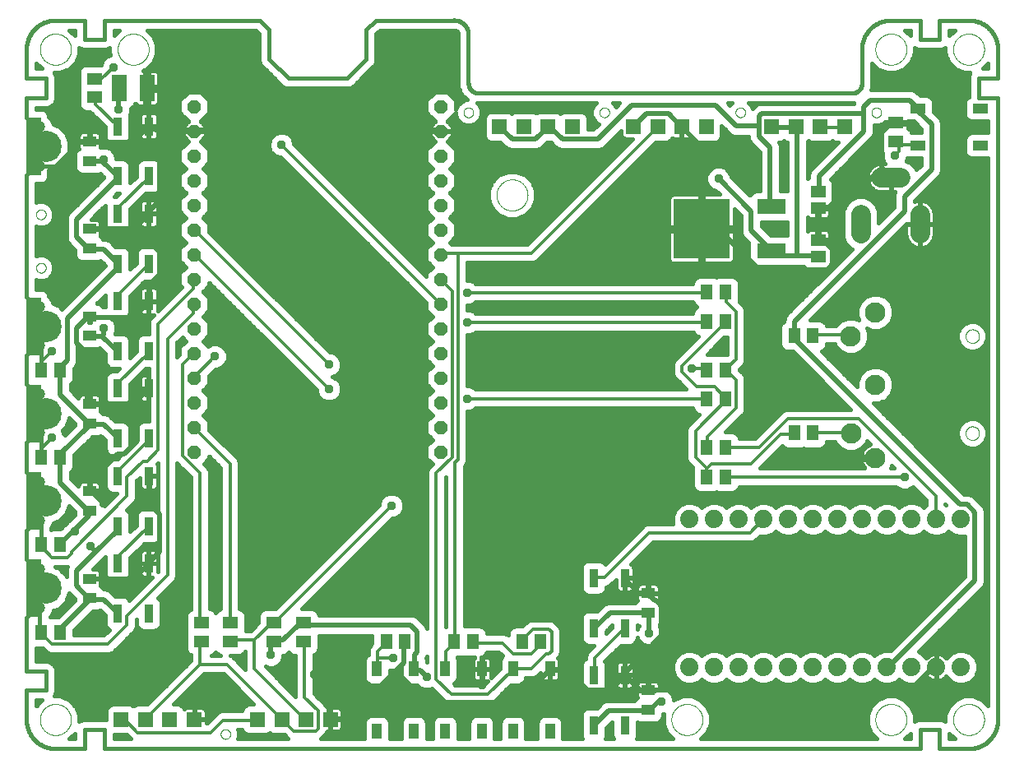
<source format=gtl>
G75*
%MOIN*%
%OFA0B0*%
%FSLAX25Y25*%
%IPPOS*%
%LPD*%
%AMOC8*
5,1,8,0,0,1.08239X$1,22.5*
%
%ADD10C,0.00000*%
%ADD11C,0.01600*%
%ADD12R,0.11811X0.06299*%
%ADD13R,0.22835X0.24409*%
%ADD14R,0.05906X0.05118*%
%ADD15R,0.03800X0.07600*%
%ADD16C,0.04724*%
%ADD17C,0.12661*%
%ADD18R,0.05906X0.23622*%
%ADD19R,0.05118X0.06299*%
%ADD20R,0.06000X0.06000*%
%ADD21R,0.06299X0.05118*%
%ADD22R,0.06299X0.10630*%
%ADD23C,0.07400*%
%ADD24OC8,0.05600*%
%ADD25R,0.03937X0.06299*%
%ADD26R,0.05512X0.04331*%
%ADD27R,0.06299X0.03937*%
%ADD28C,0.07874*%
%ADD29C,0.08268*%
%ADD30C,0.02000*%
%ADD31C,0.03750*%
%ADD32C,0.01200*%
D10*
X0051847Y0030793D02*
X0051849Y0030951D01*
X0051855Y0031109D01*
X0051865Y0031267D01*
X0051879Y0031425D01*
X0051897Y0031582D01*
X0051918Y0031739D01*
X0051944Y0031895D01*
X0051974Y0032051D01*
X0052007Y0032206D01*
X0052045Y0032359D01*
X0052086Y0032512D01*
X0052131Y0032664D01*
X0052180Y0032815D01*
X0052233Y0032964D01*
X0052289Y0033112D01*
X0052349Y0033258D01*
X0052413Y0033403D01*
X0052481Y0033546D01*
X0052552Y0033688D01*
X0052626Y0033828D01*
X0052704Y0033965D01*
X0052786Y0034101D01*
X0052870Y0034235D01*
X0052959Y0034366D01*
X0053050Y0034495D01*
X0053145Y0034622D01*
X0053242Y0034747D01*
X0053343Y0034869D01*
X0053447Y0034988D01*
X0053554Y0035105D01*
X0053664Y0035219D01*
X0053777Y0035330D01*
X0053892Y0035439D01*
X0054010Y0035544D01*
X0054131Y0035646D01*
X0054254Y0035746D01*
X0054380Y0035842D01*
X0054508Y0035935D01*
X0054638Y0036025D01*
X0054771Y0036111D01*
X0054906Y0036195D01*
X0055042Y0036274D01*
X0055181Y0036351D01*
X0055322Y0036423D01*
X0055464Y0036493D01*
X0055608Y0036558D01*
X0055754Y0036620D01*
X0055901Y0036678D01*
X0056050Y0036733D01*
X0056200Y0036784D01*
X0056351Y0036831D01*
X0056503Y0036874D01*
X0056656Y0036913D01*
X0056811Y0036949D01*
X0056966Y0036980D01*
X0057122Y0037008D01*
X0057278Y0037032D01*
X0057435Y0037052D01*
X0057593Y0037068D01*
X0057750Y0037080D01*
X0057909Y0037088D01*
X0058067Y0037092D01*
X0058225Y0037092D01*
X0058383Y0037088D01*
X0058542Y0037080D01*
X0058699Y0037068D01*
X0058857Y0037052D01*
X0059014Y0037032D01*
X0059170Y0037008D01*
X0059326Y0036980D01*
X0059481Y0036949D01*
X0059636Y0036913D01*
X0059789Y0036874D01*
X0059941Y0036831D01*
X0060092Y0036784D01*
X0060242Y0036733D01*
X0060391Y0036678D01*
X0060538Y0036620D01*
X0060684Y0036558D01*
X0060828Y0036493D01*
X0060970Y0036423D01*
X0061111Y0036351D01*
X0061250Y0036274D01*
X0061386Y0036195D01*
X0061521Y0036111D01*
X0061654Y0036025D01*
X0061784Y0035935D01*
X0061912Y0035842D01*
X0062038Y0035746D01*
X0062161Y0035646D01*
X0062282Y0035544D01*
X0062400Y0035439D01*
X0062515Y0035330D01*
X0062628Y0035219D01*
X0062738Y0035105D01*
X0062845Y0034988D01*
X0062949Y0034869D01*
X0063050Y0034747D01*
X0063147Y0034622D01*
X0063242Y0034495D01*
X0063333Y0034366D01*
X0063422Y0034235D01*
X0063506Y0034101D01*
X0063588Y0033965D01*
X0063666Y0033828D01*
X0063740Y0033688D01*
X0063811Y0033546D01*
X0063879Y0033403D01*
X0063943Y0033258D01*
X0064003Y0033112D01*
X0064059Y0032964D01*
X0064112Y0032815D01*
X0064161Y0032664D01*
X0064206Y0032512D01*
X0064247Y0032359D01*
X0064285Y0032206D01*
X0064318Y0032051D01*
X0064348Y0031895D01*
X0064374Y0031739D01*
X0064395Y0031582D01*
X0064413Y0031425D01*
X0064427Y0031267D01*
X0064437Y0031109D01*
X0064443Y0030951D01*
X0064445Y0030793D01*
X0064443Y0030635D01*
X0064437Y0030477D01*
X0064427Y0030319D01*
X0064413Y0030161D01*
X0064395Y0030004D01*
X0064374Y0029847D01*
X0064348Y0029691D01*
X0064318Y0029535D01*
X0064285Y0029380D01*
X0064247Y0029227D01*
X0064206Y0029074D01*
X0064161Y0028922D01*
X0064112Y0028771D01*
X0064059Y0028622D01*
X0064003Y0028474D01*
X0063943Y0028328D01*
X0063879Y0028183D01*
X0063811Y0028040D01*
X0063740Y0027898D01*
X0063666Y0027758D01*
X0063588Y0027621D01*
X0063506Y0027485D01*
X0063422Y0027351D01*
X0063333Y0027220D01*
X0063242Y0027091D01*
X0063147Y0026964D01*
X0063050Y0026839D01*
X0062949Y0026717D01*
X0062845Y0026598D01*
X0062738Y0026481D01*
X0062628Y0026367D01*
X0062515Y0026256D01*
X0062400Y0026147D01*
X0062282Y0026042D01*
X0062161Y0025940D01*
X0062038Y0025840D01*
X0061912Y0025744D01*
X0061784Y0025651D01*
X0061654Y0025561D01*
X0061521Y0025475D01*
X0061386Y0025391D01*
X0061250Y0025312D01*
X0061111Y0025235D01*
X0060970Y0025163D01*
X0060828Y0025093D01*
X0060684Y0025028D01*
X0060538Y0024966D01*
X0060391Y0024908D01*
X0060242Y0024853D01*
X0060092Y0024802D01*
X0059941Y0024755D01*
X0059789Y0024712D01*
X0059636Y0024673D01*
X0059481Y0024637D01*
X0059326Y0024606D01*
X0059170Y0024578D01*
X0059014Y0024554D01*
X0058857Y0024534D01*
X0058699Y0024518D01*
X0058542Y0024506D01*
X0058383Y0024498D01*
X0058225Y0024494D01*
X0058067Y0024494D01*
X0057909Y0024498D01*
X0057750Y0024506D01*
X0057593Y0024518D01*
X0057435Y0024534D01*
X0057278Y0024554D01*
X0057122Y0024578D01*
X0056966Y0024606D01*
X0056811Y0024637D01*
X0056656Y0024673D01*
X0056503Y0024712D01*
X0056351Y0024755D01*
X0056200Y0024802D01*
X0056050Y0024853D01*
X0055901Y0024908D01*
X0055754Y0024966D01*
X0055608Y0025028D01*
X0055464Y0025093D01*
X0055322Y0025163D01*
X0055181Y0025235D01*
X0055042Y0025312D01*
X0054906Y0025391D01*
X0054771Y0025475D01*
X0054638Y0025561D01*
X0054508Y0025651D01*
X0054380Y0025744D01*
X0054254Y0025840D01*
X0054131Y0025940D01*
X0054010Y0026042D01*
X0053892Y0026147D01*
X0053777Y0026256D01*
X0053664Y0026367D01*
X0053554Y0026481D01*
X0053447Y0026598D01*
X0053343Y0026717D01*
X0053242Y0026839D01*
X0053145Y0026964D01*
X0053050Y0027091D01*
X0052959Y0027220D01*
X0052870Y0027351D01*
X0052786Y0027485D01*
X0052704Y0027621D01*
X0052626Y0027758D01*
X0052552Y0027898D01*
X0052481Y0028040D01*
X0052413Y0028183D01*
X0052349Y0028328D01*
X0052289Y0028474D01*
X0052233Y0028622D01*
X0052180Y0028771D01*
X0052131Y0028922D01*
X0052086Y0029074D01*
X0052045Y0029227D01*
X0052007Y0029380D01*
X0051974Y0029535D01*
X0051944Y0029691D01*
X0051918Y0029847D01*
X0051897Y0030004D01*
X0051879Y0030161D01*
X0051865Y0030319D01*
X0051855Y0030477D01*
X0051849Y0030635D01*
X0051847Y0030793D01*
X0125074Y0024887D02*
X0125076Y0024975D01*
X0125082Y0025063D01*
X0125092Y0025151D01*
X0125106Y0025239D01*
X0125123Y0025325D01*
X0125145Y0025411D01*
X0125170Y0025495D01*
X0125200Y0025579D01*
X0125232Y0025661D01*
X0125269Y0025741D01*
X0125309Y0025820D01*
X0125353Y0025897D01*
X0125400Y0025972D01*
X0125450Y0026044D01*
X0125504Y0026115D01*
X0125560Y0026182D01*
X0125620Y0026248D01*
X0125682Y0026310D01*
X0125748Y0026370D01*
X0125815Y0026426D01*
X0125886Y0026480D01*
X0125958Y0026530D01*
X0126033Y0026577D01*
X0126110Y0026621D01*
X0126189Y0026661D01*
X0126269Y0026698D01*
X0126351Y0026730D01*
X0126435Y0026760D01*
X0126519Y0026785D01*
X0126605Y0026807D01*
X0126691Y0026824D01*
X0126779Y0026838D01*
X0126867Y0026848D01*
X0126955Y0026854D01*
X0127043Y0026856D01*
X0127131Y0026854D01*
X0127219Y0026848D01*
X0127307Y0026838D01*
X0127395Y0026824D01*
X0127481Y0026807D01*
X0127567Y0026785D01*
X0127651Y0026760D01*
X0127735Y0026730D01*
X0127817Y0026698D01*
X0127897Y0026661D01*
X0127976Y0026621D01*
X0128053Y0026577D01*
X0128128Y0026530D01*
X0128200Y0026480D01*
X0128271Y0026426D01*
X0128338Y0026370D01*
X0128404Y0026310D01*
X0128466Y0026248D01*
X0128526Y0026182D01*
X0128582Y0026115D01*
X0128636Y0026044D01*
X0128686Y0025972D01*
X0128733Y0025897D01*
X0128777Y0025820D01*
X0128817Y0025741D01*
X0128854Y0025661D01*
X0128886Y0025579D01*
X0128916Y0025495D01*
X0128941Y0025411D01*
X0128963Y0025325D01*
X0128980Y0025239D01*
X0128994Y0025151D01*
X0129004Y0025063D01*
X0129010Y0024975D01*
X0129012Y0024887D01*
X0129010Y0024799D01*
X0129004Y0024711D01*
X0128994Y0024623D01*
X0128980Y0024535D01*
X0128963Y0024449D01*
X0128941Y0024363D01*
X0128916Y0024279D01*
X0128886Y0024195D01*
X0128854Y0024113D01*
X0128817Y0024033D01*
X0128777Y0023954D01*
X0128733Y0023877D01*
X0128686Y0023802D01*
X0128636Y0023730D01*
X0128582Y0023659D01*
X0128526Y0023592D01*
X0128466Y0023526D01*
X0128404Y0023464D01*
X0128338Y0023404D01*
X0128271Y0023348D01*
X0128200Y0023294D01*
X0128128Y0023244D01*
X0128053Y0023197D01*
X0127976Y0023153D01*
X0127897Y0023113D01*
X0127817Y0023076D01*
X0127735Y0023044D01*
X0127651Y0023014D01*
X0127567Y0022989D01*
X0127481Y0022967D01*
X0127395Y0022950D01*
X0127307Y0022936D01*
X0127219Y0022926D01*
X0127131Y0022920D01*
X0127043Y0022918D01*
X0126955Y0022920D01*
X0126867Y0022926D01*
X0126779Y0022936D01*
X0126691Y0022950D01*
X0126605Y0022967D01*
X0126519Y0022989D01*
X0126435Y0023014D01*
X0126351Y0023044D01*
X0126269Y0023076D01*
X0126189Y0023113D01*
X0126110Y0023153D01*
X0126033Y0023197D01*
X0125958Y0023244D01*
X0125886Y0023294D01*
X0125815Y0023348D01*
X0125748Y0023404D01*
X0125682Y0023464D01*
X0125620Y0023526D01*
X0125560Y0023592D01*
X0125504Y0023659D01*
X0125450Y0023730D01*
X0125400Y0023802D01*
X0125353Y0023877D01*
X0125309Y0023954D01*
X0125269Y0024033D01*
X0125232Y0024113D01*
X0125200Y0024195D01*
X0125170Y0024279D01*
X0125145Y0024363D01*
X0125123Y0024449D01*
X0125106Y0024535D01*
X0125092Y0024623D01*
X0125082Y0024711D01*
X0125076Y0024799D01*
X0125074Y0024887D01*
X0125076Y0024975D01*
X0125082Y0025063D01*
X0125092Y0025151D01*
X0125106Y0025239D01*
X0125123Y0025325D01*
X0125145Y0025411D01*
X0125170Y0025495D01*
X0125200Y0025579D01*
X0125232Y0025661D01*
X0125269Y0025741D01*
X0125309Y0025820D01*
X0125353Y0025897D01*
X0125400Y0025972D01*
X0125450Y0026044D01*
X0125504Y0026115D01*
X0125560Y0026182D01*
X0125620Y0026248D01*
X0125682Y0026310D01*
X0125748Y0026370D01*
X0125815Y0026426D01*
X0125886Y0026480D01*
X0125958Y0026530D01*
X0126033Y0026577D01*
X0126110Y0026621D01*
X0126189Y0026661D01*
X0126269Y0026698D01*
X0126351Y0026730D01*
X0126435Y0026760D01*
X0126519Y0026785D01*
X0126605Y0026807D01*
X0126691Y0026824D01*
X0126779Y0026838D01*
X0126867Y0026848D01*
X0126955Y0026854D01*
X0127043Y0026856D01*
X0127131Y0026854D01*
X0127219Y0026848D01*
X0127307Y0026838D01*
X0127395Y0026824D01*
X0127481Y0026807D01*
X0127567Y0026785D01*
X0127651Y0026760D01*
X0127735Y0026730D01*
X0127817Y0026698D01*
X0127897Y0026661D01*
X0127976Y0026621D01*
X0128053Y0026577D01*
X0128128Y0026530D01*
X0128200Y0026480D01*
X0128271Y0026426D01*
X0128338Y0026370D01*
X0128404Y0026310D01*
X0128466Y0026248D01*
X0128526Y0026182D01*
X0128582Y0026115D01*
X0128636Y0026044D01*
X0128686Y0025972D01*
X0128733Y0025897D01*
X0128777Y0025820D01*
X0128817Y0025741D01*
X0128854Y0025661D01*
X0128886Y0025579D01*
X0128916Y0025495D01*
X0128941Y0025411D01*
X0128963Y0025325D01*
X0128980Y0025239D01*
X0128994Y0025151D01*
X0129004Y0025063D01*
X0129010Y0024975D01*
X0129012Y0024887D01*
X0129010Y0024799D01*
X0129004Y0024711D01*
X0128994Y0024623D01*
X0128980Y0024535D01*
X0128963Y0024449D01*
X0128941Y0024363D01*
X0128916Y0024279D01*
X0128886Y0024195D01*
X0128854Y0024113D01*
X0128817Y0024033D01*
X0128777Y0023954D01*
X0128733Y0023877D01*
X0128686Y0023802D01*
X0128636Y0023730D01*
X0128582Y0023659D01*
X0128526Y0023592D01*
X0128466Y0023526D01*
X0128404Y0023464D01*
X0128338Y0023404D01*
X0128271Y0023348D01*
X0128200Y0023294D01*
X0128128Y0023244D01*
X0128053Y0023197D01*
X0127976Y0023153D01*
X0127897Y0023113D01*
X0127817Y0023076D01*
X0127735Y0023044D01*
X0127651Y0023014D01*
X0127567Y0022989D01*
X0127481Y0022967D01*
X0127395Y0022950D01*
X0127307Y0022936D01*
X0127219Y0022926D01*
X0127131Y0022920D01*
X0127043Y0022918D01*
X0126955Y0022920D01*
X0126867Y0022926D01*
X0126779Y0022936D01*
X0126691Y0022950D01*
X0126605Y0022967D01*
X0126519Y0022989D01*
X0126435Y0023014D01*
X0126351Y0023044D01*
X0126269Y0023076D01*
X0126189Y0023113D01*
X0126110Y0023153D01*
X0126033Y0023197D01*
X0125958Y0023244D01*
X0125886Y0023294D01*
X0125815Y0023348D01*
X0125748Y0023404D01*
X0125682Y0023464D01*
X0125620Y0023526D01*
X0125560Y0023592D01*
X0125504Y0023659D01*
X0125450Y0023730D01*
X0125400Y0023802D01*
X0125353Y0023877D01*
X0125309Y0023954D01*
X0125269Y0024033D01*
X0125232Y0024113D01*
X0125200Y0024195D01*
X0125170Y0024279D01*
X0125145Y0024363D01*
X0125123Y0024449D01*
X0125106Y0024535D01*
X0125092Y0024623D01*
X0125082Y0024711D01*
X0125076Y0024799D01*
X0125074Y0024887D01*
X0307752Y0030793D02*
X0307754Y0030951D01*
X0307760Y0031109D01*
X0307770Y0031267D01*
X0307784Y0031425D01*
X0307802Y0031582D01*
X0307823Y0031739D01*
X0307849Y0031895D01*
X0307879Y0032051D01*
X0307912Y0032206D01*
X0307950Y0032359D01*
X0307991Y0032512D01*
X0308036Y0032664D01*
X0308085Y0032815D01*
X0308138Y0032964D01*
X0308194Y0033112D01*
X0308254Y0033258D01*
X0308318Y0033403D01*
X0308386Y0033546D01*
X0308457Y0033688D01*
X0308531Y0033828D01*
X0308609Y0033965D01*
X0308691Y0034101D01*
X0308775Y0034235D01*
X0308864Y0034366D01*
X0308955Y0034495D01*
X0309050Y0034622D01*
X0309147Y0034747D01*
X0309248Y0034869D01*
X0309352Y0034988D01*
X0309459Y0035105D01*
X0309569Y0035219D01*
X0309682Y0035330D01*
X0309797Y0035439D01*
X0309915Y0035544D01*
X0310036Y0035646D01*
X0310159Y0035746D01*
X0310285Y0035842D01*
X0310413Y0035935D01*
X0310543Y0036025D01*
X0310676Y0036111D01*
X0310811Y0036195D01*
X0310947Y0036274D01*
X0311086Y0036351D01*
X0311227Y0036423D01*
X0311369Y0036493D01*
X0311513Y0036558D01*
X0311659Y0036620D01*
X0311806Y0036678D01*
X0311955Y0036733D01*
X0312105Y0036784D01*
X0312256Y0036831D01*
X0312408Y0036874D01*
X0312561Y0036913D01*
X0312716Y0036949D01*
X0312871Y0036980D01*
X0313027Y0037008D01*
X0313183Y0037032D01*
X0313340Y0037052D01*
X0313498Y0037068D01*
X0313655Y0037080D01*
X0313814Y0037088D01*
X0313972Y0037092D01*
X0314130Y0037092D01*
X0314288Y0037088D01*
X0314447Y0037080D01*
X0314604Y0037068D01*
X0314762Y0037052D01*
X0314919Y0037032D01*
X0315075Y0037008D01*
X0315231Y0036980D01*
X0315386Y0036949D01*
X0315541Y0036913D01*
X0315694Y0036874D01*
X0315846Y0036831D01*
X0315997Y0036784D01*
X0316147Y0036733D01*
X0316296Y0036678D01*
X0316443Y0036620D01*
X0316589Y0036558D01*
X0316733Y0036493D01*
X0316875Y0036423D01*
X0317016Y0036351D01*
X0317155Y0036274D01*
X0317291Y0036195D01*
X0317426Y0036111D01*
X0317559Y0036025D01*
X0317689Y0035935D01*
X0317817Y0035842D01*
X0317943Y0035746D01*
X0318066Y0035646D01*
X0318187Y0035544D01*
X0318305Y0035439D01*
X0318420Y0035330D01*
X0318533Y0035219D01*
X0318643Y0035105D01*
X0318750Y0034988D01*
X0318854Y0034869D01*
X0318955Y0034747D01*
X0319052Y0034622D01*
X0319147Y0034495D01*
X0319238Y0034366D01*
X0319327Y0034235D01*
X0319411Y0034101D01*
X0319493Y0033965D01*
X0319571Y0033828D01*
X0319645Y0033688D01*
X0319716Y0033546D01*
X0319784Y0033403D01*
X0319848Y0033258D01*
X0319908Y0033112D01*
X0319964Y0032964D01*
X0320017Y0032815D01*
X0320066Y0032664D01*
X0320111Y0032512D01*
X0320152Y0032359D01*
X0320190Y0032206D01*
X0320223Y0032051D01*
X0320253Y0031895D01*
X0320279Y0031739D01*
X0320300Y0031582D01*
X0320318Y0031425D01*
X0320332Y0031267D01*
X0320342Y0031109D01*
X0320348Y0030951D01*
X0320350Y0030793D01*
X0320348Y0030635D01*
X0320342Y0030477D01*
X0320332Y0030319D01*
X0320318Y0030161D01*
X0320300Y0030004D01*
X0320279Y0029847D01*
X0320253Y0029691D01*
X0320223Y0029535D01*
X0320190Y0029380D01*
X0320152Y0029227D01*
X0320111Y0029074D01*
X0320066Y0028922D01*
X0320017Y0028771D01*
X0319964Y0028622D01*
X0319908Y0028474D01*
X0319848Y0028328D01*
X0319784Y0028183D01*
X0319716Y0028040D01*
X0319645Y0027898D01*
X0319571Y0027758D01*
X0319493Y0027621D01*
X0319411Y0027485D01*
X0319327Y0027351D01*
X0319238Y0027220D01*
X0319147Y0027091D01*
X0319052Y0026964D01*
X0318955Y0026839D01*
X0318854Y0026717D01*
X0318750Y0026598D01*
X0318643Y0026481D01*
X0318533Y0026367D01*
X0318420Y0026256D01*
X0318305Y0026147D01*
X0318187Y0026042D01*
X0318066Y0025940D01*
X0317943Y0025840D01*
X0317817Y0025744D01*
X0317689Y0025651D01*
X0317559Y0025561D01*
X0317426Y0025475D01*
X0317291Y0025391D01*
X0317155Y0025312D01*
X0317016Y0025235D01*
X0316875Y0025163D01*
X0316733Y0025093D01*
X0316589Y0025028D01*
X0316443Y0024966D01*
X0316296Y0024908D01*
X0316147Y0024853D01*
X0315997Y0024802D01*
X0315846Y0024755D01*
X0315694Y0024712D01*
X0315541Y0024673D01*
X0315386Y0024637D01*
X0315231Y0024606D01*
X0315075Y0024578D01*
X0314919Y0024554D01*
X0314762Y0024534D01*
X0314604Y0024518D01*
X0314447Y0024506D01*
X0314288Y0024498D01*
X0314130Y0024494D01*
X0313972Y0024494D01*
X0313814Y0024498D01*
X0313655Y0024506D01*
X0313498Y0024518D01*
X0313340Y0024534D01*
X0313183Y0024554D01*
X0313027Y0024578D01*
X0312871Y0024606D01*
X0312716Y0024637D01*
X0312561Y0024673D01*
X0312408Y0024712D01*
X0312256Y0024755D01*
X0312105Y0024802D01*
X0311955Y0024853D01*
X0311806Y0024908D01*
X0311659Y0024966D01*
X0311513Y0025028D01*
X0311369Y0025093D01*
X0311227Y0025163D01*
X0311086Y0025235D01*
X0310947Y0025312D01*
X0310811Y0025391D01*
X0310676Y0025475D01*
X0310543Y0025561D01*
X0310413Y0025651D01*
X0310285Y0025744D01*
X0310159Y0025840D01*
X0310036Y0025940D01*
X0309915Y0026042D01*
X0309797Y0026147D01*
X0309682Y0026256D01*
X0309569Y0026367D01*
X0309459Y0026481D01*
X0309352Y0026598D01*
X0309248Y0026717D01*
X0309147Y0026839D01*
X0309050Y0026964D01*
X0308955Y0027091D01*
X0308864Y0027220D01*
X0308775Y0027351D01*
X0308691Y0027485D01*
X0308609Y0027621D01*
X0308531Y0027758D01*
X0308457Y0027898D01*
X0308386Y0028040D01*
X0308318Y0028183D01*
X0308254Y0028328D01*
X0308194Y0028474D01*
X0308138Y0028622D01*
X0308085Y0028771D01*
X0308036Y0028922D01*
X0307991Y0029074D01*
X0307950Y0029227D01*
X0307912Y0029380D01*
X0307879Y0029535D01*
X0307849Y0029691D01*
X0307823Y0029847D01*
X0307802Y0030004D01*
X0307784Y0030161D01*
X0307770Y0030319D01*
X0307760Y0030477D01*
X0307754Y0030635D01*
X0307752Y0030793D01*
X0390429Y0030793D02*
X0390431Y0030951D01*
X0390437Y0031109D01*
X0390447Y0031267D01*
X0390461Y0031425D01*
X0390479Y0031582D01*
X0390500Y0031739D01*
X0390526Y0031895D01*
X0390556Y0032051D01*
X0390589Y0032206D01*
X0390627Y0032359D01*
X0390668Y0032512D01*
X0390713Y0032664D01*
X0390762Y0032815D01*
X0390815Y0032964D01*
X0390871Y0033112D01*
X0390931Y0033258D01*
X0390995Y0033403D01*
X0391063Y0033546D01*
X0391134Y0033688D01*
X0391208Y0033828D01*
X0391286Y0033965D01*
X0391368Y0034101D01*
X0391452Y0034235D01*
X0391541Y0034366D01*
X0391632Y0034495D01*
X0391727Y0034622D01*
X0391824Y0034747D01*
X0391925Y0034869D01*
X0392029Y0034988D01*
X0392136Y0035105D01*
X0392246Y0035219D01*
X0392359Y0035330D01*
X0392474Y0035439D01*
X0392592Y0035544D01*
X0392713Y0035646D01*
X0392836Y0035746D01*
X0392962Y0035842D01*
X0393090Y0035935D01*
X0393220Y0036025D01*
X0393353Y0036111D01*
X0393488Y0036195D01*
X0393624Y0036274D01*
X0393763Y0036351D01*
X0393904Y0036423D01*
X0394046Y0036493D01*
X0394190Y0036558D01*
X0394336Y0036620D01*
X0394483Y0036678D01*
X0394632Y0036733D01*
X0394782Y0036784D01*
X0394933Y0036831D01*
X0395085Y0036874D01*
X0395238Y0036913D01*
X0395393Y0036949D01*
X0395548Y0036980D01*
X0395704Y0037008D01*
X0395860Y0037032D01*
X0396017Y0037052D01*
X0396175Y0037068D01*
X0396332Y0037080D01*
X0396491Y0037088D01*
X0396649Y0037092D01*
X0396807Y0037092D01*
X0396965Y0037088D01*
X0397124Y0037080D01*
X0397281Y0037068D01*
X0397439Y0037052D01*
X0397596Y0037032D01*
X0397752Y0037008D01*
X0397908Y0036980D01*
X0398063Y0036949D01*
X0398218Y0036913D01*
X0398371Y0036874D01*
X0398523Y0036831D01*
X0398674Y0036784D01*
X0398824Y0036733D01*
X0398973Y0036678D01*
X0399120Y0036620D01*
X0399266Y0036558D01*
X0399410Y0036493D01*
X0399552Y0036423D01*
X0399693Y0036351D01*
X0399832Y0036274D01*
X0399968Y0036195D01*
X0400103Y0036111D01*
X0400236Y0036025D01*
X0400366Y0035935D01*
X0400494Y0035842D01*
X0400620Y0035746D01*
X0400743Y0035646D01*
X0400864Y0035544D01*
X0400982Y0035439D01*
X0401097Y0035330D01*
X0401210Y0035219D01*
X0401320Y0035105D01*
X0401427Y0034988D01*
X0401531Y0034869D01*
X0401632Y0034747D01*
X0401729Y0034622D01*
X0401824Y0034495D01*
X0401915Y0034366D01*
X0402004Y0034235D01*
X0402088Y0034101D01*
X0402170Y0033965D01*
X0402248Y0033828D01*
X0402322Y0033688D01*
X0402393Y0033546D01*
X0402461Y0033403D01*
X0402525Y0033258D01*
X0402585Y0033112D01*
X0402641Y0032964D01*
X0402694Y0032815D01*
X0402743Y0032664D01*
X0402788Y0032512D01*
X0402829Y0032359D01*
X0402867Y0032206D01*
X0402900Y0032051D01*
X0402930Y0031895D01*
X0402956Y0031739D01*
X0402977Y0031582D01*
X0402995Y0031425D01*
X0403009Y0031267D01*
X0403019Y0031109D01*
X0403025Y0030951D01*
X0403027Y0030793D01*
X0403025Y0030635D01*
X0403019Y0030477D01*
X0403009Y0030319D01*
X0402995Y0030161D01*
X0402977Y0030004D01*
X0402956Y0029847D01*
X0402930Y0029691D01*
X0402900Y0029535D01*
X0402867Y0029380D01*
X0402829Y0029227D01*
X0402788Y0029074D01*
X0402743Y0028922D01*
X0402694Y0028771D01*
X0402641Y0028622D01*
X0402585Y0028474D01*
X0402525Y0028328D01*
X0402461Y0028183D01*
X0402393Y0028040D01*
X0402322Y0027898D01*
X0402248Y0027758D01*
X0402170Y0027621D01*
X0402088Y0027485D01*
X0402004Y0027351D01*
X0401915Y0027220D01*
X0401824Y0027091D01*
X0401729Y0026964D01*
X0401632Y0026839D01*
X0401531Y0026717D01*
X0401427Y0026598D01*
X0401320Y0026481D01*
X0401210Y0026367D01*
X0401097Y0026256D01*
X0400982Y0026147D01*
X0400864Y0026042D01*
X0400743Y0025940D01*
X0400620Y0025840D01*
X0400494Y0025744D01*
X0400366Y0025651D01*
X0400236Y0025561D01*
X0400103Y0025475D01*
X0399968Y0025391D01*
X0399832Y0025312D01*
X0399693Y0025235D01*
X0399552Y0025163D01*
X0399410Y0025093D01*
X0399266Y0025028D01*
X0399120Y0024966D01*
X0398973Y0024908D01*
X0398824Y0024853D01*
X0398674Y0024802D01*
X0398523Y0024755D01*
X0398371Y0024712D01*
X0398218Y0024673D01*
X0398063Y0024637D01*
X0397908Y0024606D01*
X0397752Y0024578D01*
X0397596Y0024554D01*
X0397439Y0024534D01*
X0397281Y0024518D01*
X0397124Y0024506D01*
X0396965Y0024498D01*
X0396807Y0024494D01*
X0396649Y0024494D01*
X0396491Y0024498D01*
X0396332Y0024506D01*
X0396175Y0024518D01*
X0396017Y0024534D01*
X0395860Y0024554D01*
X0395704Y0024578D01*
X0395548Y0024606D01*
X0395393Y0024637D01*
X0395238Y0024673D01*
X0395085Y0024712D01*
X0394933Y0024755D01*
X0394782Y0024802D01*
X0394632Y0024853D01*
X0394483Y0024908D01*
X0394336Y0024966D01*
X0394190Y0025028D01*
X0394046Y0025093D01*
X0393904Y0025163D01*
X0393763Y0025235D01*
X0393624Y0025312D01*
X0393488Y0025391D01*
X0393353Y0025475D01*
X0393220Y0025561D01*
X0393090Y0025651D01*
X0392962Y0025744D01*
X0392836Y0025840D01*
X0392713Y0025940D01*
X0392592Y0026042D01*
X0392474Y0026147D01*
X0392359Y0026256D01*
X0392246Y0026367D01*
X0392136Y0026481D01*
X0392029Y0026598D01*
X0391925Y0026717D01*
X0391824Y0026839D01*
X0391727Y0026964D01*
X0391632Y0027091D01*
X0391541Y0027220D01*
X0391452Y0027351D01*
X0391368Y0027485D01*
X0391286Y0027621D01*
X0391208Y0027758D01*
X0391134Y0027898D01*
X0391063Y0028040D01*
X0390995Y0028183D01*
X0390931Y0028328D01*
X0390871Y0028474D01*
X0390815Y0028622D01*
X0390762Y0028771D01*
X0390713Y0028922D01*
X0390668Y0029074D01*
X0390627Y0029227D01*
X0390589Y0029380D01*
X0390556Y0029535D01*
X0390526Y0029691D01*
X0390500Y0029847D01*
X0390479Y0030004D01*
X0390461Y0030161D01*
X0390447Y0030319D01*
X0390437Y0030477D01*
X0390431Y0030635D01*
X0390429Y0030793D01*
X0421925Y0030793D02*
X0421927Y0030951D01*
X0421933Y0031109D01*
X0421943Y0031267D01*
X0421957Y0031425D01*
X0421975Y0031582D01*
X0421996Y0031739D01*
X0422022Y0031895D01*
X0422052Y0032051D01*
X0422085Y0032206D01*
X0422123Y0032359D01*
X0422164Y0032512D01*
X0422209Y0032664D01*
X0422258Y0032815D01*
X0422311Y0032964D01*
X0422367Y0033112D01*
X0422427Y0033258D01*
X0422491Y0033403D01*
X0422559Y0033546D01*
X0422630Y0033688D01*
X0422704Y0033828D01*
X0422782Y0033965D01*
X0422864Y0034101D01*
X0422948Y0034235D01*
X0423037Y0034366D01*
X0423128Y0034495D01*
X0423223Y0034622D01*
X0423320Y0034747D01*
X0423421Y0034869D01*
X0423525Y0034988D01*
X0423632Y0035105D01*
X0423742Y0035219D01*
X0423855Y0035330D01*
X0423970Y0035439D01*
X0424088Y0035544D01*
X0424209Y0035646D01*
X0424332Y0035746D01*
X0424458Y0035842D01*
X0424586Y0035935D01*
X0424716Y0036025D01*
X0424849Y0036111D01*
X0424984Y0036195D01*
X0425120Y0036274D01*
X0425259Y0036351D01*
X0425400Y0036423D01*
X0425542Y0036493D01*
X0425686Y0036558D01*
X0425832Y0036620D01*
X0425979Y0036678D01*
X0426128Y0036733D01*
X0426278Y0036784D01*
X0426429Y0036831D01*
X0426581Y0036874D01*
X0426734Y0036913D01*
X0426889Y0036949D01*
X0427044Y0036980D01*
X0427200Y0037008D01*
X0427356Y0037032D01*
X0427513Y0037052D01*
X0427671Y0037068D01*
X0427828Y0037080D01*
X0427987Y0037088D01*
X0428145Y0037092D01*
X0428303Y0037092D01*
X0428461Y0037088D01*
X0428620Y0037080D01*
X0428777Y0037068D01*
X0428935Y0037052D01*
X0429092Y0037032D01*
X0429248Y0037008D01*
X0429404Y0036980D01*
X0429559Y0036949D01*
X0429714Y0036913D01*
X0429867Y0036874D01*
X0430019Y0036831D01*
X0430170Y0036784D01*
X0430320Y0036733D01*
X0430469Y0036678D01*
X0430616Y0036620D01*
X0430762Y0036558D01*
X0430906Y0036493D01*
X0431048Y0036423D01*
X0431189Y0036351D01*
X0431328Y0036274D01*
X0431464Y0036195D01*
X0431599Y0036111D01*
X0431732Y0036025D01*
X0431862Y0035935D01*
X0431990Y0035842D01*
X0432116Y0035746D01*
X0432239Y0035646D01*
X0432360Y0035544D01*
X0432478Y0035439D01*
X0432593Y0035330D01*
X0432706Y0035219D01*
X0432816Y0035105D01*
X0432923Y0034988D01*
X0433027Y0034869D01*
X0433128Y0034747D01*
X0433225Y0034622D01*
X0433320Y0034495D01*
X0433411Y0034366D01*
X0433500Y0034235D01*
X0433584Y0034101D01*
X0433666Y0033965D01*
X0433744Y0033828D01*
X0433818Y0033688D01*
X0433889Y0033546D01*
X0433957Y0033403D01*
X0434021Y0033258D01*
X0434081Y0033112D01*
X0434137Y0032964D01*
X0434190Y0032815D01*
X0434239Y0032664D01*
X0434284Y0032512D01*
X0434325Y0032359D01*
X0434363Y0032206D01*
X0434396Y0032051D01*
X0434426Y0031895D01*
X0434452Y0031739D01*
X0434473Y0031582D01*
X0434491Y0031425D01*
X0434505Y0031267D01*
X0434515Y0031109D01*
X0434521Y0030951D01*
X0434523Y0030793D01*
X0434521Y0030635D01*
X0434515Y0030477D01*
X0434505Y0030319D01*
X0434491Y0030161D01*
X0434473Y0030004D01*
X0434452Y0029847D01*
X0434426Y0029691D01*
X0434396Y0029535D01*
X0434363Y0029380D01*
X0434325Y0029227D01*
X0434284Y0029074D01*
X0434239Y0028922D01*
X0434190Y0028771D01*
X0434137Y0028622D01*
X0434081Y0028474D01*
X0434021Y0028328D01*
X0433957Y0028183D01*
X0433889Y0028040D01*
X0433818Y0027898D01*
X0433744Y0027758D01*
X0433666Y0027621D01*
X0433584Y0027485D01*
X0433500Y0027351D01*
X0433411Y0027220D01*
X0433320Y0027091D01*
X0433225Y0026964D01*
X0433128Y0026839D01*
X0433027Y0026717D01*
X0432923Y0026598D01*
X0432816Y0026481D01*
X0432706Y0026367D01*
X0432593Y0026256D01*
X0432478Y0026147D01*
X0432360Y0026042D01*
X0432239Y0025940D01*
X0432116Y0025840D01*
X0431990Y0025744D01*
X0431862Y0025651D01*
X0431732Y0025561D01*
X0431599Y0025475D01*
X0431464Y0025391D01*
X0431328Y0025312D01*
X0431189Y0025235D01*
X0431048Y0025163D01*
X0430906Y0025093D01*
X0430762Y0025028D01*
X0430616Y0024966D01*
X0430469Y0024908D01*
X0430320Y0024853D01*
X0430170Y0024802D01*
X0430019Y0024755D01*
X0429867Y0024712D01*
X0429714Y0024673D01*
X0429559Y0024637D01*
X0429404Y0024606D01*
X0429248Y0024578D01*
X0429092Y0024554D01*
X0428935Y0024534D01*
X0428777Y0024518D01*
X0428620Y0024506D01*
X0428461Y0024498D01*
X0428303Y0024494D01*
X0428145Y0024494D01*
X0427987Y0024498D01*
X0427828Y0024506D01*
X0427671Y0024518D01*
X0427513Y0024534D01*
X0427356Y0024554D01*
X0427200Y0024578D01*
X0427044Y0024606D01*
X0426889Y0024637D01*
X0426734Y0024673D01*
X0426581Y0024712D01*
X0426429Y0024755D01*
X0426278Y0024802D01*
X0426128Y0024853D01*
X0425979Y0024908D01*
X0425832Y0024966D01*
X0425686Y0025028D01*
X0425542Y0025093D01*
X0425400Y0025163D01*
X0425259Y0025235D01*
X0425120Y0025312D01*
X0424984Y0025391D01*
X0424849Y0025475D01*
X0424716Y0025561D01*
X0424586Y0025651D01*
X0424458Y0025744D01*
X0424332Y0025840D01*
X0424209Y0025940D01*
X0424088Y0026042D01*
X0423970Y0026147D01*
X0423855Y0026256D01*
X0423742Y0026367D01*
X0423632Y0026481D01*
X0423525Y0026598D01*
X0423421Y0026717D01*
X0423320Y0026839D01*
X0423223Y0026964D01*
X0423128Y0027091D01*
X0423037Y0027220D01*
X0422948Y0027351D01*
X0422864Y0027485D01*
X0422782Y0027621D01*
X0422704Y0027758D01*
X0422630Y0027898D01*
X0422559Y0028040D01*
X0422491Y0028183D01*
X0422427Y0028328D01*
X0422367Y0028474D01*
X0422311Y0028622D01*
X0422258Y0028771D01*
X0422209Y0028922D01*
X0422164Y0029074D01*
X0422123Y0029227D01*
X0422085Y0029380D01*
X0422052Y0029535D01*
X0422022Y0029691D01*
X0421996Y0029847D01*
X0421975Y0030004D01*
X0421957Y0030161D01*
X0421943Y0030319D01*
X0421933Y0030477D01*
X0421927Y0030635D01*
X0421925Y0030793D01*
X0426964Y0146856D02*
X0426966Y0146961D01*
X0426972Y0147066D01*
X0426982Y0147170D01*
X0426996Y0147274D01*
X0427014Y0147378D01*
X0427036Y0147480D01*
X0427061Y0147582D01*
X0427091Y0147683D01*
X0427124Y0147782D01*
X0427161Y0147880D01*
X0427202Y0147977D01*
X0427247Y0148072D01*
X0427295Y0148165D01*
X0427346Y0148257D01*
X0427402Y0148346D01*
X0427460Y0148433D01*
X0427522Y0148518D01*
X0427586Y0148601D01*
X0427654Y0148681D01*
X0427725Y0148758D01*
X0427799Y0148832D01*
X0427876Y0148904D01*
X0427955Y0148973D01*
X0428037Y0149038D01*
X0428121Y0149101D01*
X0428208Y0149160D01*
X0428297Y0149216D01*
X0428388Y0149269D01*
X0428481Y0149318D01*
X0428575Y0149363D01*
X0428671Y0149405D01*
X0428769Y0149443D01*
X0428868Y0149477D01*
X0428969Y0149508D01*
X0429070Y0149534D01*
X0429173Y0149557D01*
X0429276Y0149576D01*
X0429380Y0149591D01*
X0429484Y0149602D01*
X0429589Y0149609D01*
X0429694Y0149612D01*
X0429799Y0149611D01*
X0429904Y0149606D01*
X0430008Y0149597D01*
X0430112Y0149584D01*
X0430216Y0149567D01*
X0430319Y0149546D01*
X0430421Y0149521D01*
X0430522Y0149493D01*
X0430621Y0149460D01*
X0430720Y0149424D01*
X0430817Y0149384D01*
X0430912Y0149341D01*
X0431006Y0149293D01*
X0431098Y0149243D01*
X0431188Y0149189D01*
X0431276Y0149131D01*
X0431361Y0149070D01*
X0431444Y0149006D01*
X0431525Y0148939D01*
X0431603Y0148869D01*
X0431678Y0148795D01*
X0431750Y0148720D01*
X0431820Y0148641D01*
X0431886Y0148560D01*
X0431950Y0148476D01*
X0432010Y0148390D01*
X0432066Y0148302D01*
X0432120Y0148211D01*
X0432170Y0148119D01*
X0432216Y0148025D01*
X0432259Y0147929D01*
X0432298Y0147831D01*
X0432333Y0147733D01*
X0432364Y0147632D01*
X0432392Y0147531D01*
X0432416Y0147429D01*
X0432436Y0147326D01*
X0432452Y0147222D01*
X0432464Y0147118D01*
X0432472Y0147013D01*
X0432476Y0146908D01*
X0432476Y0146804D01*
X0432472Y0146699D01*
X0432464Y0146594D01*
X0432452Y0146490D01*
X0432436Y0146386D01*
X0432416Y0146283D01*
X0432392Y0146181D01*
X0432364Y0146080D01*
X0432333Y0145979D01*
X0432298Y0145881D01*
X0432259Y0145783D01*
X0432216Y0145687D01*
X0432170Y0145593D01*
X0432120Y0145501D01*
X0432066Y0145410D01*
X0432010Y0145322D01*
X0431950Y0145236D01*
X0431886Y0145152D01*
X0431820Y0145071D01*
X0431750Y0144992D01*
X0431678Y0144917D01*
X0431603Y0144843D01*
X0431525Y0144773D01*
X0431444Y0144706D01*
X0431361Y0144642D01*
X0431276Y0144581D01*
X0431188Y0144523D01*
X0431098Y0144469D01*
X0431006Y0144419D01*
X0430912Y0144371D01*
X0430817Y0144328D01*
X0430720Y0144288D01*
X0430621Y0144252D01*
X0430522Y0144219D01*
X0430421Y0144191D01*
X0430319Y0144166D01*
X0430216Y0144145D01*
X0430112Y0144128D01*
X0430008Y0144115D01*
X0429904Y0144106D01*
X0429799Y0144101D01*
X0429694Y0144100D01*
X0429589Y0144103D01*
X0429484Y0144110D01*
X0429380Y0144121D01*
X0429276Y0144136D01*
X0429173Y0144155D01*
X0429070Y0144178D01*
X0428969Y0144204D01*
X0428868Y0144235D01*
X0428769Y0144269D01*
X0428671Y0144307D01*
X0428575Y0144349D01*
X0428481Y0144394D01*
X0428388Y0144443D01*
X0428297Y0144496D01*
X0428208Y0144552D01*
X0428121Y0144611D01*
X0428037Y0144674D01*
X0427955Y0144739D01*
X0427876Y0144808D01*
X0427799Y0144880D01*
X0427725Y0144954D01*
X0427654Y0145031D01*
X0427586Y0145111D01*
X0427522Y0145194D01*
X0427460Y0145279D01*
X0427402Y0145366D01*
X0427346Y0145455D01*
X0427295Y0145547D01*
X0427247Y0145640D01*
X0427202Y0145735D01*
X0427161Y0145832D01*
X0427124Y0145930D01*
X0427091Y0146029D01*
X0427061Y0146130D01*
X0427036Y0146232D01*
X0427014Y0146334D01*
X0426996Y0146438D01*
X0426982Y0146542D01*
X0426972Y0146646D01*
X0426966Y0146751D01*
X0426964Y0146856D01*
X0426964Y0186186D02*
X0426966Y0186291D01*
X0426972Y0186396D01*
X0426982Y0186500D01*
X0426996Y0186604D01*
X0427014Y0186708D01*
X0427036Y0186810D01*
X0427061Y0186912D01*
X0427091Y0187013D01*
X0427124Y0187112D01*
X0427161Y0187210D01*
X0427202Y0187307D01*
X0427247Y0187402D01*
X0427295Y0187495D01*
X0427346Y0187587D01*
X0427402Y0187676D01*
X0427460Y0187763D01*
X0427522Y0187848D01*
X0427586Y0187931D01*
X0427654Y0188011D01*
X0427725Y0188088D01*
X0427799Y0188162D01*
X0427876Y0188234D01*
X0427955Y0188303D01*
X0428037Y0188368D01*
X0428121Y0188431D01*
X0428208Y0188490D01*
X0428297Y0188546D01*
X0428388Y0188599D01*
X0428481Y0188648D01*
X0428575Y0188693D01*
X0428671Y0188735D01*
X0428769Y0188773D01*
X0428868Y0188807D01*
X0428969Y0188838D01*
X0429070Y0188864D01*
X0429173Y0188887D01*
X0429276Y0188906D01*
X0429380Y0188921D01*
X0429484Y0188932D01*
X0429589Y0188939D01*
X0429694Y0188942D01*
X0429799Y0188941D01*
X0429904Y0188936D01*
X0430008Y0188927D01*
X0430112Y0188914D01*
X0430216Y0188897D01*
X0430319Y0188876D01*
X0430421Y0188851D01*
X0430522Y0188823D01*
X0430621Y0188790D01*
X0430720Y0188754D01*
X0430817Y0188714D01*
X0430912Y0188671D01*
X0431006Y0188623D01*
X0431098Y0188573D01*
X0431188Y0188519D01*
X0431276Y0188461D01*
X0431361Y0188400D01*
X0431444Y0188336D01*
X0431525Y0188269D01*
X0431603Y0188199D01*
X0431678Y0188125D01*
X0431750Y0188050D01*
X0431820Y0187971D01*
X0431886Y0187890D01*
X0431950Y0187806D01*
X0432010Y0187720D01*
X0432066Y0187632D01*
X0432120Y0187541D01*
X0432170Y0187449D01*
X0432216Y0187355D01*
X0432259Y0187259D01*
X0432298Y0187161D01*
X0432333Y0187063D01*
X0432364Y0186962D01*
X0432392Y0186861D01*
X0432416Y0186759D01*
X0432436Y0186656D01*
X0432452Y0186552D01*
X0432464Y0186448D01*
X0432472Y0186343D01*
X0432476Y0186238D01*
X0432476Y0186134D01*
X0432472Y0186029D01*
X0432464Y0185924D01*
X0432452Y0185820D01*
X0432436Y0185716D01*
X0432416Y0185613D01*
X0432392Y0185511D01*
X0432364Y0185410D01*
X0432333Y0185309D01*
X0432298Y0185211D01*
X0432259Y0185113D01*
X0432216Y0185017D01*
X0432170Y0184923D01*
X0432120Y0184831D01*
X0432066Y0184740D01*
X0432010Y0184652D01*
X0431950Y0184566D01*
X0431886Y0184482D01*
X0431820Y0184401D01*
X0431750Y0184322D01*
X0431678Y0184247D01*
X0431603Y0184173D01*
X0431525Y0184103D01*
X0431444Y0184036D01*
X0431361Y0183972D01*
X0431276Y0183911D01*
X0431188Y0183853D01*
X0431098Y0183799D01*
X0431006Y0183749D01*
X0430912Y0183701D01*
X0430817Y0183658D01*
X0430720Y0183618D01*
X0430621Y0183582D01*
X0430522Y0183549D01*
X0430421Y0183521D01*
X0430319Y0183496D01*
X0430216Y0183475D01*
X0430112Y0183458D01*
X0430008Y0183445D01*
X0429904Y0183436D01*
X0429799Y0183431D01*
X0429694Y0183430D01*
X0429589Y0183433D01*
X0429484Y0183440D01*
X0429380Y0183451D01*
X0429276Y0183466D01*
X0429173Y0183485D01*
X0429070Y0183508D01*
X0428969Y0183534D01*
X0428868Y0183565D01*
X0428769Y0183599D01*
X0428671Y0183637D01*
X0428575Y0183679D01*
X0428481Y0183724D01*
X0428388Y0183773D01*
X0428297Y0183826D01*
X0428208Y0183882D01*
X0428121Y0183941D01*
X0428037Y0184004D01*
X0427955Y0184069D01*
X0427876Y0184138D01*
X0427799Y0184210D01*
X0427725Y0184284D01*
X0427654Y0184361D01*
X0427586Y0184441D01*
X0427522Y0184524D01*
X0427460Y0184609D01*
X0427402Y0184696D01*
X0427346Y0184785D01*
X0427295Y0184877D01*
X0427247Y0184970D01*
X0427202Y0185065D01*
X0427161Y0185162D01*
X0427124Y0185260D01*
X0427091Y0185359D01*
X0427061Y0185460D01*
X0427036Y0185562D01*
X0427014Y0185664D01*
X0426996Y0185768D01*
X0426982Y0185872D01*
X0426972Y0185976D01*
X0426966Y0186081D01*
X0426964Y0186186D01*
X0388854Y0276856D02*
X0388856Y0276944D01*
X0388862Y0277032D01*
X0388872Y0277120D01*
X0388886Y0277208D01*
X0388903Y0277294D01*
X0388925Y0277380D01*
X0388950Y0277464D01*
X0388980Y0277548D01*
X0389012Y0277630D01*
X0389049Y0277710D01*
X0389089Y0277789D01*
X0389133Y0277866D01*
X0389180Y0277941D01*
X0389230Y0278013D01*
X0389284Y0278084D01*
X0389340Y0278151D01*
X0389400Y0278217D01*
X0389462Y0278279D01*
X0389528Y0278339D01*
X0389595Y0278395D01*
X0389666Y0278449D01*
X0389738Y0278499D01*
X0389813Y0278546D01*
X0389890Y0278590D01*
X0389969Y0278630D01*
X0390049Y0278667D01*
X0390131Y0278699D01*
X0390215Y0278729D01*
X0390299Y0278754D01*
X0390385Y0278776D01*
X0390471Y0278793D01*
X0390559Y0278807D01*
X0390647Y0278817D01*
X0390735Y0278823D01*
X0390823Y0278825D01*
X0390911Y0278823D01*
X0390999Y0278817D01*
X0391087Y0278807D01*
X0391175Y0278793D01*
X0391261Y0278776D01*
X0391347Y0278754D01*
X0391431Y0278729D01*
X0391515Y0278699D01*
X0391597Y0278667D01*
X0391677Y0278630D01*
X0391756Y0278590D01*
X0391833Y0278546D01*
X0391908Y0278499D01*
X0391980Y0278449D01*
X0392051Y0278395D01*
X0392118Y0278339D01*
X0392184Y0278279D01*
X0392246Y0278217D01*
X0392306Y0278151D01*
X0392362Y0278084D01*
X0392416Y0278013D01*
X0392466Y0277941D01*
X0392513Y0277866D01*
X0392557Y0277789D01*
X0392597Y0277710D01*
X0392634Y0277630D01*
X0392666Y0277548D01*
X0392696Y0277464D01*
X0392721Y0277380D01*
X0392743Y0277294D01*
X0392760Y0277208D01*
X0392774Y0277120D01*
X0392784Y0277032D01*
X0392790Y0276944D01*
X0392792Y0276856D01*
X0392790Y0276768D01*
X0392784Y0276680D01*
X0392774Y0276592D01*
X0392760Y0276504D01*
X0392743Y0276418D01*
X0392721Y0276332D01*
X0392696Y0276248D01*
X0392666Y0276164D01*
X0392634Y0276082D01*
X0392597Y0276002D01*
X0392557Y0275923D01*
X0392513Y0275846D01*
X0392466Y0275771D01*
X0392416Y0275699D01*
X0392362Y0275628D01*
X0392306Y0275561D01*
X0392246Y0275495D01*
X0392184Y0275433D01*
X0392118Y0275373D01*
X0392051Y0275317D01*
X0391980Y0275263D01*
X0391908Y0275213D01*
X0391833Y0275166D01*
X0391756Y0275122D01*
X0391677Y0275082D01*
X0391597Y0275045D01*
X0391515Y0275013D01*
X0391431Y0274983D01*
X0391347Y0274958D01*
X0391261Y0274936D01*
X0391175Y0274919D01*
X0391087Y0274905D01*
X0390999Y0274895D01*
X0390911Y0274889D01*
X0390823Y0274887D01*
X0390735Y0274889D01*
X0390647Y0274895D01*
X0390559Y0274905D01*
X0390471Y0274919D01*
X0390385Y0274936D01*
X0390299Y0274958D01*
X0390215Y0274983D01*
X0390131Y0275013D01*
X0390049Y0275045D01*
X0389969Y0275082D01*
X0389890Y0275122D01*
X0389813Y0275166D01*
X0389738Y0275213D01*
X0389666Y0275263D01*
X0389595Y0275317D01*
X0389528Y0275373D01*
X0389462Y0275433D01*
X0389400Y0275495D01*
X0389340Y0275561D01*
X0389284Y0275628D01*
X0389230Y0275699D01*
X0389180Y0275771D01*
X0389133Y0275846D01*
X0389089Y0275923D01*
X0389049Y0276002D01*
X0389012Y0276082D01*
X0388980Y0276164D01*
X0388950Y0276248D01*
X0388925Y0276332D01*
X0388903Y0276418D01*
X0388886Y0276504D01*
X0388872Y0276592D01*
X0388862Y0276680D01*
X0388856Y0276768D01*
X0388854Y0276856D01*
X0390429Y0302446D02*
X0390431Y0302604D01*
X0390437Y0302762D01*
X0390447Y0302920D01*
X0390461Y0303078D01*
X0390479Y0303235D01*
X0390500Y0303392D01*
X0390526Y0303548D01*
X0390556Y0303704D01*
X0390589Y0303859D01*
X0390627Y0304012D01*
X0390668Y0304165D01*
X0390713Y0304317D01*
X0390762Y0304468D01*
X0390815Y0304617D01*
X0390871Y0304765D01*
X0390931Y0304911D01*
X0390995Y0305056D01*
X0391063Y0305199D01*
X0391134Y0305341D01*
X0391208Y0305481D01*
X0391286Y0305618D01*
X0391368Y0305754D01*
X0391452Y0305888D01*
X0391541Y0306019D01*
X0391632Y0306148D01*
X0391727Y0306275D01*
X0391824Y0306400D01*
X0391925Y0306522D01*
X0392029Y0306641D01*
X0392136Y0306758D01*
X0392246Y0306872D01*
X0392359Y0306983D01*
X0392474Y0307092D01*
X0392592Y0307197D01*
X0392713Y0307299D01*
X0392836Y0307399D01*
X0392962Y0307495D01*
X0393090Y0307588D01*
X0393220Y0307678D01*
X0393353Y0307764D01*
X0393488Y0307848D01*
X0393624Y0307927D01*
X0393763Y0308004D01*
X0393904Y0308076D01*
X0394046Y0308146D01*
X0394190Y0308211D01*
X0394336Y0308273D01*
X0394483Y0308331D01*
X0394632Y0308386D01*
X0394782Y0308437D01*
X0394933Y0308484D01*
X0395085Y0308527D01*
X0395238Y0308566D01*
X0395393Y0308602D01*
X0395548Y0308633D01*
X0395704Y0308661D01*
X0395860Y0308685D01*
X0396017Y0308705D01*
X0396175Y0308721D01*
X0396332Y0308733D01*
X0396491Y0308741D01*
X0396649Y0308745D01*
X0396807Y0308745D01*
X0396965Y0308741D01*
X0397124Y0308733D01*
X0397281Y0308721D01*
X0397439Y0308705D01*
X0397596Y0308685D01*
X0397752Y0308661D01*
X0397908Y0308633D01*
X0398063Y0308602D01*
X0398218Y0308566D01*
X0398371Y0308527D01*
X0398523Y0308484D01*
X0398674Y0308437D01*
X0398824Y0308386D01*
X0398973Y0308331D01*
X0399120Y0308273D01*
X0399266Y0308211D01*
X0399410Y0308146D01*
X0399552Y0308076D01*
X0399693Y0308004D01*
X0399832Y0307927D01*
X0399968Y0307848D01*
X0400103Y0307764D01*
X0400236Y0307678D01*
X0400366Y0307588D01*
X0400494Y0307495D01*
X0400620Y0307399D01*
X0400743Y0307299D01*
X0400864Y0307197D01*
X0400982Y0307092D01*
X0401097Y0306983D01*
X0401210Y0306872D01*
X0401320Y0306758D01*
X0401427Y0306641D01*
X0401531Y0306522D01*
X0401632Y0306400D01*
X0401729Y0306275D01*
X0401824Y0306148D01*
X0401915Y0306019D01*
X0402004Y0305888D01*
X0402088Y0305754D01*
X0402170Y0305618D01*
X0402248Y0305481D01*
X0402322Y0305341D01*
X0402393Y0305199D01*
X0402461Y0305056D01*
X0402525Y0304911D01*
X0402585Y0304765D01*
X0402641Y0304617D01*
X0402694Y0304468D01*
X0402743Y0304317D01*
X0402788Y0304165D01*
X0402829Y0304012D01*
X0402867Y0303859D01*
X0402900Y0303704D01*
X0402930Y0303548D01*
X0402956Y0303392D01*
X0402977Y0303235D01*
X0402995Y0303078D01*
X0403009Y0302920D01*
X0403019Y0302762D01*
X0403025Y0302604D01*
X0403027Y0302446D01*
X0403025Y0302288D01*
X0403019Y0302130D01*
X0403009Y0301972D01*
X0402995Y0301814D01*
X0402977Y0301657D01*
X0402956Y0301500D01*
X0402930Y0301344D01*
X0402900Y0301188D01*
X0402867Y0301033D01*
X0402829Y0300880D01*
X0402788Y0300727D01*
X0402743Y0300575D01*
X0402694Y0300424D01*
X0402641Y0300275D01*
X0402585Y0300127D01*
X0402525Y0299981D01*
X0402461Y0299836D01*
X0402393Y0299693D01*
X0402322Y0299551D01*
X0402248Y0299411D01*
X0402170Y0299274D01*
X0402088Y0299138D01*
X0402004Y0299004D01*
X0401915Y0298873D01*
X0401824Y0298744D01*
X0401729Y0298617D01*
X0401632Y0298492D01*
X0401531Y0298370D01*
X0401427Y0298251D01*
X0401320Y0298134D01*
X0401210Y0298020D01*
X0401097Y0297909D01*
X0400982Y0297800D01*
X0400864Y0297695D01*
X0400743Y0297593D01*
X0400620Y0297493D01*
X0400494Y0297397D01*
X0400366Y0297304D01*
X0400236Y0297214D01*
X0400103Y0297128D01*
X0399968Y0297044D01*
X0399832Y0296965D01*
X0399693Y0296888D01*
X0399552Y0296816D01*
X0399410Y0296746D01*
X0399266Y0296681D01*
X0399120Y0296619D01*
X0398973Y0296561D01*
X0398824Y0296506D01*
X0398674Y0296455D01*
X0398523Y0296408D01*
X0398371Y0296365D01*
X0398218Y0296326D01*
X0398063Y0296290D01*
X0397908Y0296259D01*
X0397752Y0296231D01*
X0397596Y0296207D01*
X0397439Y0296187D01*
X0397281Y0296171D01*
X0397124Y0296159D01*
X0396965Y0296151D01*
X0396807Y0296147D01*
X0396649Y0296147D01*
X0396491Y0296151D01*
X0396332Y0296159D01*
X0396175Y0296171D01*
X0396017Y0296187D01*
X0395860Y0296207D01*
X0395704Y0296231D01*
X0395548Y0296259D01*
X0395393Y0296290D01*
X0395238Y0296326D01*
X0395085Y0296365D01*
X0394933Y0296408D01*
X0394782Y0296455D01*
X0394632Y0296506D01*
X0394483Y0296561D01*
X0394336Y0296619D01*
X0394190Y0296681D01*
X0394046Y0296746D01*
X0393904Y0296816D01*
X0393763Y0296888D01*
X0393624Y0296965D01*
X0393488Y0297044D01*
X0393353Y0297128D01*
X0393220Y0297214D01*
X0393090Y0297304D01*
X0392962Y0297397D01*
X0392836Y0297493D01*
X0392713Y0297593D01*
X0392592Y0297695D01*
X0392474Y0297800D01*
X0392359Y0297909D01*
X0392246Y0298020D01*
X0392136Y0298134D01*
X0392029Y0298251D01*
X0391925Y0298370D01*
X0391824Y0298492D01*
X0391727Y0298617D01*
X0391632Y0298744D01*
X0391541Y0298873D01*
X0391452Y0299004D01*
X0391368Y0299138D01*
X0391286Y0299274D01*
X0391208Y0299411D01*
X0391134Y0299551D01*
X0391063Y0299693D01*
X0390995Y0299836D01*
X0390931Y0299981D01*
X0390871Y0300127D01*
X0390815Y0300275D01*
X0390762Y0300424D01*
X0390713Y0300575D01*
X0390668Y0300727D01*
X0390627Y0300880D01*
X0390589Y0301033D01*
X0390556Y0301188D01*
X0390526Y0301344D01*
X0390500Y0301500D01*
X0390479Y0301657D01*
X0390461Y0301814D01*
X0390447Y0301972D01*
X0390437Y0302130D01*
X0390431Y0302288D01*
X0390429Y0302446D01*
X0421925Y0302446D02*
X0421927Y0302604D01*
X0421933Y0302762D01*
X0421943Y0302920D01*
X0421957Y0303078D01*
X0421975Y0303235D01*
X0421996Y0303392D01*
X0422022Y0303548D01*
X0422052Y0303704D01*
X0422085Y0303859D01*
X0422123Y0304012D01*
X0422164Y0304165D01*
X0422209Y0304317D01*
X0422258Y0304468D01*
X0422311Y0304617D01*
X0422367Y0304765D01*
X0422427Y0304911D01*
X0422491Y0305056D01*
X0422559Y0305199D01*
X0422630Y0305341D01*
X0422704Y0305481D01*
X0422782Y0305618D01*
X0422864Y0305754D01*
X0422948Y0305888D01*
X0423037Y0306019D01*
X0423128Y0306148D01*
X0423223Y0306275D01*
X0423320Y0306400D01*
X0423421Y0306522D01*
X0423525Y0306641D01*
X0423632Y0306758D01*
X0423742Y0306872D01*
X0423855Y0306983D01*
X0423970Y0307092D01*
X0424088Y0307197D01*
X0424209Y0307299D01*
X0424332Y0307399D01*
X0424458Y0307495D01*
X0424586Y0307588D01*
X0424716Y0307678D01*
X0424849Y0307764D01*
X0424984Y0307848D01*
X0425120Y0307927D01*
X0425259Y0308004D01*
X0425400Y0308076D01*
X0425542Y0308146D01*
X0425686Y0308211D01*
X0425832Y0308273D01*
X0425979Y0308331D01*
X0426128Y0308386D01*
X0426278Y0308437D01*
X0426429Y0308484D01*
X0426581Y0308527D01*
X0426734Y0308566D01*
X0426889Y0308602D01*
X0427044Y0308633D01*
X0427200Y0308661D01*
X0427356Y0308685D01*
X0427513Y0308705D01*
X0427671Y0308721D01*
X0427828Y0308733D01*
X0427987Y0308741D01*
X0428145Y0308745D01*
X0428303Y0308745D01*
X0428461Y0308741D01*
X0428620Y0308733D01*
X0428777Y0308721D01*
X0428935Y0308705D01*
X0429092Y0308685D01*
X0429248Y0308661D01*
X0429404Y0308633D01*
X0429559Y0308602D01*
X0429714Y0308566D01*
X0429867Y0308527D01*
X0430019Y0308484D01*
X0430170Y0308437D01*
X0430320Y0308386D01*
X0430469Y0308331D01*
X0430616Y0308273D01*
X0430762Y0308211D01*
X0430906Y0308146D01*
X0431048Y0308076D01*
X0431189Y0308004D01*
X0431328Y0307927D01*
X0431464Y0307848D01*
X0431599Y0307764D01*
X0431732Y0307678D01*
X0431862Y0307588D01*
X0431990Y0307495D01*
X0432116Y0307399D01*
X0432239Y0307299D01*
X0432360Y0307197D01*
X0432478Y0307092D01*
X0432593Y0306983D01*
X0432706Y0306872D01*
X0432816Y0306758D01*
X0432923Y0306641D01*
X0433027Y0306522D01*
X0433128Y0306400D01*
X0433225Y0306275D01*
X0433320Y0306148D01*
X0433411Y0306019D01*
X0433500Y0305888D01*
X0433584Y0305754D01*
X0433666Y0305618D01*
X0433744Y0305481D01*
X0433818Y0305341D01*
X0433889Y0305199D01*
X0433957Y0305056D01*
X0434021Y0304911D01*
X0434081Y0304765D01*
X0434137Y0304617D01*
X0434190Y0304468D01*
X0434239Y0304317D01*
X0434284Y0304165D01*
X0434325Y0304012D01*
X0434363Y0303859D01*
X0434396Y0303704D01*
X0434426Y0303548D01*
X0434452Y0303392D01*
X0434473Y0303235D01*
X0434491Y0303078D01*
X0434505Y0302920D01*
X0434515Y0302762D01*
X0434521Y0302604D01*
X0434523Y0302446D01*
X0434521Y0302288D01*
X0434515Y0302130D01*
X0434505Y0301972D01*
X0434491Y0301814D01*
X0434473Y0301657D01*
X0434452Y0301500D01*
X0434426Y0301344D01*
X0434396Y0301188D01*
X0434363Y0301033D01*
X0434325Y0300880D01*
X0434284Y0300727D01*
X0434239Y0300575D01*
X0434190Y0300424D01*
X0434137Y0300275D01*
X0434081Y0300127D01*
X0434021Y0299981D01*
X0433957Y0299836D01*
X0433889Y0299693D01*
X0433818Y0299551D01*
X0433744Y0299411D01*
X0433666Y0299274D01*
X0433584Y0299138D01*
X0433500Y0299004D01*
X0433411Y0298873D01*
X0433320Y0298744D01*
X0433225Y0298617D01*
X0433128Y0298492D01*
X0433027Y0298370D01*
X0432923Y0298251D01*
X0432816Y0298134D01*
X0432706Y0298020D01*
X0432593Y0297909D01*
X0432478Y0297800D01*
X0432360Y0297695D01*
X0432239Y0297593D01*
X0432116Y0297493D01*
X0431990Y0297397D01*
X0431862Y0297304D01*
X0431732Y0297214D01*
X0431599Y0297128D01*
X0431464Y0297044D01*
X0431328Y0296965D01*
X0431189Y0296888D01*
X0431048Y0296816D01*
X0430906Y0296746D01*
X0430762Y0296681D01*
X0430616Y0296619D01*
X0430469Y0296561D01*
X0430320Y0296506D01*
X0430170Y0296455D01*
X0430019Y0296408D01*
X0429867Y0296365D01*
X0429714Y0296326D01*
X0429559Y0296290D01*
X0429404Y0296259D01*
X0429248Y0296231D01*
X0429092Y0296207D01*
X0428935Y0296187D01*
X0428777Y0296171D01*
X0428620Y0296159D01*
X0428461Y0296151D01*
X0428303Y0296147D01*
X0428145Y0296147D01*
X0427987Y0296151D01*
X0427828Y0296159D01*
X0427671Y0296171D01*
X0427513Y0296187D01*
X0427356Y0296207D01*
X0427200Y0296231D01*
X0427044Y0296259D01*
X0426889Y0296290D01*
X0426734Y0296326D01*
X0426581Y0296365D01*
X0426429Y0296408D01*
X0426278Y0296455D01*
X0426128Y0296506D01*
X0425979Y0296561D01*
X0425832Y0296619D01*
X0425686Y0296681D01*
X0425542Y0296746D01*
X0425400Y0296816D01*
X0425259Y0296888D01*
X0425120Y0296965D01*
X0424984Y0297044D01*
X0424849Y0297128D01*
X0424716Y0297214D01*
X0424586Y0297304D01*
X0424458Y0297397D01*
X0424332Y0297493D01*
X0424209Y0297593D01*
X0424088Y0297695D01*
X0423970Y0297800D01*
X0423855Y0297909D01*
X0423742Y0298020D01*
X0423632Y0298134D01*
X0423525Y0298251D01*
X0423421Y0298370D01*
X0423320Y0298492D01*
X0423223Y0298617D01*
X0423128Y0298744D01*
X0423037Y0298873D01*
X0422948Y0299004D01*
X0422864Y0299138D01*
X0422782Y0299274D01*
X0422704Y0299411D01*
X0422630Y0299551D01*
X0422559Y0299693D01*
X0422491Y0299836D01*
X0422427Y0299981D01*
X0422367Y0300127D01*
X0422311Y0300275D01*
X0422258Y0300424D01*
X0422209Y0300575D01*
X0422164Y0300727D01*
X0422123Y0300880D01*
X0422085Y0301033D01*
X0422052Y0301188D01*
X0422022Y0301344D01*
X0421996Y0301500D01*
X0421975Y0301657D01*
X0421957Y0301814D01*
X0421943Y0301972D01*
X0421933Y0302130D01*
X0421927Y0302288D01*
X0421925Y0302446D01*
X0333736Y0276856D02*
X0333738Y0276944D01*
X0333744Y0277032D01*
X0333754Y0277120D01*
X0333768Y0277208D01*
X0333785Y0277294D01*
X0333807Y0277380D01*
X0333832Y0277464D01*
X0333862Y0277548D01*
X0333894Y0277630D01*
X0333931Y0277710D01*
X0333971Y0277789D01*
X0334015Y0277866D01*
X0334062Y0277941D01*
X0334112Y0278013D01*
X0334166Y0278084D01*
X0334222Y0278151D01*
X0334282Y0278217D01*
X0334344Y0278279D01*
X0334410Y0278339D01*
X0334477Y0278395D01*
X0334548Y0278449D01*
X0334620Y0278499D01*
X0334695Y0278546D01*
X0334772Y0278590D01*
X0334851Y0278630D01*
X0334931Y0278667D01*
X0335013Y0278699D01*
X0335097Y0278729D01*
X0335181Y0278754D01*
X0335267Y0278776D01*
X0335353Y0278793D01*
X0335441Y0278807D01*
X0335529Y0278817D01*
X0335617Y0278823D01*
X0335705Y0278825D01*
X0335793Y0278823D01*
X0335881Y0278817D01*
X0335969Y0278807D01*
X0336057Y0278793D01*
X0336143Y0278776D01*
X0336229Y0278754D01*
X0336313Y0278729D01*
X0336397Y0278699D01*
X0336479Y0278667D01*
X0336559Y0278630D01*
X0336638Y0278590D01*
X0336715Y0278546D01*
X0336790Y0278499D01*
X0336862Y0278449D01*
X0336933Y0278395D01*
X0337000Y0278339D01*
X0337066Y0278279D01*
X0337128Y0278217D01*
X0337188Y0278151D01*
X0337244Y0278084D01*
X0337298Y0278013D01*
X0337348Y0277941D01*
X0337395Y0277866D01*
X0337439Y0277789D01*
X0337479Y0277710D01*
X0337516Y0277630D01*
X0337548Y0277548D01*
X0337578Y0277464D01*
X0337603Y0277380D01*
X0337625Y0277294D01*
X0337642Y0277208D01*
X0337656Y0277120D01*
X0337666Y0277032D01*
X0337672Y0276944D01*
X0337674Y0276856D01*
X0337672Y0276768D01*
X0337666Y0276680D01*
X0337656Y0276592D01*
X0337642Y0276504D01*
X0337625Y0276418D01*
X0337603Y0276332D01*
X0337578Y0276248D01*
X0337548Y0276164D01*
X0337516Y0276082D01*
X0337479Y0276002D01*
X0337439Y0275923D01*
X0337395Y0275846D01*
X0337348Y0275771D01*
X0337298Y0275699D01*
X0337244Y0275628D01*
X0337188Y0275561D01*
X0337128Y0275495D01*
X0337066Y0275433D01*
X0337000Y0275373D01*
X0336933Y0275317D01*
X0336862Y0275263D01*
X0336790Y0275213D01*
X0336715Y0275166D01*
X0336638Y0275122D01*
X0336559Y0275082D01*
X0336479Y0275045D01*
X0336397Y0275013D01*
X0336313Y0274983D01*
X0336229Y0274958D01*
X0336143Y0274936D01*
X0336057Y0274919D01*
X0335969Y0274905D01*
X0335881Y0274895D01*
X0335793Y0274889D01*
X0335705Y0274887D01*
X0335617Y0274889D01*
X0335529Y0274895D01*
X0335441Y0274905D01*
X0335353Y0274919D01*
X0335267Y0274936D01*
X0335181Y0274958D01*
X0335097Y0274983D01*
X0335013Y0275013D01*
X0334931Y0275045D01*
X0334851Y0275082D01*
X0334772Y0275122D01*
X0334695Y0275166D01*
X0334620Y0275213D01*
X0334548Y0275263D01*
X0334477Y0275317D01*
X0334410Y0275373D01*
X0334344Y0275433D01*
X0334282Y0275495D01*
X0334222Y0275561D01*
X0334166Y0275628D01*
X0334112Y0275699D01*
X0334062Y0275771D01*
X0334015Y0275846D01*
X0333971Y0275923D01*
X0333931Y0276002D01*
X0333894Y0276082D01*
X0333862Y0276164D01*
X0333832Y0276248D01*
X0333807Y0276332D01*
X0333785Y0276418D01*
X0333768Y0276504D01*
X0333754Y0276592D01*
X0333744Y0276680D01*
X0333738Y0276768D01*
X0333736Y0276856D01*
X0333738Y0276944D01*
X0333744Y0277032D01*
X0333754Y0277120D01*
X0333768Y0277208D01*
X0333785Y0277294D01*
X0333807Y0277380D01*
X0333832Y0277464D01*
X0333862Y0277548D01*
X0333894Y0277630D01*
X0333931Y0277710D01*
X0333971Y0277789D01*
X0334015Y0277866D01*
X0334062Y0277941D01*
X0334112Y0278013D01*
X0334166Y0278084D01*
X0334222Y0278151D01*
X0334282Y0278217D01*
X0334344Y0278279D01*
X0334410Y0278339D01*
X0334477Y0278395D01*
X0334548Y0278449D01*
X0334620Y0278499D01*
X0334695Y0278546D01*
X0334772Y0278590D01*
X0334851Y0278630D01*
X0334931Y0278667D01*
X0335013Y0278699D01*
X0335097Y0278729D01*
X0335181Y0278754D01*
X0335267Y0278776D01*
X0335353Y0278793D01*
X0335441Y0278807D01*
X0335529Y0278817D01*
X0335617Y0278823D01*
X0335705Y0278825D01*
X0335793Y0278823D01*
X0335881Y0278817D01*
X0335969Y0278807D01*
X0336057Y0278793D01*
X0336143Y0278776D01*
X0336229Y0278754D01*
X0336313Y0278729D01*
X0336397Y0278699D01*
X0336479Y0278667D01*
X0336559Y0278630D01*
X0336638Y0278590D01*
X0336715Y0278546D01*
X0336790Y0278499D01*
X0336862Y0278449D01*
X0336933Y0278395D01*
X0337000Y0278339D01*
X0337066Y0278279D01*
X0337128Y0278217D01*
X0337188Y0278151D01*
X0337244Y0278084D01*
X0337298Y0278013D01*
X0337348Y0277941D01*
X0337395Y0277866D01*
X0337439Y0277789D01*
X0337479Y0277710D01*
X0337516Y0277630D01*
X0337548Y0277548D01*
X0337578Y0277464D01*
X0337603Y0277380D01*
X0337625Y0277294D01*
X0337642Y0277208D01*
X0337656Y0277120D01*
X0337666Y0277032D01*
X0337672Y0276944D01*
X0337674Y0276856D01*
X0337672Y0276768D01*
X0337666Y0276680D01*
X0337656Y0276592D01*
X0337642Y0276504D01*
X0337625Y0276418D01*
X0337603Y0276332D01*
X0337578Y0276248D01*
X0337548Y0276164D01*
X0337516Y0276082D01*
X0337479Y0276002D01*
X0337439Y0275923D01*
X0337395Y0275846D01*
X0337348Y0275771D01*
X0337298Y0275699D01*
X0337244Y0275628D01*
X0337188Y0275561D01*
X0337128Y0275495D01*
X0337066Y0275433D01*
X0337000Y0275373D01*
X0336933Y0275317D01*
X0336862Y0275263D01*
X0336790Y0275213D01*
X0336715Y0275166D01*
X0336638Y0275122D01*
X0336559Y0275082D01*
X0336479Y0275045D01*
X0336397Y0275013D01*
X0336313Y0274983D01*
X0336229Y0274958D01*
X0336143Y0274936D01*
X0336057Y0274919D01*
X0335969Y0274905D01*
X0335881Y0274895D01*
X0335793Y0274889D01*
X0335705Y0274887D01*
X0335617Y0274889D01*
X0335529Y0274895D01*
X0335441Y0274905D01*
X0335353Y0274919D01*
X0335267Y0274936D01*
X0335181Y0274958D01*
X0335097Y0274983D01*
X0335013Y0275013D01*
X0334931Y0275045D01*
X0334851Y0275082D01*
X0334772Y0275122D01*
X0334695Y0275166D01*
X0334620Y0275213D01*
X0334548Y0275263D01*
X0334477Y0275317D01*
X0334410Y0275373D01*
X0334344Y0275433D01*
X0334282Y0275495D01*
X0334222Y0275561D01*
X0334166Y0275628D01*
X0334112Y0275699D01*
X0334062Y0275771D01*
X0334015Y0275846D01*
X0333971Y0275923D01*
X0333931Y0276002D01*
X0333894Y0276082D01*
X0333862Y0276164D01*
X0333832Y0276248D01*
X0333807Y0276332D01*
X0333785Y0276418D01*
X0333768Y0276504D01*
X0333754Y0276592D01*
X0333744Y0276680D01*
X0333738Y0276768D01*
X0333736Y0276856D01*
X0278618Y0276856D02*
X0278620Y0276944D01*
X0278626Y0277032D01*
X0278636Y0277120D01*
X0278650Y0277208D01*
X0278667Y0277294D01*
X0278689Y0277380D01*
X0278714Y0277464D01*
X0278744Y0277548D01*
X0278776Y0277630D01*
X0278813Y0277710D01*
X0278853Y0277789D01*
X0278897Y0277866D01*
X0278944Y0277941D01*
X0278994Y0278013D01*
X0279048Y0278084D01*
X0279104Y0278151D01*
X0279164Y0278217D01*
X0279226Y0278279D01*
X0279292Y0278339D01*
X0279359Y0278395D01*
X0279430Y0278449D01*
X0279502Y0278499D01*
X0279577Y0278546D01*
X0279654Y0278590D01*
X0279733Y0278630D01*
X0279813Y0278667D01*
X0279895Y0278699D01*
X0279979Y0278729D01*
X0280063Y0278754D01*
X0280149Y0278776D01*
X0280235Y0278793D01*
X0280323Y0278807D01*
X0280411Y0278817D01*
X0280499Y0278823D01*
X0280587Y0278825D01*
X0280675Y0278823D01*
X0280763Y0278817D01*
X0280851Y0278807D01*
X0280939Y0278793D01*
X0281025Y0278776D01*
X0281111Y0278754D01*
X0281195Y0278729D01*
X0281279Y0278699D01*
X0281361Y0278667D01*
X0281441Y0278630D01*
X0281520Y0278590D01*
X0281597Y0278546D01*
X0281672Y0278499D01*
X0281744Y0278449D01*
X0281815Y0278395D01*
X0281882Y0278339D01*
X0281948Y0278279D01*
X0282010Y0278217D01*
X0282070Y0278151D01*
X0282126Y0278084D01*
X0282180Y0278013D01*
X0282230Y0277941D01*
X0282277Y0277866D01*
X0282321Y0277789D01*
X0282361Y0277710D01*
X0282398Y0277630D01*
X0282430Y0277548D01*
X0282460Y0277464D01*
X0282485Y0277380D01*
X0282507Y0277294D01*
X0282524Y0277208D01*
X0282538Y0277120D01*
X0282548Y0277032D01*
X0282554Y0276944D01*
X0282556Y0276856D01*
X0282554Y0276768D01*
X0282548Y0276680D01*
X0282538Y0276592D01*
X0282524Y0276504D01*
X0282507Y0276418D01*
X0282485Y0276332D01*
X0282460Y0276248D01*
X0282430Y0276164D01*
X0282398Y0276082D01*
X0282361Y0276002D01*
X0282321Y0275923D01*
X0282277Y0275846D01*
X0282230Y0275771D01*
X0282180Y0275699D01*
X0282126Y0275628D01*
X0282070Y0275561D01*
X0282010Y0275495D01*
X0281948Y0275433D01*
X0281882Y0275373D01*
X0281815Y0275317D01*
X0281744Y0275263D01*
X0281672Y0275213D01*
X0281597Y0275166D01*
X0281520Y0275122D01*
X0281441Y0275082D01*
X0281361Y0275045D01*
X0281279Y0275013D01*
X0281195Y0274983D01*
X0281111Y0274958D01*
X0281025Y0274936D01*
X0280939Y0274919D01*
X0280851Y0274905D01*
X0280763Y0274895D01*
X0280675Y0274889D01*
X0280587Y0274887D01*
X0280499Y0274889D01*
X0280411Y0274895D01*
X0280323Y0274905D01*
X0280235Y0274919D01*
X0280149Y0274936D01*
X0280063Y0274958D01*
X0279979Y0274983D01*
X0279895Y0275013D01*
X0279813Y0275045D01*
X0279733Y0275082D01*
X0279654Y0275122D01*
X0279577Y0275166D01*
X0279502Y0275213D01*
X0279430Y0275263D01*
X0279359Y0275317D01*
X0279292Y0275373D01*
X0279226Y0275433D01*
X0279164Y0275495D01*
X0279104Y0275561D01*
X0279048Y0275628D01*
X0278994Y0275699D01*
X0278944Y0275771D01*
X0278897Y0275846D01*
X0278853Y0275923D01*
X0278813Y0276002D01*
X0278776Y0276082D01*
X0278744Y0276164D01*
X0278714Y0276248D01*
X0278689Y0276332D01*
X0278667Y0276418D01*
X0278650Y0276504D01*
X0278636Y0276592D01*
X0278626Y0276680D01*
X0278620Y0276768D01*
X0278618Y0276856D01*
X0278620Y0276944D01*
X0278626Y0277032D01*
X0278636Y0277120D01*
X0278650Y0277208D01*
X0278667Y0277294D01*
X0278689Y0277380D01*
X0278714Y0277464D01*
X0278744Y0277548D01*
X0278776Y0277630D01*
X0278813Y0277710D01*
X0278853Y0277789D01*
X0278897Y0277866D01*
X0278944Y0277941D01*
X0278994Y0278013D01*
X0279048Y0278084D01*
X0279104Y0278151D01*
X0279164Y0278217D01*
X0279226Y0278279D01*
X0279292Y0278339D01*
X0279359Y0278395D01*
X0279430Y0278449D01*
X0279502Y0278499D01*
X0279577Y0278546D01*
X0279654Y0278590D01*
X0279733Y0278630D01*
X0279813Y0278667D01*
X0279895Y0278699D01*
X0279979Y0278729D01*
X0280063Y0278754D01*
X0280149Y0278776D01*
X0280235Y0278793D01*
X0280323Y0278807D01*
X0280411Y0278817D01*
X0280499Y0278823D01*
X0280587Y0278825D01*
X0280675Y0278823D01*
X0280763Y0278817D01*
X0280851Y0278807D01*
X0280939Y0278793D01*
X0281025Y0278776D01*
X0281111Y0278754D01*
X0281195Y0278729D01*
X0281279Y0278699D01*
X0281361Y0278667D01*
X0281441Y0278630D01*
X0281520Y0278590D01*
X0281597Y0278546D01*
X0281672Y0278499D01*
X0281744Y0278449D01*
X0281815Y0278395D01*
X0281882Y0278339D01*
X0281948Y0278279D01*
X0282010Y0278217D01*
X0282070Y0278151D01*
X0282126Y0278084D01*
X0282180Y0278013D01*
X0282230Y0277941D01*
X0282277Y0277866D01*
X0282321Y0277789D01*
X0282361Y0277710D01*
X0282398Y0277630D01*
X0282430Y0277548D01*
X0282460Y0277464D01*
X0282485Y0277380D01*
X0282507Y0277294D01*
X0282524Y0277208D01*
X0282538Y0277120D01*
X0282548Y0277032D01*
X0282554Y0276944D01*
X0282556Y0276856D01*
X0282554Y0276768D01*
X0282548Y0276680D01*
X0282538Y0276592D01*
X0282524Y0276504D01*
X0282507Y0276418D01*
X0282485Y0276332D01*
X0282460Y0276248D01*
X0282430Y0276164D01*
X0282398Y0276082D01*
X0282361Y0276002D01*
X0282321Y0275923D01*
X0282277Y0275846D01*
X0282230Y0275771D01*
X0282180Y0275699D01*
X0282126Y0275628D01*
X0282070Y0275561D01*
X0282010Y0275495D01*
X0281948Y0275433D01*
X0281882Y0275373D01*
X0281815Y0275317D01*
X0281744Y0275263D01*
X0281672Y0275213D01*
X0281597Y0275166D01*
X0281520Y0275122D01*
X0281441Y0275082D01*
X0281361Y0275045D01*
X0281279Y0275013D01*
X0281195Y0274983D01*
X0281111Y0274958D01*
X0281025Y0274936D01*
X0280939Y0274919D01*
X0280851Y0274905D01*
X0280763Y0274895D01*
X0280675Y0274889D01*
X0280587Y0274887D01*
X0280499Y0274889D01*
X0280411Y0274895D01*
X0280323Y0274905D01*
X0280235Y0274919D01*
X0280149Y0274936D01*
X0280063Y0274958D01*
X0279979Y0274983D01*
X0279895Y0275013D01*
X0279813Y0275045D01*
X0279733Y0275082D01*
X0279654Y0275122D01*
X0279577Y0275166D01*
X0279502Y0275213D01*
X0279430Y0275263D01*
X0279359Y0275317D01*
X0279292Y0275373D01*
X0279226Y0275433D01*
X0279164Y0275495D01*
X0279104Y0275561D01*
X0279048Y0275628D01*
X0278994Y0275699D01*
X0278944Y0275771D01*
X0278897Y0275846D01*
X0278853Y0275923D01*
X0278813Y0276002D01*
X0278776Y0276082D01*
X0278744Y0276164D01*
X0278714Y0276248D01*
X0278689Y0276332D01*
X0278667Y0276418D01*
X0278650Y0276504D01*
X0278636Y0276592D01*
X0278626Y0276680D01*
X0278620Y0276768D01*
X0278618Y0276856D01*
X0236886Y0243391D02*
X0236888Y0243549D01*
X0236894Y0243707D01*
X0236904Y0243865D01*
X0236918Y0244023D01*
X0236936Y0244180D01*
X0236957Y0244337D01*
X0236983Y0244493D01*
X0237013Y0244649D01*
X0237046Y0244804D01*
X0237084Y0244957D01*
X0237125Y0245110D01*
X0237170Y0245262D01*
X0237219Y0245413D01*
X0237272Y0245562D01*
X0237328Y0245710D01*
X0237388Y0245856D01*
X0237452Y0246001D01*
X0237520Y0246144D01*
X0237591Y0246286D01*
X0237665Y0246426D01*
X0237743Y0246563D01*
X0237825Y0246699D01*
X0237909Y0246833D01*
X0237998Y0246964D01*
X0238089Y0247093D01*
X0238184Y0247220D01*
X0238281Y0247345D01*
X0238382Y0247467D01*
X0238486Y0247586D01*
X0238593Y0247703D01*
X0238703Y0247817D01*
X0238816Y0247928D01*
X0238931Y0248037D01*
X0239049Y0248142D01*
X0239170Y0248244D01*
X0239293Y0248344D01*
X0239419Y0248440D01*
X0239547Y0248533D01*
X0239677Y0248623D01*
X0239810Y0248709D01*
X0239945Y0248793D01*
X0240081Y0248872D01*
X0240220Y0248949D01*
X0240361Y0249021D01*
X0240503Y0249091D01*
X0240647Y0249156D01*
X0240793Y0249218D01*
X0240940Y0249276D01*
X0241089Y0249331D01*
X0241239Y0249382D01*
X0241390Y0249429D01*
X0241542Y0249472D01*
X0241695Y0249511D01*
X0241850Y0249547D01*
X0242005Y0249578D01*
X0242161Y0249606D01*
X0242317Y0249630D01*
X0242474Y0249650D01*
X0242632Y0249666D01*
X0242789Y0249678D01*
X0242948Y0249686D01*
X0243106Y0249690D01*
X0243264Y0249690D01*
X0243422Y0249686D01*
X0243581Y0249678D01*
X0243738Y0249666D01*
X0243896Y0249650D01*
X0244053Y0249630D01*
X0244209Y0249606D01*
X0244365Y0249578D01*
X0244520Y0249547D01*
X0244675Y0249511D01*
X0244828Y0249472D01*
X0244980Y0249429D01*
X0245131Y0249382D01*
X0245281Y0249331D01*
X0245430Y0249276D01*
X0245577Y0249218D01*
X0245723Y0249156D01*
X0245867Y0249091D01*
X0246009Y0249021D01*
X0246150Y0248949D01*
X0246289Y0248872D01*
X0246425Y0248793D01*
X0246560Y0248709D01*
X0246693Y0248623D01*
X0246823Y0248533D01*
X0246951Y0248440D01*
X0247077Y0248344D01*
X0247200Y0248244D01*
X0247321Y0248142D01*
X0247439Y0248037D01*
X0247554Y0247928D01*
X0247667Y0247817D01*
X0247777Y0247703D01*
X0247884Y0247586D01*
X0247988Y0247467D01*
X0248089Y0247345D01*
X0248186Y0247220D01*
X0248281Y0247093D01*
X0248372Y0246964D01*
X0248461Y0246833D01*
X0248545Y0246699D01*
X0248627Y0246563D01*
X0248705Y0246426D01*
X0248779Y0246286D01*
X0248850Y0246144D01*
X0248918Y0246001D01*
X0248982Y0245856D01*
X0249042Y0245710D01*
X0249098Y0245562D01*
X0249151Y0245413D01*
X0249200Y0245262D01*
X0249245Y0245110D01*
X0249286Y0244957D01*
X0249324Y0244804D01*
X0249357Y0244649D01*
X0249387Y0244493D01*
X0249413Y0244337D01*
X0249434Y0244180D01*
X0249452Y0244023D01*
X0249466Y0243865D01*
X0249476Y0243707D01*
X0249482Y0243549D01*
X0249484Y0243391D01*
X0249482Y0243233D01*
X0249476Y0243075D01*
X0249466Y0242917D01*
X0249452Y0242759D01*
X0249434Y0242602D01*
X0249413Y0242445D01*
X0249387Y0242289D01*
X0249357Y0242133D01*
X0249324Y0241978D01*
X0249286Y0241825D01*
X0249245Y0241672D01*
X0249200Y0241520D01*
X0249151Y0241369D01*
X0249098Y0241220D01*
X0249042Y0241072D01*
X0248982Y0240926D01*
X0248918Y0240781D01*
X0248850Y0240638D01*
X0248779Y0240496D01*
X0248705Y0240356D01*
X0248627Y0240219D01*
X0248545Y0240083D01*
X0248461Y0239949D01*
X0248372Y0239818D01*
X0248281Y0239689D01*
X0248186Y0239562D01*
X0248089Y0239437D01*
X0247988Y0239315D01*
X0247884Y0239196D01*
X0247777Y0239079D01*
X0247667Y0238965D01*
X0247554Y0238854D01*
X0247439Y0238745D01*
X0247321Y0238640D01*
X0247200Y0238538D01*
X0247077Y0238438D01*
X0246951Y0238342D01*
X0246823Y0238249D01*
X0246693Y0238159D01*
X0246560Y0238073D01*
X0246425Y0237989D01*
X0246289Y0237910D01*
X0246150Y0237833D01*
X0246009Y0237761D01*
X0245867Y0237691D01*
X0245723Y0237626D01*
X0245577Y0237564D01*
X0245430Y0237506D01*
X0245281Y0237451D01*
X0245131Y0237400D01*
X0244980Y0237353D01*
X0244828Y0237310D01*
X0244675Y0237271D01*
X0244520Y0237235D01*
X0244365Y0237204D01*
X0244209Y0237176D01*
X0244053Y0237152D01*
X0243896Y0237132D01*
X0243738Y0237116D01*
X0243581Y0237104D01*
X0243422Y0237096D01*
X0243264Y0237092D01*
X0243106Y0237092D01*
X0242948Y0237096D01*
X0242789Y0237104D01*
X0242632Y0237116D01*
X0242474Y0237132D01*
X0242317Y0237152D01*
X0242161Y0237176D01*
X0242005Y0237204D01*
X0241850Y0237235D01*
X0241695Y0237271D01*
X0241542Y0237310D01*
X0241390Y0237353D01*
X0241239Y0237400D01*
X0241089Y0237451D01*
X0240940Y0237506D01*
X0240793Y0237564D01*
X0240647Y0237626D01*
X0240503Y0237691D01*
X0240361Y0237761D01*
X0240220Y0237833D01*
X0240081Y0237910D01*
X0239945Y0237989D01*
X0239810Y0238073D01*
X0239677Y0238159D01*
X0239547Y0238249D01*
X0239419Y0238342D01*
X0239293Y0238438D01*
X0239170Y0238538D01*
X0239049Y0238640D01*
X0238931Y0238745D01*
X0238816Y0238854D01*
X0238703Y0238965D01*
X0238593Y0239079D01*
X0238486Y0239196D01*
X0238382Y0239315D01*
X0238281Y0239437D01*
X0238184Y0239562D01*
X0238089Y0239689D01*
X0237998Y0239818D01*
X0237909Y0239949D01*
X0237825Y0240083D01*
X0237743Y0240219D01*
X0237665Y0240356D01*
X0237591Y0240496D01*
X0237520Y0240638D01*
X0237452Y0240781D01*
X0237388Y0240926D01*
X0237328Y0241072D01*
X0237272Y0241220D01*
X0237219Y0241369D01*
X0237170Y0241520D01*
X0237125Y0241672D01*
X0237084Y0241825D01*
X0237046Y0241978D01*
X0237013Y0242133D01*
X0236983Y0242289D01*
X0236957Y0242445D01*
X0236936Y0242602D01*
X0236918Y0242759D01*
X0236904Y0242917D01*
X0236894Y0243075D01*
X0236888Y0243233D01*
X0236886Y0243391D01*
X0223500Y0276856D02*
X0223502Y0276944D01*
X0223508Y0277032D01*
X0223518Y0277120D01*
X0223532Y0277208D01*
X0223549Y0277294D01*
X0223571Y0277380D01*
X0223596Y0277464D01*
X0223626Y0277548D01*
X0223658Y0277630D01*
X0223695Y0277710D01*
X0223735Y0277789D01*
X0223779Y0277866D01*
X0223826Y0277941D01*
X0223876Y0278013D01*
X0223930Y0278084D01*
X0223986Y0278151D01*
X0224046Y0278217D01*
X0224108Y0278279D01*
X0224174Y0278339D01*
X0224241Y0278395D01*
X0224312Y0278449D01*
X0224384Y0278499D01*
X0224459Y0278546D01*
X0224536Y0278590D01*
X0224615Y0278630D01*
X0224695Y0278667D01*
X0224777Y0278699D01*
X0224861Y0278729D01*
X0224945Y0278754D01*
X0225031Y0278776D01*
X0225117Y0278793D01*
X0225205Y0278807D01*
X0225293Y0278817D01*
X0225381Y0278823D01*
X0225469Y0278825D01*
X0225557Y0278823D01*
X0225645Y0278817D01*
X0225733Y0278807D01*
X0225821Y0278793D01*
X0225907Y0278776D01*
X0225993Y0278754D01*
X0226077Y0278729D01*
X0226161Y0278699D01*
X0226243Y0278667D01*
X0226323Y0278630D01*
X0226402Y0278590D01*
X0226479Y0278546D01*
X0226554Y0278499D01*
X0226626Y0278449D01*
X0226697Y0278395D01*
X0226764Y0278339D01*
X0226830Y0278279D01*
X0226892Y0278217D01*
X0226952Y0278151D01*
X0227008Y0278084D01*
X0227062Y0278013D01*
X0227112Y0277941D01*
X0227159Y0277866D01*
X0227203Y0277789D01*
X0227243Y0277710D01*
X0227280Y0277630D01*
X0227312Y0277548D01*
X0227342Y0277464D01*
X0227367Y0277380D01*
X0227389Y0277294D01*
X0227406Y0277208D01*
X0227420Y0277120D01*
X0227430Y0277032D01*
X0227436Y0276944D01*
X0227438Y0276856D01*
X0227436Y0276768D01*
X0227430Y0276680D01*
X0227420Y0276592D01*
X0227406Y0276504D01*
X0227389Y0276418D01*
X0227367Y0276332D01*
X0227342Y0276248D01*
X0227312Y0276164D01*
X0227280Y0276082D01*
X0227243Y0276002D01*
X0227203Y0275923D01*
X0227159Y0275846D01*
X0227112Y0275771D01*
X0227062Y0275699D01*
X0227008Y0275628D01*
X0226952Y0275561D01*
X0226892Y0275495D01*
X0226830Y0275433D01*
X0226764Y0275373D01*
X0226697Y0275317D01*
X0226626Y0275263D01*
X0226554Y0275213D01*
X0226479Y0275166D01*
X0226402Y0275122D01*
X0226323Y0275082D01*
X0226243Y0275045D01*
X0226161Y0275013D01*
X0226077Y0274983D01*
X0225993Y0274958D01*
X0225907Y0274936D01*
X0225821Y0274919D01*
X0225733Y0274905D01*
X0225645Y0274895D01*
X0225557Y0274889D01*
X0225469Y0274887D01*
X0225381Y0274889D01*
X0225293Y0274895D01*
X0225205Y0274905D01*
X0225117Y0274919D01*
X0225031Y0274936D01*
X0224945Y0274958D01*
X0224861Y0274983D01*
X0224777Y0275013D01*
X0224695Y0275045D01*
X0224615Y0275082D01*
X0224536Y0275122D01*
X0224459Y0275166D01*
X0224384Y0275213D01*
X0224312Y0275263D01*
X0224241Y0275317D01*
X0224174Y0275373D01*
X0224108Y0275433D01*
X0224046Y0275495D01*
X0223986Y0275561D01*
X0223930Y0275628D01*
X0223876Y0275699D01*
X0223826Y0275771D01*
X0223779Y0275846D01*
X0223735Y0275923D01*
X0223695Y0276002D01*
X0223658Y0276082D01*
X0223626Y0276164D01*
X0223596Y0276248D01*
X0223571Y0276332D01*
X0223549Y0276418D01*
X0223532Y0276504D01*
X0223518Y0276592D01*
X0223508Y0276680D01*
X0223502Y0276768D01*
X0223500Y0276856D01*
X0083343Y0302446D02*
X0083345Y0302604D01*
X0083351Y0302762D01*
X0083361Y0302920D01*
X0083375Y0303078D01*
X0083393Y0303235D01*
X0083414Y0303392D01*
X0083440Y0303548D01*
X0083470Y0303704D01*
X0083503Y0303859D01*
X0083541Y0304012D01*
X0083582Y0304165D01*
X0083627Y0304317D01*
X0083676Y0304468D01*
X0083729Y0304617D01*
X0083785Y0304765D01*
X0083845Y0304911D01*
X0083909Y0305056D01*
X0083977Y0305199D01*
X0084048Y0305341D01*
X0084122Y0305481D01*
X0084200Y0305618D01*
X0084282Y0305754D01*
X0084366Y0305888D01*
X0084455Y0306019D01*
X0084546Y0306148D01*
X0084641Y0306275D01*
X0084738Y0306400D01*
X0084839Y0306522D01*
X0084943Y0306641D01*
X0085050Y0306758D01*
X0085160Y0306872D01*
X0085273Y0306983D01*
X0085388Y0307092D01*
X0085506Y0307197D01*
X0085627Y0307299D01*
X0085750Y0307399D01*
X0085876Y0307495D01*
X0086004Y0307588D01*
X0086134Y0307678D01*
X0086267Y0307764D01*
X0086402Y0307848D01*
X0086538Y0307927D01*
X0086677Y0308004D01*
X0086818Y0308076D01*
X0086960Y0308146D01*
X0087104Y0308211D01*
X0087250Y0308273D01*
X0087397Y0308331D01*
X0087546Y0308386D01*
X0087696Y0308437D01*
X0087847Y0308484D01*
X0087999Y0308527D01*
X0088152Y0308566D01*
X0088307Y0308602D01*
X0088462Y0308633D01*
X0088618Y0308661D01*
X0088774Y0308685D01*
X0088931Y0308705D01*
X0089089Y0308721D01*
X0089246Y0308733D01*
X0089405Y0308741D01*
X0089563Y0308745D01*
X0089721Y0308745D01*
X0089879Y0308741D01*
X0090038Y0308733D01*
X0090195Y0308721D01*
X0090353Y0308705D01*
X0090510Y0308685D01*
X0090666Y0308661D01*
X0090822Y0308633D01*
X0090977Y0308602D01*
X0091132Y0308566D01*
X0091285Y0308527D01*
X0091437Y0308484D01*
X0091588Y0308437D01*
X0091738Y0308386D01*
X0091887Y0308331D01*
X0092034Y0308273D01*
X0092180Y0308211D01*
X0092324Y0308146D01*
X0092466Y0308076D01*
X0092607Y0308004D01*
X0092746Y0307927D01*
X0092882Y0307848D01*
X0093017Y0307764D01*
X0093150Y0307678D01*
X0093280Y0307588D01*
X0093408Y0307495D01*
X0093534Y0307399D01*
X0093657Y0307299D01*
X0093778Y0307197D01*
X0093896Y0307092D01*
X0094011Y0306983D01*
X0094124Y0306872D01*
X0094234Y0306758D01*
X0094341Y0306641D01*
X0094445Y0306522D01*
X0094546Y0306400D01*
X0094643Y0306275D01*
X0094738Y0306148D01*
X0094829Y0306019D01*
X0094918Y0305888D01*
X0095002Y0305754D01*
X0095084Y0305618D01*
X0095162Y0305481D01*
X0095236Y0305341D01*
X0095307Y0305199D01*
X0095375Y0305056D01*
X0095439Y0304911D01*
X0095499Y0304765D01*
X0095555Y0304617D01*
X0095608Y0304468D01*
X0095657Y0304317D01*
X0095702Y0304165D01*
X0095743Y0304012D01*
X0095781Y0303859D01*
X0095814Y0303704D01*
X0095844Y0303548D01*
X0095870Y0303392D01*
X0095891Y0303235D01*
X0095909Y0303078D01*
X0095923Y0302920D01*
X0095933Y0302762D01*
X0095939Y0302604D01*
X0095941Y0302446D01*
X0095939Y0302288D01*
X0095933Y0302130D01*
X0095923Y0301972D01*
X0095909Y0301814D01*
X0095891Y0301657D01*
X0095870Y0301500D01*
X0095844Y0301344D01*
X0095814Y0301188D01*
X0095781Y0301033D01*
X0095743Y0300880D01*
X0095702Y0300727D01*
X0095657Y0300575D01*
X0095608Y0300424D01*
X0095555Y0300275D01*
X0095499Y0300127D01*
X0095439Y0299981D01*
X0095375Y0299836D01*
X0095307Y0299693D01*
X0095236Y0299551D01*
X0095162Y0299411D01*
X0095084Y0299274D01*
X0095002Y0299138D01*
X0094918Y0299004D01*
X0094829Y0298873D01*
X0094738Y0298744D01*
X0094643Y0298617D01*
X0094546Y0298492D01*
X0094445Y0298370D01*
X0094341Y0298251D01*
X0094234Y0298134D01*
X0094124Y0298020D01*
X0094011Y0297909D01*
X0093896Y0297800D01*
X0093778Y0297695D01*
X0093657Y0297593D01*
X0093534Y0297493D01*
X0093408Y0297397D01*
X0093280Y0297304D01*
X0093150Y0297214D01*
X0093017Y0297128D01*
X0092882Y0297044D01*
X0092746Y0296965D01*
X0092607Y0296888D01*
X0092466Y0296816D01*
X0092324Y0296746D01*
X0092180Y0296681D01*
X0092034Y0296619D01*
X0091887Y0296561D01*
X0091738Y0296506D01*
X0091588Y0296455D01*
X0091437Y0296408D01*
X0091285Y0296365D01*
X0091132Y0296326D01*
X0090977Y0296290D01*
X0090822Y0296259D01*
X0090666Y0296231D01*
X0090510Y0296207D01*
X0090353Y0296187D01*
X0090195Y0296171D01*
X0090038Y0296159D01*
X0089879Y0296151D01*
X0089721Y0296147D01*
X0089563Y0296147D01*
X0089405Y0296151D01*
X0089246Y0296159D01*
X0089089Y0296171D01*
X0088931Y0296187D01*
X0088774Y0296207D01*
X0088618Y0296231D01*
X0088462Y0296259D01*
X0088307Y0296290D01*
X0088152Y0296326D01*
X0087999Y0296365D01*
X0087847Y0296408D01*
X0087696Y0296455D01*
X0087546Y0296506D01*
X0087397Y0296561D01*
X0087250Y0296619D01*
X0087104Y0296681D01*
X0086960Y0296746D01*
X0086818Y0296816D01*
X0086677Y0296888D01*
X0086538Y0296965D01*
X0086402Y0297044D01*
X0086267Y0297128D01*
X0086134Y0297214D01*
X0086004Y0297304D01*
X0085876Y0297397D01*
X0085750Y0297493D01*
X0085627Y0297593D01*
X0085506Y0297695D01*
X0085388Y0297800D01*
X0085273Y0297909D01*
X0085160Y0298020D01*
X0085050Y0298134D01*
X0084943Y0298251D01*
X0084839Y0298370D01*
X0084738Y0298492D01*
X0084641Y0298617D01*
X0084546Y0298744D01*
X0084455Y0298873D01*
X0084366Y0299004D01*
X0084282Y0299138D01*
X0084200Y0299274D01*
X0084122Y0299411D01*
X0084048Y0299551D01*
X0083977Y0299693D01*
X0083909Y0299836D01*
X0083845Y0299981D01*
X0083785Y0300127D01*
X0083729Y0300275D01*
X0083676Y0300424D01*
X0083627Y0300575D01*
X0083582Y0300727D01*
X0083541Y0300880D01*
X0083503Y0301033D01*
X0083470Y0301188D01*
X0083440Y0301344D01*
X0083414Y0301500D01*
X0083393Y0301657D01*
X0083375Y0301814D01*
X0083361Y0301972D01*
X0083351Y0302130D01*
X0083345Y0302288D01*
X0083343Y0302446D01*
X0051847Y0302446D02*
X0051849Y0302604D01*
X0051855Y0302762D01*
X0051865Y0302920D01*
X0051879Y0303078D01*
X0051897Y0303235D01*
X0051918Y0303392D01*
X0051944Y0303548D01*
X0051974Y0303704D01*
X0052007Y0303859D01*
X0052045Y0304012D01*
X0052086Y0304165D01*
X0052131Y0304317D01*
X0052180Y0304468D01*
X0052233Y0304617D01*
X0052289Y0304765D01*
X0052349Y0304911D01*
X0052413Y0305056D01*
X0052481Y0305199D01*
X0052552Y0305341D01*
X0052626Y0305481D01*
X0052704Y0305618D01*
X0052786Y0305754D01*
X0052870Y0305888D01*
X0052959Y0306019D01*
X0053050Y0306148D01*
X0053145Y0306275D01*
X0053242Y0306400D01*
X0053343Y0306522D01*
X0053447Y0306641D01*
X0053554Y0306758D01*
X0053664Y0306872D01*
X0053777Y0306983D01*
X0053892Y0307092D01*
X0054010Y0307197D01*
X0054131Y0307299D01*
X0054254Y0307399D01*
X0054380Y0307495D01*
X0054508Y0307588D01*
X0054638Y0307678D01*
X0054771Y0307764D01*
X0054906Y0307848D01*
X0055042Y0307927D01*
X0055181Y0308004D01*
X0055322Y0308076D01*
X0055464Y0308146D01*
X0055608Y0308211D01*
X0055754Y0308273D01*
X0055901Y0308331D01*
X0056050Y0308386D01*
X0056200Y0308437D01*
X0056351Y0308484D01*
X0056503Y0308527D01*
X0056656Y0308566D01*
X0056811Y0308602D01*
X0056966Y0308633D01*
X0057122Y0308661D01*
X0057278Y0308685D01*
X0057435Y0308705D01*
X0057593Y0308721D01*
X0057750Y0308733D01*
X0057909Y0308741D01*
X0058067Y0308745D01*
X0058225Y0308745D01*
X0058383Y0308741D01*
X0058542Y0308733D01*
X0058699Y0308721D01*
X0058857Y0308705D01*
X0059014Y0308685D01*
X0059170Y0308661D01*
X0059326Y0308633D01*
X0059481Y0308602D01*
X0059636Y0308566D01*
X0059789Y0308527D01*
X0059941Y0308484D01*
X0060092Y0308437D01*
X0060242Y0308386D01*
X0060391Y0308331D01*
X0060538Y0308273D01*
X0060684Y0308211D01*
X0060828Y0308146D01*
X0060970Y0308076D01*
X0061111Y0308004D01*
X0061250Y0307927D01*
X0061386Y0307848D01*
X0061521Y0307764D01*
X0061654Y0307678D01*
X0061784Y0307588D01*
X0061912Y0307495D01*
X0062038Y0307399D01*
X0062161Y0307299D01*
X0062282Y0307197D01*
X0062400Y0307092D01*
X0062515Y0306983D01*
X0062628Y0306872D01*
X0062738Y0306758D01*
X0062845Y0306641D01*
X0062949Y0306522D01*
X0063050Y0306400D01*
X0063147Y0306275D01*
X0063242Y0306148D01*
X0063333Y0306019D01*
X0063422Y0305888D01*
X0063506Y0305754D01*
X0063588Y0305618D01*
X0063666Y0305481D01*
X0063740Y0305341D01*
X0063811Y0305199D01*
X0063879Y0305056D01*
X0063943Y0304911D01*
X0064003Y0304765D01*
X0064059Y0304617D01*
X0064112Y0304468D01*
X0064161Y0304317D01*
X0064206Y0304165D01*
X0064247Y0304012D01*
X0064285Y0303859D01*
X0064318Y0303704D01*
X0064348Y0303548D01*
X0064374Y0303392D01*
X0064395Y0303235D01*
X0064413Y0303078D01*
X0064427Y0302920D01*
X0064437Y0302762D01*
X0064443Y0302604D01*
X0064445Y0302446D01*
X0064443Y0302288D01*
X0064437Y0302130D01*
X0064427Y0301972D01*
X0064413Y0301814D01*
X0064395Y0301657D01*
X0064374Y0301500D01*
X0064348Y0301344D01*
X0064318Y0301188D01*
X0064285Y0301033D01*
X0064247Y0300880D01*
X0064206Y0300727D01*
X0064161Y0300575D01*
X0064112Y0300424D01*
X0064059Y0300275D01*
X0064003Y0300127D01*
X0063943Y0299981D01*
X0063879Y0299836D01*
X0063811Y0299693D01*
X0063740Y0299551D01*
X0063666Y0299411D01*
X0063588Y0299274D01*
X0063506Y0299138D01*
X0063422Y0299004D01*
X0063333Y0298873D01*
X0063242Y0298744D01*
X0063147Y0298617D01*
X0063050Y0298492D01*
X0062949Y0298370D01*
X0062845Y0298251D01*
X0062738Y0298134D01*
X0062628Y0298020D01*
X0062515Y0297909D01*
X0062400Y0297800D01*
X0062282Y0297695D01*
X0062161Y0297593D01*
X0062038Y0297493D01*
X0061912Y0297397D01*
X0061784Y0297304D01*
X0061654Y0297214D01*
X0061521Y0297128D01*
X0061386Y0297044D01*
X0061250Y0296965D01*
X0061111Y0296888D01*
X0060970Y0296816D01*
X0060828Y0296746D01*
X0060684Y0296681D01*
X0060538Y0296619D01*
X0060391Y0296561D01*
X0060242Y0296506D01*
X0060092Y0296455D01*
X0059941Y0296408D01*
X0059789Y0296365D01*
X0059636Y0296326D01*
X0059481Y0296290D01*
X0059326Y0296259D01*
X0059170Y0296231D01*
X0059014Y0296207D01*
X0058857Y0296187D01*
X0058699Y0296171D01*
X0058542Y0296159D01*
X0058383Y0296151D01*
X0058225Y0296147D01*
X0058067Y0296147D01*
X0057909Y0296151D01*
X0057750Y0296159D01*
X0057593Y0296171D01*
X0057435Y0296187D01*
X0057278Y0296207D01*
X0057122Y0296231D01*
X0056966Y0296259D01*
X0056811Y0296290D01*
X0056656Y0296326D01*
X0056503Y0296365D01*
X0056351Y0296408D01*
X0056200Y0296455D01*
X0056050Y0296506D01*
X0055901Y0296561D01*
X0055754Y0296619D01*
X0055608Y0296681D01*
X0055464Y0296746D01*
X0055322Y0296816D01*
X0055181Y0296888D01*
X0055042Y0296965D01*
X0054906Y0297044D01*
X0054771Y0297128D01*
X0054638Y0297214D01*
X0054508Y0297304D01*
X0054380Y0297397D01*
X0054254Y0297493D01*
X0054131Y0297593D01*
X0054010Y0297695D01*
X0053892Y0297800D01*
X0053777Y0297909D01*
X0053664Y0298020D01*
X0053554Y0298134D01*
X0053447Y0298251D01*
X0053343Y0298370D01*
X0053242Y0298492D01*
X0053145Y0298617D01*
X0053050Y0298744D01*
X0052959Y0298873D01*
X0052870Y0299004D01*
X0052786Y0299138D01*
X0052704Y0299274D01*
X0052626Y0299411D01*
X0052552Y0299551D01*
X0052481Y0299693D01*
X0052413Y0299836D01*
X0052349Y0299981D01*
X0052289Y0300127D01*
X0052233Y0300275D01*
X0052180Y0300424D01*
X0052131Y0300575D01*
X0052086Y0300727D01*
X0052045Y0300880D01*
X0052007Y0301033D01*
X0051974Y0301188D01*
X0051944Y0301344D01*
X0051918Y0301500D01*
X0051897Y0301657D01*
X0051879Y0301814D01*
X0051865Y0301972D01*
X0051855Y0302130D01*
X0051849Y0302288D01*
X0051847Y0302446D01*
X0050271Y0235517D02*
X0050273Y0235605D01*
X0050279Y0235693D01*
X0050289Y0235781D01*
X0050303Y0235869D01*
X0050320Y0235955D01*
X0050342Y0236041D01*
X0050367Y0236125D01*
X0050397Y0236209D01*
X0050429Y0236291D01*
X0050466Y0236371D01*
X0050506Y0236450D01*
X0050550Y0236527D01*
X0050597Y0236602D01*
X0050647Y0236674D01*
X0050701Y0236745D01*
X0050757Y0236812D01*
X0050817Y0236878D01*
X0050879Y0236940D01*
X0050945Y0237000D01*
X0051012Y0237056D01*
X0051083Y0237110D01*
X0051155Y0237160D01*
X0051230Y0237207D01*
X0051307Y0237251D01*
X0051386Y0237291D01*
X0051466Y0237328D01*
X0051548Y0237360D01*
X0051632Y0237390D01*
X0051716Y0237415D01*
X0051802Y0237437D01*
X0051888Y0237454D01*
X0051976Y0237468D01*
X0052064Y0237478D01*
X0052152Y0237484D01*
X0052240Y0237486D01*
X0052328Y0237484D01*
X0052416Y0237478D01*
X0052504Y0237468D01*
X0052592Y0237454D01*
X0052678Y0237437D01*
X0052764Y0237415D01*
X0052848Y0237390D01*
X0052932Y0237360D01*
X0053014Y0237328D01*
X0053094Y0237291D01*
X0053173Y0237251D01*
X0053250Y0237207D01*
X0053325Y0237160D01*
X0053397Y0237110D01*
X0053468Y0237056D01*
X0053535Y0237000D01*
X0053601Y0236940D01*
X0053663Y0236878D01*
X0053723Y0236812D01*
X0053779Y0236745D01*
X0053833Y0236674D01*
X0053883Y0236602D01*
X0053930Y0236527D01*
X0053974Y0236450D01*
X0054014Y0236371D01*
X0054051Y0236291D01*
X0054083Y0236209D01*
X0054113Y0236125D01*
X0054138Y0236041D01*
X0054160Y0235955D01*
X0054177Y0235869D01*
X0054191Y0235781D01*
X0054201Y0235693D01*
X0054207Y0235605D01*
X0054209Y0235517D01*
X0054207Y0235429D01*
X0054201Y0235341D01*
X0054191Y0235253D01*
X0054177Y0235165D01*
X0054160Y0235079D01*
X0054138Y0234993D01*
X0054113Y0234909D01*
X0054083Y0234825D01*
X0054051Y0234743D01*
X0054014Y0234663D01*
X0053974Y0234584D01*
X0053930Y0234507D01*
X0053883Y0234432D01*
X0053833Y0234360D01*
X0053779Y0234289D01*
X0053723Y0234222D01*
X0053663Y0234156D01*
X0053601Y0234094D01*
X0053535Y0234034D01*
X0053468Y0233978D01*
X0053397Y0233924D01*
X0053325Y0233874D01*
X0053250Y0233827D01*
X0053173Y0233783D01*
X0053094Y0233743D01*
X0053014Y0233706D01*
X0052932Y0233674D01*
X0052848Y0233644D01*
X0052764Y0233619D01*
X0052678Y0233597D01*
X0052592Y0233580D01*
X0052504Y0233566D01*
X0052416Y0233556D01*
X0052328Y0233550D01*
X0052240Y0233548D01*
X0052152Y0233550D01*
X0052064Y0233556D01*
X0051976Y0233566D01*
X0051888Y0233580D01*
X0051802Y0233597D01*
X0051716Y0233619D01*
X0051632Y0233644D01*
X0051548Y0233674D01*
X0051466Y0233706D01*
X0051386Y0233743D01*
X0051307Y0233783D01*
X0051230Y0233827D01*
X0051155Y0233874D01*
X0051083Y0233924D01*
X0051012Y0233978D01*
X0050945Y0234034D01*
X0050879Y0234094D01*
X0050817Y0234156D01*
X0050757Y0234222D01*
X0050701Y0234289D01*
X0050647Y0234360D01*
X0050597Y0234432D01*
X0050550Y0234507D01*
X0050506Y0234584D01*
X0050466Y0234663D01*
X0050429Y0234743D01*
X0050397Y0234825D01*
X0050367Y0234909D01*
X0050342Y0234993D01*
X0050320Y0235079D01*
X0050303Y0235165D01*
X0050289Y0235253D01*
X0050279Y0235341D01*
X0050273Y0235429D01*
X0050271Y0235517D01*
X0050271Y0213863D02*
X0050273Y0213951D01*
X0050279Y0214039D01*
X0050289Y0214127D01*
X0050303Y0214215D01*
X0050320Y0214301D01*
X0050342Y0214387D01*
X0050367Y0214471D01*
X0050397Y0214555D01*
X0050429Y0214637D01*
X0050466Y0214717D01*
X0050506Y0214796D01*
X0050550Y0214873D01*
X0050597Y0214948D01*
X0050647Y0215020D01*
X0050701Y0215091D01*
X0050757Y0215158D01*
X0050817Y0215224D01*
X0050879Y0215286D01*
X0050945Y0215346D01*
X0051012Y0215402D01*
X0051083Y0215456D01*
X0051155Y0215506D01*
X0051230Y0215553D01*
X0051307Y0215597D01*
X0051386Y0215637D01*
X0051466Y0215674D01*
X0051548Y0215706D01*
X0051632Y0215736D01*
X0051716Y0215761D01*
X0051802Y0215783D01*
X0051888Y0215800D01*
X0051976Y0215814D01*
X0052064Y0215824D01*
X0052152Y0215830D01*
X0052240Y0215832D01*
X0052328Y0215830D01*
X0052416Y0215824D01*
X0052504Y0215814D01*
X0052592Y0215800D01*
X0052678Y0215783D01*
X0052764Y0215761D01*
X0052848Y0215736D01*
X0052932Y0215706D01*
X0053014Y0215674D01*
X0053094Y0215637D01*
X0053173Y0215597D01*
X0053250Y0215553D01*
X0053325Y0215506D01*
X0053397Y0215456D01*
X0053468Y0215402D01*
X0053535Y0215346D01*
X0053601Y0215286D01*
X0053663Y0215224D01*
X0053723Y0215158D01*
X0053779Y0215091D01*
X0053833Y0215020D01*
X0053883Y0214948D01*
X0053930Y0214873D01*
X0053974Y0214796D01*
X0054014Y0214717D01*
X0054051Y0214637D01*
X0054083Y0214555D01*
X0054113Y0214471D01*
X0054138Y0214387D01*
X0054160Y0214301D01*
X0054177Y0214215D01*
X0054191Y0214127D01*
X0054201Y0214039D01*
X0054207Y0213951D01*
X0054209Y0213863D01*
X0054207Y0213775D01*
X0054201Y0213687D01*
X0054191Y0213599D01*
X0054177Y0213511D01*
X0054160Y0213425D01*
X0054138Y0213339D01*
X0054113Y0213255D01*
X0054083Y0213171D01*
X0054051Y0213089D01*
X0054014Y0213009D01*
X0053974Y0212930D01*
X0053930Y0212853D01*
X0053883Y0212778D01*
X0053833Y0212706D01*
X0053779Y0212635D01*
X0053723Y0212568D01*
X0053663Y0212502D01*
X0053601Y0212440D01*
X0053535Y0212380D01*
X0053468Y0212324D01*
X0053397Y0212270D01*
X0053325Y0212220D01*
X0053250Y0212173D01*
X0053173Y0212129D01*
X0053094Y0212089D01*
X0053014Y0212052D01*
X0052932Y0212020D01*
X0052848Y0211990D01*
X0052764Y0211965D01*
X0052678Y0211943D01*
X0052592Y0211926D01*
X0052504Y0211912D01*
X0052416Y0211902D01*
X0052328Y0211896D01*
X0052240Y0211894D01*
X0052152Y0211896D01*
X0052064Y0211902D01*
X0051976Y0211912D01*
X0051888Y0211926D01*
X0051802Y0211943D01*
X0051716Y0211965D01*
X0051632Y0211990D01*
X0051548Y0212020D01*
X0051466Y0212052D01*
X0051386Y0212089D01*
X0051307Y0212129D01*
X0051230Y0212173D01*
X0051155Y0212220D01*
X0051083Y0212270D01*
X0051012Y0212324D01*
X0050945Y0212380D01*
X0050879Y0212440D01*
X0050817Y0212502D01*
X0050757Y0212568D01*
X0050701Y0212635D01*
X0050647Y0212706D01*
X0050597Y0212778D01*
X0050550Y0212853D01*
X0050506Y0212930D01*
X0050466Y0213009D01*
X0050429Y0213089D01*
X0050397Y0213171D01*
X0050367Y0213255D01*
X0050342Y0213339D01*
X0050320Y0213425D01*
X0050303Y0213511D01*
X0050289Y0213599D01*
X0050279Y0213687D01*
X0050273Y0213775D01*
X0050271Y0213863D01*
D11*
X0046335Y0042604D02*
X0046335Y0030793D01*
X0050335Y0036415D02*
X0052523Y0038604D01*
X0050335Y0038604D01*
X0050335Y0036415D01*
X0050335Y0036565D02*
X0050484Y0036565D01*
X0050335Y0038164D02*
X0052083Y0038164D01*
X0054209Y0042604D02*
X0046335Y0042604D01*
X0054209Y0042604D02*
X0054209Y0050478D01*
X0046335Y0050478D01*
X0046335Y0072131D01*
X0048303Y0074100D01*
X0048303Y0093785D01*
X0046335Y0095753D01*
X0046335Y0107564D01*
X0048303Y0109533D01*
X0048303Y0129218D01*
X0046335Y0131186D01*
X0046335Y0142997D01*
X0048303Y0144966D01*
X0048303Y0164651D01*
X0046335Y0166619D01*
X0046335Y0178430D01*
X0048303Y0180399D01*
X0048303Y0200084D01*
X0046335Y0202052D01*
X0046335Y0251265D01*
X0048303Y0253234D01*
X0048303Y0272919D01*
X0046335Y0274887D01*
X0046335Y0282761D01*
X0054209Y0282761D01*
X0054209Y0290635D01*
X0046335Y0290635D01*
X0046335Y0302446D01*
X0050335Y0296823D02*
X0050335Y0294635D01*
X0052523Y0294635D01*
X0050335Y0296823D01*
X0050335Y0295524D02*
X0051634Y0295524D01*
X0057554Y0292947D02*
X0060035Y0292947D01*
X0063527Y0294393D01*
X0066199Y0297065D01*
X0067645Y0300557D01*
X0067645Y0303038D01*
X0067691Y0302992D01*
X0069161Y0302383D01*
X0078626Y0302383D01*
X0080097Y0302992D01*
X0080143Y0303038D01*
X0080143Y0300557D01*
X0080340Y0300080D01*
X0078660Y0299384D01*
X0077232Y0297956D01*
X0076504Y0296197D01*
X0070108Y0296197D01*
X0068931Y0295710D01*
X0068031Y0294810D01*
X0067544Y0293634D01*
X0067544Y0287243D01*
X0067770Y0286698D01*
X0067544Y0286154D01*
X0067544Y0279762D01*
X0068031Y0278586D01*
X0068931Y0277686D01*
X0070108Y0277199D01*
X0072043Y0277199D01*
X0078243Y0271000D01*
X0078243Y0269032D01*
X0077385Y0269032D01*
X0076494Y0269923D01*
X0075318Y0270410D01*
X0068533Y0270410D01*
X0067357Y0269923D01*
X0066456Y0269023D01*
X0066315Y0268681D01*
X0065722Y0268436D01*
X0064597Y0267310D01*
X0063306Y0266019D01*
X0062288Y0268475D01*
X0059607Y0271156D01*
X0057261Y0272128D01*
X0056444Y0274101D01*
X0055440Y0275104D01*
X0055440Y0275524D01*
X0054953Y0276700D01*
X0054053Y0277600D01*
X0052877Y0278087D01*
X0050335Y0278087D01*
X0050335Y0278761D01*
X0055004Y0278761D01*
X0056474Y0279370D01*
X0057600Y0280495D01*
X0058209Y0281965D01*
X0058209Y0291431D01*
X0057600Y0292901D01*
X0057554Y0292947D01*
X0060035Y0292947D01*
X0063527Y0294393D01*
X0066199Y0297065D01*
X0067645Y0300557D01*
X0067645Y0303038D01*
X0067691Y0302992D01*
X0069161Y0302383D01*
X0078626Y0302383D01*
X0080097Y0302992D01*
X0080143Y0303038D01*
X0080143Y0300557D01*
X0080340Y0300080D01*
X0078660Y0299384D01*
X0077232Y0297956D01*
X0076504Y0296197D01*
X0070108Y0296197D01*
X0068931Y0295710D01*
X0068031Y0294810D01*
X0067544Y0293634D01*
X0067544Y0287243D01*
X0067770Y0286698D01*
X0067544Y0286154D01*
X0067544Y0279762D01*
X0068031Y0278586D01*
X0068931Y0277686D01*
X0070108Y0277199D01*
X0072043Y0277199D01*
X0078243Y0271000D01*
X0078243Y0266817D01*
X0078730Y0265641D01*
X0079630Y0264740D01*
X0080806Y0264253D01*
X0085879Y0264253D01*
X0087055Y0264740D01*
X0087955Y0265641D01*
X0088443Y0266817D01*
X0088443Y0275690D01*
X0088443Y0269979D01*
X0090841Y0272378D01*
X0090841Y0275690D01*
X0091328Y0276866D01*
X0091635Y0277172D01*
X0091635Y0278183D01*
X0091367Y0278183D01*
X0090191Y0278670D01*
X0089642Y0279220D01*
X0089092Y0278670D01*
X0088810Y0278553D01*
X0088810Y0277022D01*
X0088350Y0275913D01*
X0088810Y0277022D01*
X0088810Y0278553D01*
X0089092Y0278670D01*
X0089992Y0279571D01*
X0090402Y0280559D01*
X0090564Y0280278D01*
X0090899Y0279943D01*
X0091309Y0279706D01*
X0091767Y0279583D01*
X0094379Y0279583D01*
X0094379Y0285923D01*
X0095928Y0285923D01*
X0095928Y0279583D01*
X0098540Y0279583D01*
X0098998Y0279706D01*
X0099408Y0279943D01*
X0099744Y0280278D01*
X0099980Y0280688D01*
X0100103Y0281146D01*
X0100103Y0285923D01*
X0095928Y0285923D01*
X0095928Y0287473D01*
X0094379Y0287473D01*
X0094379Y0293813D01*
X0093622Y0293813D01*
X0095023Y0294393D01*
X0097695Y0297065D01*
X0099141Y0300557D01*
X0099141Y0304336D01*
X0097695Y0307827D01*
X0095265Y0310257D01*
X0139166Y0310257D01*
X0140760Y0308663D01*
X0140760Y0297713D01*
X0141369Y0296243D01*
X0150368Y0287244D01*
X0151838Y0286635D01*
X0177052Y0286635D01*
X0178522Y0287244D01*
X0186396Y0295118D01*
X0187521Y0296243D01*
X0188130Y0297713D01*
X0188130Y0308663D01*
X0189724Y0310257D01*
X0219563Y0310257D01*
X0219861Y0310234D01*
X0220428Y0310049D01*
X0220910Y0309699D01*
X0221261Y0309217D01*
X0221445Y0308650D01*
X0221469Y0308352D01*
X0221469Y0287088D01*
X0222677Y0284171D01*
X0224823Y0282024D01*
X0224440Y0282024D01*
X0222541Y0281237D01*
X0221087Y0279783D01*
X0220445Y0278233D01*
X0220445Y0281742D01*
X0216930Y0285257D01*
X0211960Y0285257D01*
X0208445Y0281742D01*
X0208445Y0276772D01*
X0210960Y0274257D01*
X0210684Y0273982D01*
X0118206Y0273982D01*
X0117930Y0274257D01*
X0120445Y0276772D01*
X0120445Y0281742D01*
X0116930Y0285257D01*
X0111960Y0285257D01*
X0108445Y0281742D01*
X0108445Y0276772D01*
X0110960Y0274257D01*
X0110684Y0273982D01*
X0101041Y0273982D01*
X0101041Y0275690D01*
X0100554Y0276866D01*
X0100035Y0277385D01*
X0100035Y0278637D01*
X0100116Y0278670D01*
X0101016Y0279571D01*
X0101503Y0280747D01*
X0101503Y0292650D01*
X0101016Y0293826D01*
X0100116Y0294726D01*
X0098940Y0295213D01*
X0095843Y0295213D01*
X0097695Y0297065D01*
X0099141Y0300557D01*
X0099141Y0304336D01*
X0097695Y0307827D01*
X0095265Y0310257D01*
X0139166Y0310257D01*
X0140760Y0308663D01*
X0140760Y0297713D01*
X0141369Y0296243D01*
X0150368Y0287244D01*
X0151838Y0286635D01*
X0177052Y0286635D01*
X0178522Y0287244D01*
X0186396Y0295118D01*
X0186396Y0295118D01*
X0187521Y0296243D01*
X0188130Y0297713D01*
X0188130Y0308663D01*
X0189724Y0310257D01*
X0219563Y0310257D01*
X0219861Y0310234D01*
X0220428Y0310049D01*
X0220910Y0309699D01*
X0221261Y0309217D01*
X0221445Y0308650D01*
X0221469Y0308352D01*
X0221469Y0287088D01*
X0222677Y0284171D01*
X0222677Y0284171D01*
X0224823Y0282024D01*
X0224440Y0282024D01*
X0222541Y0281237D01*
X0221087Y0279783D01*
X0220445Y0278233D01*
X0220445Y0281742D01*
X0216930Y0285257D01*
X0211960Y0285257D01*
X0208445Y0281742D01*
X0208445Y0276772D01*
X0211950Y0273267D01*
X0209845Y0271163D01*
X0209845Y0269343D01*
X0214359Y0269343D01*
X0214359Y0269171D01*
X0209845Y0269171D01*
X0209845Y0267352D01*
X0211950Y0265247D01*
X0208445Y0261742D01*
X0208445Y0256772D01*
X0210960Y0254257D01*
X0208445Y0251742D01*
X0208445Y0246772D01*
X0210960Y0244257D01*
X0208445Y0241742D01*
X0208445Y0236772D01*
X0210960Y0234257D01*
X0208445Y0231742D01*
X0208445Y0226772D01*
X0210960Y0224257D01*
X0208445Y0221742D01*
X0208445Y0216772D01*
X0210960Y0214257D01*
X0208445Y0211742D01*
X0208445Y0210395D01*
X0154810Y0264031D01*
X0154810Y0264741D01*
X0154461Y0265582D01*
X0209635Y0265582D01*
X0210960Y0264257D01*
X0208445Y0261742D01*
X0208445Y0256772D01*
X0210960Y0254257D01*
X0208445Y0251742D01*
X0208445Y0246772D01*
X0210960Y0244257D01*
X0208445Y0241742D01*
X0208445Y0236772D01*
X0210960Y0234257D01*
X0208445Y0231742D01*
X0208445Y0226772D01*
X0210960Y0224257D01*
X0208445Y0221742D01*
X0208445Y0216772D01*
X0210960Y0214257D01*
X0208445Y0211742D01*
X0208445Y0210395D01*
X0154810Y0264031D01*
X0154810Y0264741D01*
X0154037Y0266606D01*
X0152609Y0268034D01*
X0150744Y0268807D01*
X0148725Y0268807D01*
X0146860Y0268034D01*
X0145432Y0266606D01*
X0144660Y0264741D01*
X0144660Y0262722D01*
X0145432Y0260857D01*
X0146860Y0259429D01*
X0148725Y0258657D01*
X0149436Y0258657D01*
X0208445Y0199647D01*
X0208445Y0196772D01*
X0210960Y0194257D01*
X0208445Y0191742D01*
X0208445Y0186772D01*
X0210960Y0184257D01*
X0208445Y0181742D01*
X0208445Y0176772D01*
X0210960Y0174257D01*
X0208445Y0171742D01*
X0208445Y0166772D01*
X0210960Y0164257D01*
X0208445Y0161742D01*
X0208445Y0156772D01*
X0210960Y0154257D01*
X0208445Y0151742D01*
X0208445Y0146772D01*
X0210960Y0144257D01*
X0208445Y0141742D01*
X0208445Y0136772D01*
X0210823Y0134394D01*
X0209213Y0132784D01*
X0208635Y0131387D01*
X0208635Y0067841D01*
X0208295Y0068661D01*
X0208635Y0067841D01*
X0208635Y0131387D01*
X0209213Y0132784D01*
X0210823Y0134394D01*
X0208445Y0136772D01*
X0208445Y0141742D01*
X0210960Y0144257D01*
X0208445Y0146772D01*
X0208445Y0151742D01*
X0210960Y0154257D01*
X0208445Y0156772D01*
X0208445Y0161742D01*
X0210960Y0164257D01*
X0208445Y0166772D01*
X0208445Y0171742D01*
X0210960Y0174257D01*
X0208445Y0176772D01*
X0208445Y0181742D01*
X0210960Y0184257D01*
X0208445Y0186772D01*
X0208445Y0191742D01*
X0210960Y0194257D01*
X0208445Y0196772D01*
X0208445Y0199647D01*
X0149436Y0258657D01*
X0148725Y0258657D01*
X0146860Y0259429D01*
X0145432Y0260857D01*
X0144660Y0262722D01*
X0144660Y0264741D01*
X0145008Y0265582D01*
X0119255Y0265582D01*
X0117930Y0264257D01*
X0120445Y0261742D01*
X0120445Y0256772D01*
X0117930Y0254257D01*
X0120445Y0251742D01*
X0120445Y0246772D01*
X0117930Y0244257D01*
X0120445Y0241742D01*
X0120445Y0236772D01*
X0117930Y0234257D01*
X0120445Y0231742D01*
X0120445Y0228545D01*
X0169284Y0179707D01*
X0120445Y0228545D01*
X0120445Y0231742D01*
X0117930Y0234257D01*
X0120445Y0236772D01*
X0120445Y0241742D01*
X0117930Y0244257D01*
X0120445Y0246772D01*
X0120445Y0251742D01*
X0117930Y0254257D01*
X0120445Y0256772D01*
X0120445Y0261742D01*
X0116940Y0265247D01*
X0119045Y0267352D01*
X0119045Y0269171D01*
X0114531Y0269171D01*
X0114531Y0269343D01*
X0119045Y0269343D01*
X0119045Y0271163D01*
X0116940Y0273267D01*
X0120445Y0276772D01*
X0120445Y0281742D01*
X0116930Y0285257D01*
X0111960Y0285257D01*
X0108445Y0281742D01*
X0108445Y0276772D01*
X0111950Y0273267D01*
X0109845Y0271163D01*
X0109845Y0269343D01*
X0114359Y0269343D01*
X0114359Y0269171D01*
X0109845Y0269171D01*
X0109845Y0267352D01*
X0111950Y0265247D01*
X0108445Y0261742D01*
X0108445Y0256772D01*
X0110960Y0254257D01*
X0108445Y0251742D01*
X0108445Y0246772D01*
X0110960Y0244257D01*
X0108445Y0241742D01*
X0108445Y0236772D01*
X0110960Y0234257D01*
X0108445Y0231742D01*
X0108445Y0226772D01*
X0110960Y0224257D01*
X0108445Y0221742D01*
X0108445Y0216772D01*
X0110960Y0214257D01*
X0108445Y0211742D01*
X0108445Y0206772D01*
X0109198Y0206019D01*
X0099641Y0196462D01*
X0099641Y0200237D01*
X0096091Y0200237D01*
X0096091Y0194787D01*
X0097966Y0194787D01*
X0097532Y0194353D01*
X0096463Y0193284D01*
X0095885Y0191887D01*
X0095885Y0187096D01*
X0093404Y0187096D01*
X0092228Y0186609D01*
X0091328Y0185708D01*
X0090841Y0184532D01*
X0090841Y0179962D01*
X0088443Y0177563D01*
X0088443Y0184532D01*
X0087955Y0185708D01*
X0087055Y0186609D01*
X0085879Y0187096D01*
X0082190Y0187096D01*
X0082760Y0188472D01*
X0082760Y0189682D01*
X0090620Y0189682D01*
X0092164Y0190321D01*
X0095230Y0193387D01*
X0096566Y0193387D01*
X0096463Y0193284D01*
X0095885Y0191887D01*
X0095885Y0187096D01*
X0093404Y0187096D01*
X0092228Y0186609D01*
X0091328Y0185708D01*
X0090841Y0184532D01*
X0090841Y0179962D01*
X0088443Y0177563D01*
X0088443Y0184532D01*
X0087955Y0185708D01*
X0087055Y0186609D01*
X0085879Y0187096D01*
X0082190Y0187096D01*
X0082760Y0188472D01*
X0082760Y0190491D01*
X0081987Y0192356D01*
X0080956Y0193387D01*
X0085879Y0193387D01*
X0087055Y0193874D01*
X0087955Y0194774D01*
X0088443Y0195951D01*
X0088443Y0202565D01*
X0090940Y0205063D01*
X0090841Y0204824D01*
X0090841Y0200878D01*
X0088443Y0198479D01*
X0088443Y0202565D01*
X0094406Y0208529D01*
X0098477Y0208529D01*
X0099654Y0209016D01*
X0100554Y0209916D01*
X0101041Y0211092D01*
X0101041Y0219965D01*
X0100554Y0221141D01*
X0099654Y0222042D01*
X0098477Y0222529D01*
X0093404Y0222529D01*
X0092228Y0222042D01*
X0091328Y0221141D01*
X0090841Y0219965D01*
X0090841Y0215712D01*
X0088443Y0213313D01*
X0088443Y0219965D01*
X0087955Y0221141D01*
X0087055Y0222042D01*
X0085879Y0222529D01*
X0082477Y0222529D01*
X0080064Y0224942D01*
X0078882Y0225432D01*
X0089145Y0225432D01*
X0092445Y0222131D01*
X0092228Y0222042D01*
X0091328Y0221141D01*
X0090841Y0219965D01*
X0090841Y0215712D01*
X0088443Y0213313D01*
X0088443Y0219965D01*
X0087955Y0221141D01*
X0087055Y0222042D01*
X0085879Y0222529D01*
X0082477Y0222529D01*
X0080064Y0224942D01*
X0078520Y0225582D01*
X0077449Y0225582D01*
X0077394Y0225716D01*
X0076494Y0226616D01*
X0076321Y0226687D01*
X0076358Y0226751D01*
X0076481Y0227209D01*
X0076481Y0229329D01*
X0072208Y0229329D01*
X0072208Y0229894D01*
X0076481Y0229894D01*
X0076481Y0232014D01*
X0076358Y0232472D01*
X0076121Y0232882D01*
X0075786Y0233217D01*
X0075376Y0233454D01*
X0074918Y0233577D01*
X0072720Y0233577D01*
X0078243Y0239100D01*
X0078243Y0233832D01*
X0077152Y0233832D01*
X0076494Y0234490D01*
X0075318Y0234977D01*
X0074120Y0234977D01*
X0078243Y0239100D01*
X0078243Y0231384D01*
X0078730Y0230208D01*
X0079630Y0229307D01*
X0080806Y0228820D01*
X0085879Y0228820D01*
X0087055Y0229307D01*
X0087955Y0230208D01*
X0088443Y0231384D01*
X0088443Y0237765D01*
X0090841Y0240164D01*
X0090841Y0236628D01*
X0088443Y0234229D01*
X0088443Y0237765D01*
X0094639Y0243962D01*
X0096035Y0243962D01*
X0096035Y0242921D01*
X0095934Y0242820D01*
X0093497Y0242820D01*
X0094639Y0243962D01*
X0098477Y0243962D01*
X0099654Y0244449D01*
X0100554Y0245349D01*
X0101041Y0246525D01*
X0101041Y0255398D01*
X0100554Y0256575D01*
X0099654Y0257475D01*
X0098477Y0257962D01*
X0093404Y0257962D01*
X0092228Y0257475D01*
X0091328Y0256575D01*
X0090841Y0255398D01*
X0090841Y0250912D01*
X0088443Y0248513D01*
X0088443Y0255398D01*
X0087955Y0256575D01*
X0087055Y0257475D01*
X0085879Y0257962D01*
X0082760Y0257962D01*
X0082760Y0258691D01*
X0081987Y0260556D01*
X0081912Y0260632D01*
X0090070Y0260632D01*
X0091614Y0261271D01*
X0094596Y0264253D01*
X0096035Y0264253D01*
X0096035Y0257962D01*
X0093404Y0257962D01*
X0092228Y0257475D01*
X0091328Y0256575D01*
X0090841Y0255398D01*
X0090841Y0250912D01*
X0088443Y0248513D01*
X0088443Y0255398D01*
X0087955Y0256575D01*
X0087055Y0257475D01*
X0085879Y0257962D01*
X0082760Y0257962D01*
X0082760Y0258691D01*
X0081987Y0260556D01*
X0080559Y0261984D01*
X0078694Y0262757D01*
X0076675Y0262757D01*
X0076481Y0262676D01*
X0076481Y0264762D01*
X0072208Y0264762D01*
X0072208Y0265327D01*
X0076481Y0265327D01*
X0076481Y0267447D01*
X0076358Y0267905D01*
X0076121Y0268315D01*
X0075786Y0268650D01*
X0075376Y0268887D01*
X0074918Y0269010D01*
X0072208Y0269010D01*
X0072208Y0265327D01*
X0071642Y0265327D01*
X0071642Y0264762D01*
X0067369Y0264762D01*
X0067369Y0262642D01*
X0067492Y0262184D01*
X0067529Y0262120D01*
X0067357Y0262049D01*
X0066456Y0261149D01*
X0065969Y0259972D01*
X0065969Y0254369D01*
X0066456Y0253193D01*
X0067357Y0252292D01*
X0068533Y0251805D01*
X0075318Y0251805D01*
X0076169Y0252158D01*
X0077795Y0250532D01*
X0063124Y0235861D01*
X0062485Y0234317D01*
X0062485Y0232646D01*
X0062485Y0225496D01*
X0063124Y0223952D01*
X0064306Y0222771D01*
X0065969Y0221107D01*
X0065969Y0218936D01*
X0066456Y0217759D01*
X0067357Y0216859D01*
X0068533Y0216372D01*
X0075318Y0216372D01*
X0076334Y0216793D01*
X0078243Y0214884D01*
X0078243Y0214679D01*
X0060746Y0197183D01*
X0059607Y0198321D01*
X0057261Y0199293D01*
X0056444Y0201266D01*
X0055440Y0202270D01*
X0055440Y0202689D01*
X0054953Y0203865D01*
X0054053Y0204765D01*
X0052877Y0205252D01*
X0050335Y0205252D01*
X0050335Y0209058D01*
X0051212Y0208695D01*
X0053268Y0208695D01*
X0055168Y0209482D01*
X0056622Y0210936D01*
X0057409Y0212835D01*
X0057409Y0214892D01*
X0056622Y0216791D01*
X0055168Y0218245D01*
X0053268Y0219032D01*
X0051212Y0219032D01*
X0050335Y0218669D01*
X0050335Y0230712D01*
X0051212Y0230349D01*
X0053268Y0230349D01*
X0055168Y0231135D01*
X0056622Y0232589D01*
X0057409Y0234489D01*
X0057409Y0236545D01*
X0056622Y0238445D01*
X0055168Y0239899D01*
X0053268Y0240686D01*
X0051212Y0240686D01*
X0050335Y0240322D01*
X0050335Y0248065D01*
X0052877Y0248065D01*
X0054053Y0248552D01*
X0054953Y0249452D01*
X0055440Y0250629D01*
X0055440Y0251048D01*
X0055594Y0251202D01*
X0058941Y0251202D01*
X0060411Y0251811D01*
X0065969Y0257369D01*
X0065969Y0254369D01*
X0066456Y0253193D01*
X0067357Y0252292D01*
X0068533Y0251805D01*
X0075318Y0251805D01*
X0076169Y0252158D01*
X0077795Y0250532D01*
X0063124Y0235861D01*
X0062485Y0234317D01*
X0062485Y0225496D01*
X0063124Y0223952D01*
X0064306Y0222771D01*
X0064306Y0222771D01*
X0065969Y0221107D01*
X0065969Y0218936D01*
X0066456Y0217759D01*
X0067357Y0216859D01*
X0068533Y0216372D01*
X0075318Y0216372D01*
X0076334Y0216793D01*
X0078243Y0214884D01*
X0078243Y0214679D01*
X0060746Y0197183D01*
X0059607Y0198321D01*
X0057261Y0199293D01*
X0056444Y0201266D01*
X0055440Y0202270D01*
X0055440Y0202689D01*
X0054953Y0203865D01*
X0054053Y0204765D01*
X0052877Y0205252D01*
X0050335Y0205252D01*
X0050335Y0209058D01*
X0051212Y0208695D01*
X0053268Y0208695D01*
X0055168Y0209482D01*
X0056622Y0210936D01*
X0057409Y0212835D01*
X0057409Y0214892D01*
X0056622Y0216791D01*
X0055168Y0218245D01*
X0053268Y0219032D01*
X0051212Y0219032D01*
X0050335Y0218669D01*
X0050335Y0230712D01*
X0051212Y0230349D01*
X0053268Y0230349D01*
X0055168Y0231135D01*
X0056622Y0232589D01*
X0057409Y0234489D01*
X0057409Y0236545D01*
X0056622Y0238445D01*
X0055168Y0239899D01*
X0053268Y0240686D01*
X0051212Y0240686D01*
X0050335Y0240322D01*
X0050335Y0248065D01*
X0052877Y0248065D01*
X0054053Y0248552D01*
X0054953Y0249452D01*
X0055440Y0250629D01*
X0055440Y0253319D01*
X0055556Y0253545D01*
X0056104Y0253545D01*
X0059607Y0254996D01*
X0062288Y0257677D01*
X0063739Y0261180D01*
X0063739Y0264972D01*
X0062288Y0268475D01*
X0059607Y0271156D01*
X0057261Y0272128D01*
X0056444Y0274101D01*
X0055440Y0275104D01*
X0055440Y0275524D01*
X0054953Y0276700D01*
X0054053Y0277600D01*
X0052877Y0278087D01*
X0050335Y0278087D01*
X0050335Y0278761D01*
X0055004Y0278761D01*
X0056474Y0279370D01*
X0057600Y0280495D01*
X0058209Y0281965D01*
X0058209Y0291431D01*
X0057600Y0292901D01*
X0057554Y0292947D01*
X0057837Y0292327D02*
X0067544Y0292327D01*
X0057837Y0292327D01*
X0058209Y0290729D02*
X0067544Y0290729D01*
X0058209Y0290729D01*
X0058209Y0289130D02*
X0067544Y0289130D01*
X0058209Y0289130D01*
X0058209Y0287531D02*
X0067544Y0287531D01*
X0058209Y0287531D01*
X0058209Y0285933D02*
X0067544Y0285933D01*
X0058209Y0285933D01*
X0058209Y0284334D02*
X0067544Y0284334D01*
X0058209Y0284334D01*
X0058209Y0282736D02*
X0067544Y0282736D01*
X0058209Y0282736D01*
X0057866Y0281137D02*
X0067544Y0281137D01*
X0057866Y0281137D01*
X0056643Y0279539D02*
X0067637Y0279539D01*
X0056643Y0279539D01*
X0055101Y0276342D02*
X0072900Y0276342D01*
X0055101Y0276342D01*
X0055801Y0274743D02*
X0074499Y0274743D01*
X0055801Y0274743D01*
X0056840Y0273145D02*
X0076097Y0273145D01*
X0056840Y0273145D01*
X0058664Y0271546D02*
X0077696Y0271546D01*
X0058664Y0271546D01*
X0060815Y0269948D02*
X0067417Y0269948D01*
X0068064Y0268650D02*
X0067729Y0268315D01*
X0067492Y0267905D01*
X0067369Y0267447D01*
X0067369Y0265327D01*
X0071642Y0265327D01*
X0071642Y0269010D01*
X0068932Y0269010D01*
X0068475Y0268887D01*
X0068064Y0268650D01*
X0067763Y0268349D02*
X0062340Y0268349D01*
X0065636Y0268349D01*
X0064038Y0266751D02*
X0063002Y0266751D01*
X0067369Y0266751D01*
X0067988Y0265045D02*
X0071925Y0265045D01*
X0071642Y0265152D02*
X0063665Y0265152D01*
X0063739Y0263554D02*
X0067369Y0263554D01*
X0067263Y0261955D02*
X0063739Y0261955D01*
X0063398Y0260357D02*
X0066129Y0260357D01*
X0065969Y0258758D02*
X0062736Y0258758D01*
X0061771Y0257160D02*
X0065969Y0257160D01*
X0065760Y0257160D01*
X0065969Y0255561D02*
X0064162Y0255561D01*
X0065969Y0255561D02*
X0060172Y0255561D01*
X0058146Y0255202D02*
X0067988Y0265045D01*
X0071642Y0266751D02*
X0072208Y0266751D01*
X0072208Y0268349D02*
X0071642Y0268349D01*
X0072208Y0265152D02*
X0079218Y0265152D01*
X0078270Y0266751D02*
X0076481Y0266751D01*
X0076087Y0268349D02*
X0078243Y0268349D01*
X0078243Y0269948D02*
X0076433Y0269948D01*
X0078243Y0269948D02*
X0060815Y0269948D01*
X0053231Y0277940D02*
X0068677Y0277940D01*
X0053231Y0277940D01*
X0062398Y0293926D02*
X0067665Y0293926D01*
X0062398Y0293926D01*
X0064657Y0295524D02*
X0068745Y0295524D01*
X0064657Y0295524D01*
X0066222Y0297123D02*
X0076887Y0297123D01*
X0066222Y0297123D01*
X0066885Y0298721D02*
X0077997Y0298721D01*
X0066885Y0298721D01*
X0067547Y0300320D02*
X0080241Y0300320D01*
X0067547Y0300320D01*
X0067645Y0301918D02*
X0080143Y0301918D01*
X0067645Y0301918D01*
X0069957Y0306383D02*
X0077831Y0306383D01*
X0077831Y0314257D01*
X0140823Y0314257D01*
X0144760Y0310320D01*
X0144760Y0298509D01*
X0152634Y0290635D01*
X0176256Y0290635D01*
X0184130Y0298509D01*
X0184130Y0310320D01*
X0188067Y0314257D01*
X0219563Y0314257D01*
X0220619Y0309911D02*
X0189377Y0309911D01*
X0220619Y0309911D01*
X0221469Y0308312D02*
X0188130Y0308312D01*
X0221469Y0308312D01*
X0221469Y0306714D02*
X0188130Y0306714D01*
X0221469Y0306714D01*
X0221469Y0305115D02*
X0188130Y0305115D01*
X0221469Y0305115D01*
X0221469Y0303517D02*
X0188130Y0303517D01*
X0221469Y0303517D01*
X0221469Y0301918D02*
X0188130Y0301918D01*
X0221469Y0301918D01*
X0221469Y0300320D02*
X0188130Y0300320D01*
X0221469Y0300320D01*
X0221469Y0298721D02*
X0188130Y0298721D01*
X0221469Y0298721D01*
X0221469Y0297123D02*
X0187885Y0297123D01*
X0221469Y0297123D01*
X0221469Y0295524D02*
X0186802Y0295524D01*
X0221469Y0295524D01*
X0221469Y0293926D02*
X0185203Y0293926D01*
X0221469Y0293926D01*
X0221469Y0292327D02*
X0183605Y0292327D01*
X0221469Y0292327D01*
X0221469Y0290729D02*
X0182006Y0290729D01*
X0221469Y0290729D01*
X0221469Y0289130D02*
X0180408Y0289130D01*
X0221469Y0289130D01*
X0221469Y0287531D02*
X0178809Y0287531D01*
X0221469Y0287531D01*
X0221947Y0285933D02*
X0101503Y0285933D01*
X0101503Y0287531D02*
X0150081Y0287531D01*
X0100103Y0287531D01*
X0100103Y0287473D02*
X0100103Y0292250D01*
X0099980Y0292708D01*
X0099744Y0293118D01*
X0099408Y0293453D01*
X0098998Y0293690D01*
X0098540Y0293813D01*
X0095928Y0293813D01*
X0095928Y0287473D01*
X0100103Y0287473D01*
X0100103Y0289130D02*
X0148482Y0289130D01*
X0101503Y0289130D01*
X0101503Y0290729D02*
X0146884Y0290729D01*
X0100103Y0290729D01*
X0100083Y0292327D02*
X0145285Y0292327D01*
X0101503Y0292327D01*
X0100916Y0293926D02*
X0143687Y0293926D01*
X0093894Y0293926D01*
X0094379Y0292327D02*
X0095928Y0292327D01*
X0095928Y0290729D02*
X0094379Y0290729D01*
X0094379Y0289130D02*
X0095928Y0289130D01*
X0095928Y0287531D02*
X0094379Y0287531D01*
X0095928Y0285933D02*
X0221947Y0285933D01*
X0222609Y0284334D02*
X0217853Y0284334D01*
X0222609Y0284334D01*
X0222677Y0284171D02*
X0222677Y0284171D01*
X0224112Y0282736D02*
X0219451Y0282736D01*
X0224112Y0282736D01*
X0222441Y0281137D02*
X0220445Y0281137D01*
X0222441Y0281137D01*
X0220986Y0279539D02*
X0220445Y0279539D01*
X0220986Y0279539D01*
X0220300Y0276627D02*
X0220300Y0275828D01*
X0221087Y0273928D01*
X0222541Y0272474D01*
X0224440Y0271687D01*
X0226497Y0271687D01*
X0228396Y0272474D01*
X0229850Y0273928D01*
X0230637Y0275828D01*
X0230637Y0277884D01*
X0229850Y0279783D01*
X0228904Y0280730D01*
X0277151Y0280730D01*
X0276205Y0279783D01*
X0275418Y0277884D01*
X0275418Y0275828D01*
X0276205Y0273928D01*
X0277659Y0272474D01*
X0278245Y0272231D01*
X0276145Y0270132D01*
X0273991Y0270132D01*
X0273991Y0274587D01*
X0273504Y0275763D01*
X0272604Y0276663D01*
X0271428Y0277150D01*
X0264155Y0277150D01*
X0262979Y0276663D01*
X0262791Y0276476D01*
X0262604Y0276663D01*
X0261428Y0277150D01*
X0254155Y0277150D01*
X0252979Y0276663D01*
X0252949Y0276633D01*
X0252919Y0276663D01*
X0251743Y0277150D01*
X0244470Y0277150D01*
X0243294Y0276663D01*
X0243106Y0276476D01*
X0242919Y0276663D01*
X0241743Y0277150D01*
X0234470Y0277150D01*
X0233294Y0276663D01*
X0232393Y0275763D01*
X0231906Y0274587D01*
X0231906Y0267314D01*
X0232393Y0266137D01*
X0233294Y0265237D01*
X0234470Y0264750D01*
X0238476Y0264750D01*
X0239674Y0263552D01*
X0240856Y0262371D01*
X0242399Y0261732D01*
X0253420Y0261732D01*
X0254964Y0262371D01*
X0257343Y0264750D01*
X0258826Y0264750D01*
X0260024Y0263552D01*
X0261206Y0262371D01*
X0262749Y0261732D01*
X0278720Y0261732D01*
X0280264Y0262371D01*
X0286040Y0268147D01*
X0286040Y0267314D01*
X0286527Y0266137D01*
X0287427Y0265237D01*
X0288604Y0264750D01*
X0290579Y0264750D01*
X0249361Y0223532D01*
X0220479Y0223532D01*
X0218656Y0223532D01*
X0220479Y0223532D01*
X0249361Y0223532D01*
X0291979Y0266150D01*
X0289003Y0266150D01*
X0288545Y0266273D01*
X0288135Y0266510D01*
X0287800Y0266845D01*
X0287563Y0267255D01*
X0287440Y0267713D01*
X0287440Y0269547D01*
X0280264Y0262371D01*
X0278720Y0261732D01*
X0262749Y0261732D01*
X0261206Y0262371D01*
X0260024Y0263552D01*
X0258826Y0264750D01*
X0257343Y0264750D01*
X0254964Y0262371D01*
X0253420Y0261732D01*
X0242399Y0261732D01*
X0240856Y0262371D01*
X0239674Y0263552D01*
X0238476Y0264750D01*
X0234470Y0264750D01*
X0233294Y0265237D01*
X0232393Y0266137D01*
X0231906Y0267314D01*
X0231906Y0274587D01*
X0232393Y0275763D01*
X0233294Y0276663D01*
X0234470Y0277150D01*
X0241743Y0277150D01*
X0242919Y0276663D01*
X0243106Y0276476D01*
X0243294Y0276663D01*
X0244470Y0277150D01*
X0251743Y0277150D01*
X0252919Y0276663D01*
X0252949Y0276633D01*
X0252979Y0276663D01*
X0254155Y0277150D01*
X0261428Y0277150D01*
X0262604Y0276663D01*
X0262791Y0276476D01*
X0262979Y0276663D01*
X0264155Y0277150D01*
X0271428Y0277150D01*
X0272604Y0276663D01*
X0273504Y0275763D01*
X0273991Y0274587D01*
X0273991Y0270132D01*
X0276145Y0270132D01*
X0278245Y0272231D01*
X0277659Y0272474D01*
X0276205Y0273928D01*
X0275418Y0275828D01*
X0275418Y0277884D01*
X0276205Y0279783D01*
X0277151Y0280730D01*
X0228904Y0280730D01*
X0229850Y0279783D01*
X0230637Y0277884D01*
X0230637Y0275828D01*
X0229850Y0273928D01*
X0228396Y0272474D01*
X0226497Y0271687D01*
X0224440Y0271687D01*
X0222541Y0272474D01*
X0221087Y0273928D01*
X0220300Y0275828D01*
X0220300Y0276627D01*
X0217930Y0274257D01*
X0220445Y0271742D01*
X0220445Y0266772D01*
X0217930Y0264257D01*
X0220445Y0261742D01*
X0220445Y0256772D01*
X0217930Y0254257D01*
X0220445Y0251742D01*
X0220445Y0246772D01*
X0217930Y0244257D01*
X0220445Y0241742D01*
X0220445Y0236772D01*
X0217930Y0234257D01*
X0220445Y0231742D01*
X0220445Y0226772D01*
X0217930Y0224257D01*
X0218656Y0223532D01*
X0217930Y0224257D01*
X0220445Y0226772D01*
X0220445Y0231742D01*
X0217930Y0234257D01*
X0220445Y0236772D01*
X0220445Y0241742D01*
X0217930Y0244257D01*
X0220445Y0246772D01*
X0220445Y0251742D01*
X0217930Y0254257D01*
X0220445Y0256772D01*
X0220445Y0261742D01*
X0216940Y0265247D01*
X0219045Y0267352D01*
X0219045Y0269171D01*
X0214531Y0269171D01*
X0214531Y0269343D01*
X0219045Y0269343D01*
X0219045Y0271163D01*
X0216940Y0273267D01*
X0220300Y0276627D01*
X0220300Y0276342D02*
X0220015Y0276342D01*
X0220300Y0276342D01*
X0220749Y0274743D02*
X0218416Y0274743D01*
X0220749Y0274743D01*
X0221870Y0273145D02*
X0219042Y0273145D01*
X0218661Y0271546D02*
X0231906Y0271546D01*
X0220445Y0271546D01*
X0220445Y0269948D02*
X0231906Y0269948D01*
X0219045Y0269948D01*
X0219045Y0268349D02*
X0231906Y0268349D01*
X0220445Y0268349D01*
X0220424Y0266751D02*
X0232139Y0266751D01*
X0218444Y0266751D01*
X0218825Y0265152D02*
X0233499Y0265152D01*
X0217035Y0265152D01*
X0218634Y0263554D02*
X0239673Y0263554D01*
X0218634Y0263554D01*
X0220232Y0261955D02*
X0241859Y0261955D01*
X0220232Y0261955D01*
X0220445Y0260357D02*
X0286186Y0260357D01*
X0220445Y0260357D01*
X0220445Y0258758D02*
X0284587Y0258758D01*
X0220445Y0258758D01*
X0220445Y0257160D02*
X0282989Y0257160D01*
X0220445Y0257160D01*
X0219234Y0255561D02*
X0281390Y0255561D01*
X0219234Y0255561D01*
X0218225Y0253963D02*
X0279792Y0253963D01*
X0218225Y0253963D01*
X0219823Y0252364D02*
X0240026Y0252364D01*
X0219823Y0252364D01*
X0220445Y0250766D02*
X0237126Y0250766D01*
X0220445Y0250766D01*
X0220445Y0249167D02*
X0235527Y0249167D01*
X0220445Y0249167D01*
X0220445Y0247569D02*
X0234634Y0247569D01*
X0220445Y0247569D01*
X0219643Y0245970D02*
X0233971Y0245970D01*
X0219643Y0245970D01*
X0218045Y0244372D02*
X0233686Y0244372D01*
X0218045Y0244372D01*
X0219414Y0242773D02*
X0233686Y0242773D01*
X0219414Y0242773D01*
X0220445Y0241175D02*
X0233821Y0241175D01*
X0220445Y0241175D01*
X0220445Y0239576D02*
X0234483Y0239576D01*
X0220445Y0239576D01*
X0220445Y0237978D02*
X0235165Y0237978D01*
X0220445Y0237978D01*
X0220052Y0236379D02*
X0236763Y0236379D01*
X0220052Y0236379D01*
X0218454Y0234781D02*
X0239150Y0234781D01*
X0218454Y0234781D01*
X0219005Y0233182D02*
X0259011Y0233182D01*
X0219005Y0233182D01*
X0220445Y0231584D02*
X0257413Y0231584D01*
X0220445Y0231584D01*
X0220445Y0229985D02*
X0255814Y0229985D01*
X0220445Y0229985D01*
X0220445Y0228387D02*
X0254216Y0228387D01*
X0220445Y0228387D01*
X0220445Y0226788D02*
X0252617Y0226788D01*
X0220445Y0226788D01*
X0218863Y0225190D02*
X0251019Y0225190D01*
X0218863Y0225190D01*
X0218596Y0223591D02*
X0249420Y0223591D01*
X0218596Y0223591D01*
X0210293Y0223591D02*
X0195249Y0223591D01*
X0210293Y0223591D01*
X0210027Y0225190D02*
X0193651Y0225190D01*
X0210027Y0225190D01*
X0208445Y0226788D02*
X0192052Y0226788D01*
X0208445Y0226788D01*
X0208445Y0228387D02*
X0190454Y0228387D01*
X0208445Y0228387D01*
X0208445Y0229985D02*
X0188855Y0229985D01*
X0208445Y0229985D01*
X0208445Y0231584D02*
X0187257Y0231584D01*
X0208445Y0231584D01*
X0209885Y0233182D02*
X0185658Y0233182D01*
X0209885Y0233182D01*
X0210436Y0234781D02*
X0184060Y0234781D01*
X0210436Y0234781D01*
X0208838Y0236379D02*
X0182461Y0236379D01*
X0208838Y0236379D01*
X0208445Y0237978D02*
X0180863Y0237978D01*
X0208445Y0237978D01*
X0208445Y0239576D02*
X0179264Y0239576D01*
X0208445Y0239576D01*
X0208445Y0241175D02*
X0177666Y0241175D01*
X0208445Y0241175D01*
X0209476Y0242773D02*
X0176067Y0242773D01*
X0209476Y0242773D01*
X0210845Y0244372D02*
X0174469Y0244372D01*
X0210845Y0244372D01*
X0209247Y0245970D02*
X0172870Y0245970D01*
X0209247Y0245970D01*
X0208445Y0247569D02*
X0171272Y0247569D01*
X0208445Y0247569D01*
X0208445Y0249167D02*
X0169673Y0249167D01*
X0208445Y0249167D01*
X0208445Y0250766D02*
X0168074Y0250766D01*
X0208445Y0250766D01*
X0209067Y0252364D02*
X0166476Y0252364D01*
X0209067Y0252364D01*
X0210665Y0253963D02*
X0164877Y0253963D01*
X0210665Y0253963D01*
X0209656Y0255561D02*
X0163279Y0255561D01*
X0209656Y0255561D01*
X0208445Y0257160D02*
X0161680Y0257160D01*
X0208445Y0257160D01*
X0208445Y0258758D02*
X0160082Y0258758D01*
X0208445Y0258758D01*
X0208445Y0260357D02*
X0158483Y0260357D01*
X0208445Y0260357D01*
X0208658Y0261955D02*
X0156885Y0261955D01*
X0208658Y0261955D01*
X0210256Y0263554D02*
X0155286Y0263554D01*
X0210256Y0263554D01*
X0210064Y0265152D02*
X0154639Y0265152D01*
X0211855Y0265152D01*
X0210446Y0266751D02*
X0153893Y0266751D01*
X0151848Y0268349D02*
X0209845Y0268349D01*
X0209845Y0269948D02*
X0119045Y0269948D01*
X0119045Y0268349D02*
X0147621Y0268349D01*
X0145577Y0266751D02*
X0118444Y0266751D01*
X0118825Y0265152D02*
X0144830Y0265152D01*
X0117035Y0265152D01*
X0118634Y0263554D02*
X0144660Y0263554D01*
X0118634Y0263554D01*
X0120232Y0261955D02*
X0144977Y0261955D01*
X0120232Y0261955D01*
X0120445Y0260357D02*
X0145932Y0260357D01*
X0120445Y0260357D01*
X0120445Y0258758D02*
X0148480Y0258758D01*
X0120445Y0258758D01*
X0120445Y0257160D02*
X0150932Y0257160D01*
X0120445Y0257160D01*
X0119234Y0255561D02*
X0152531Y0255561D01*
X0119234Y0255561D01*
X0118225Y0253963D02*
X0154129Y0253963D01*
X0118225Y0253963D01*
X0119823Y0252364D02*
X0155728Y0252364D01*
X0119823Y0252364D01*
X0120445Y0250766D02*
X0157326Y0250766D01*
X0120445Y0250766D01*
X0120445Y0249167D02*
X0158925Y0249167D01*
X0120445Y0249167D01*
X0120445Y0247569D02*
X0160524Y0247569D01*
X0120445Y0247569D01*
X0119643Y0245970D02*
X0162122Y0245970D01*
X0119643Y0245970D01*
X0118045Y0244372D02*
X0163721Y0244372D01*
X0118045Y0244372D01*
X0119414Y0242773D02*
X0165319Y0242773D01*
X0119414Y0242773D01*
X0120445Y0241175D02*
X0166918Y0241175D01*
X0120445Y0241175D01*
X0120445Y0239576D02*
X0168516Y0239576D01*
X0120445Y0239576D01*
X0120445Y0237978D02*
X0170115Y0237978D01*
X0120445Y0237978D01*
X0120052Y0236379D02*
X0171713Y0236379D01*
X0120052Y0236379D01*
X0118454Y0234781D02*
X0173312Y0234781D01*
X0118454Y0234781D01*
X0119005Y0233182D02*
X0174910Y0233182D01*
X0119005Y0233182D01*
X0120445Y0231584D02*
X0176509Y0231584D01*
X0120445Y0231584D01*
X0120445Y0229985D02*
X0178107Y0229985D01*
X0120445Y0229985D01*
X0120604Y0228387D02*
X0179706Y0228387D01*
X0120604Y0228387D01*
X0122202Y0226788D02*
X0181304Y0226788D01*
X0122202Y0226788D01*
X0123801Y0225190D02*
X0182903Y0225190D01*
X0123801Y0225190D01*
X0125399Y0223591D02*
X0184501Y0223591D01*
X0125399Y0223591D01*
X0126998Y0221993D02*
X0186100Y0221993D01*
X0126998Y0221993D01*
X0128596Y0220394D02*
X0187698Y0220394D01*
X0128596Y0220394D01*
X0130195Y0218796D02*
X0189297Y0218796D01*
X0130195Y0218796D01*
X0131793Y0217197D02*
X0190895Y0217197D01*
X0131793Y0217197D01*
X0133392Y0215598D02*
X0192494Y0215598D01*
X0133392Y0215598D01*
X0134990Y0214000D02*
X0194092Y0214000D01*
X0134990Y0214000D01*
X0136589Y0212401D02*
X0195691Y0212401D01*
X0136589Y0212401D01*
X0138187Y0210803D02*
X0197289Y0210803D01*
X0138187Y0210803D01*
X0139786Y0209204D02*
X0198888Y0209204D01*
X0139786Y0209204D01*
X0141384Y0207606D02*
X0200486Y0207606D01*
X0141384Y0207606D01*
X0142983Y0206007D02*
X0202085Y0206007D01*
X0142983Y0206007D01*
X0144581Y0204409D02*
X0203683Y0204409D01*
X0144581Y0204409D01*
X0146180Y0202810D02*
X0205282Y0202810D01*
X0146180Y0202810D01*
X0147778Y0201212D02*
X0206880Y0201212D01*
X0147778Y0201212D01*
X0149377Y0199613D02*
X0208445Y0199613D01*
X0149377Y0199613D01*
X0150975Y0198015D02*
X0208445Y0198015D01*
X0150975Y0198015D01*
X0152574Y0196416D02*
X0208800Y0196416D01*
X0152574Y0196416D01*
X0154172Y0194818D02*
X0210399Y0194818D01*
X0154172Y0194818D01*
X0155771Y0193219D02*
X0209922Y0193219D01*
X0155771Y0193219D01*
X0157369Y0191621D02*
X0208445Y0191621D01*
X0157369Y0191621D01*
X0158968Y0190022D02*
X0208445Y0190022D01*
X0158968Y0190022D01*
X0160566Y0188424D02*
X0208445Y0188424D01*
X0160566Y0188424D01*
X0162165Y0186825D02*
X0208445Y0186825D01*
X0162165Y0186825D01*
X0163763Y0185227D02*
X0209990Y0185227D01*
X0163763Y0185227D01*
X0165362Y0183628D02*
X0210331Y0183628D01*
X0165362Y0183628D01*
X0166960Y0182030D02*
X0208732Y0182030D01*
X0166960Y0182030D01*
X0168559Y0180431D02*
X0208445Y0180431D01*
X0168559Y0180431D01*
X0169284Y0179707D02*
X0169994Y0179707D01*
X0171859Y0178934D01*
X0173287Y0177506D01*
X0174060Y0175641D01*
X0174060Y0173622D01*
X0173287Y0171757D01*
X0171859Y0170329D01*
X0170296Y0169682D01*
X0171859Y0170329D01*
X0173287Y0171757D01*
X0174060Y0173622D01*
X0174060Y0175641D01*
X0173287Y0177506D01*
X0171859Y0178934D01*
X0169994Y0179707D01*
X0169284Y0179707D01*
X0171961Y0178833D02*
X0208445Y0178833D01*
X0171961Y0178833D01*
X0173400Y0177234D02*
X0208445Y0177234D01*
X0173400Y0177234D01*
X0174060Y0175636D02*
X0209581Y0175636D01*
X0174060Y0175636D01*
X0174060Y0174037D02*
X0210740Y0174037D01*
X0174060Y0174037D01*
X0173569Y0172439D02*
X0209141Y0172439D01*
X0173569Y0172439D01*
X0172370Y0170840D02*
X0208445Y0170840D01*
X0172370Y0170840D01*
X0171859Y0169034D02*
X0170296Y0169682D01*
X0171859Y0169034D01*
X0173287Y0167606D01*
X0174060Y0165741D01*
X0174060Y0163722D01*
X0173287Y0161857D01*
X0171859Y0160429D01*
X0169994Y0159657D01*
X0167975Y0159657D01*
X0166110Y0160429D01*
X0164682Y0161857D01*
X0163910Y0163722D01*
X0163910Y0164433D01*
X0120445Y0207897D01*
X0120445Y0206772D01*
X0117930Y0204257D01*
X0120445Y0201742D01*
X0120445Y0196772D01*
X0117930Y0194257D01*
X0120445Y0191742D01*
X0120445Y0186772D01*
X0117930Y0184257D01*
X0119941Y0182247D01*
X0121775Y0183007D01*
X0123794Y0183007D01*
X0125659Y0182234D01*
X0127087Y0180806D01*
X0127860Y0178941D01*
X0127860Y0176922D01*
X0127087Y0175057D01*
X0125659Y0173629D01*
X0123794Y0172857D01*
X0123084Y0172857D01*
X0120445Y0170218D01*
X0120445Y0166772D01*
X0117930Y0164257D01*
X0120445Y0161742D01*
X0120445Y0156772D01*
X0117930Y0154257D01*
X0120445Y0151742D01*
X0120445Y0148245D01*
X0132056Y0136634D01*
X0132635Y0135237D01*
X0132635Y0075725D01*
X0132798Y0075725D01*
X0133974Y0075238D01*
X0134874Y0074338D01*
X0135361Y0073161D01*
X0135361Y0066782D01*
X0137161Y0066782D01*
X0140379Y0070000D01*
X0140379Y0073161D01*
X0140866Y0074338D01*
X0141766Y0075238D01*
X0142942Y0075725D01*
X0147204Y0075725D01*
X0142942Y0075725D01*
X0141766Y0075238D01*
X0140866Y0074338D01*
X0140379Y0073161D01*
X0140379Y0070000D01*
X0137161Y0066782D01*
X0135361Y0066782D01*
X0135361Y0073161D01*
X0134874Y0074338D01*
X0133974Y0075238D01*
X0132798Y0075725D01*
X0132635Y0075725D01*
X0132635Y0135237D01*
X0132056Y0136634D01*
X0120445Y0148245D01*
X0120445Y0151742D01*
X0117930Y0154257D01*
X0120445Y0156772D01*
X0120445Y0161742D01*
X0117930Y0164257D01*
X0120445Y0166772D01*
X0120445Y0170218D01*
X0123084Y0172857D01*
X0123794Y0172857D01*
X0125659Y0173629D01*
X0127087Y0175057D01*
X0127860Y0176922D01*
X0127860Y0178941D01*
X0127087Y0180806D01*
X0125659Y0182234D01*
X0123794Y0183007D01*
X0121775Y0183007D01*
X0119941Y0182247D01*
X0117930Y0184257D01*
X0120445Y0186772D01*
X0120445Y0191742D01*
X0117930Y0194257D01*
X0120445Y0196772D01*
X0120445Y0201742D01*
X0117930Y0204257D01*
X0120445Y0206772D01*
X0120445Y0207897D01*
X0163910Y0164433D01*
X0163910Y0163722D01*
X0164682Y0161857D01*
X0166110Y0160429D01*
X0167975Y0159657D01*
X0169994Y0159657D01*
X0171859Y0160429D01*
X0173287Y0161857D01*
X0174060Y0163722D01*
X0174060Y0165741D01*
X0173287Y0167606D01*
X0171859Y0169034D01*
X0171358Y0169242D02*
X0208445Y0169242D01*
X0171358Y0169242D01*
X0173250Y0167643D02*
X0208445Y0167643D01*
X0173250Y0167643D01*
X0173934Y0166045D02*
X0209172Y0166045D01*
X0173934Y0166045D01*
X0174060Y0164446D02*
X0210771Y0164446D01*
X0174060Y0164446D01*
X0173697Y0162848D02*
X0209550Y0162848D01*
X0173697Y0162848D01*
X0172679Y0161249D02*
X0208445Y0161249D01*
X0172679Y0161249D01*
X0165290Y0161249D02*
X0120445Y0161249D01*
X0165290Y0161249D01*
X0164272Y0162848D02*
X0119340Y0162848D01*
X0164272Y0162848D01*
X0163896Y0164446D02*
X0118119Y0164446D01*
X0163896Y0164446D01*
X0162298Y0166045D02*
X0119718Y0166045D01*
X0162298Y0166045D01*
X0160699Y0167643D02*
X0120445Y0167643D01*
X0160699Y0167643D01*
X0159101Y0169242D02*
X0120445Y0169242D01*
X0159101Y0169242D01*
X0157502Y0170840D02*
X0121067Y0170840D01*
X0157502Y0170840D01*
X0155904Y0172439D02*
X0122666Y0172439D01*
X0155904Y0172439D01*
X0154305Y0174037D02*
X0126067Y0174037D01*
X0154305Y0174037D01*
X0152707Y0175636D02*
X0127327Y0175636D01*
X0152707Y0175636D01*
X0151108Y0177234D02*
X0127860Y0177234D01*
X0151108Y0177234D01*
X0149509Y0178833D02*
X0127860Y0178833D01*
X0149509Y0178833D01*
X0147911Y0180431D02*
X0127242Y0180431D01*
X0147911Y0180431D01*
X0146312Y0182030D02*
X0125864Y0182030D01*
X0146312Y0182030D01*
X0144714Y0183628D02*
X0118559Y0183628D01*
X0144714Y0183628D01*
X0143115Y0185227D02*
X0118900Y0185227D01*
X0143115Y0185227D01*
X0141517Y0186825D02*
X0120445Y0186825D01*
X0141517Y0186825D01*
X0139918Y0188424D02*
X0120445Y0188424D01*
X0139918Y0188424D01*
X0138320Y0190022D02*
X0120445Y0190022D01*
X0138320Y0190022D01*
X0136721Y0191621D02*
X0120445Y0191621D01*
X0136721Y0191621D01*
X0135123Y0193219D02*
X0118968Y0193219D01*
X0135123Y0193219D01*
X0133524Y0194818D02*
X0118491Y0194818D01*
X0133524Y0194818D01*
X0131926Y0196416D02*
X0120089Y0196416D01*
X0131926Y0196416D01*
X0130327Y0198015D02*
X0120445Y0198015D01*
X0130327Y0198015D01*
X0128729Y0199613D02*
X0120445Y0199613D01*
X0128729Y0199613D01*
X0127130Y0201212D02*
X0120445Y0201212D01*
X0127130Y0201212D01*
X0125532Y0202810D02*
X0119377Y0202810D01*
X0125532Y0202810D01*
X0123933Y0204409D02*
X0118082Y0204409D01*
X0123933Y0204409D01*
X0122335Y0206007D02*
X0119680Y0206007D01*
X0122335Y0206007D01*
X0120736Y0207606D02*
X0120445Y0207606D01*
X0120736Y0207606D01*
X0109198Y0206019D02*
X0108445Y0206772D01*
X0108445Y0211742D01*
X0110960Y0214257D01*
X0108445Y0216772D01*
X0108445Y0221742D01*
X0110960Y0224257D01*
X0108445Y0226772D01*
X0108445Y0231742D01*
X0110960Y0234257D01*
X0108445Y0236772D01*
X0108445Y0241742D01*
X0110960Y0244257D01*
X0108445Y0246772D01*
X0108445Y0251742D01*
X0110960Y0254257D01*
X0108445Y0256772D01*
X0108445Y0261742D01*
X0110960Y0264257D01*
X0109635Y0265582D01*
X0104435Y0265582D01*
X0104435Y0240346D01*
X0103795Y0238802D01*
X0101041Y0236048D01*
X0101041Y0231384D01*
X0100554Y0230208D01*
X0099654Y0229307D01*
X0098477Y0228820D01*
X0097636Y0228820D01*
X0103795Y0222661D01*
X0104435Y0221117D01*
X0104435Y0210096D01*
X0103795Y0208552D01*
X0102614Y0207371D01*
X0100755Y0205513D01*
X0101041Y0204824D01*
X0101041Y0197862D01*
X0109198Y0206019D01*
X0109186Y0206007D02*
X0101250Y0206007D01*
X0101041Y0204409D02*
X0107588Y0204409D01*
X0099641Y0204409D01*
X0099641Y0204424D02*
X0099518Y0204882D01*
X0099281Y0205292D01*
X0098946Y0205627D01*
X0098536Y0205864D01*
X0098078Y0205987D01*
X0096091Y0205987D01*
X0096091Y0200537D01*
X0099641Y0200537D01*
X0099641Y0204424D01*
X0099641Y0202810D02*
X0105989Y0202810D01*
X0101041Y0202810D01*
X0101041Y0201212D02*
X0104391Y0201212D01*
X0099641Y0201212D01*
X0099641Y0199613D02*
X0102792Y0199613D01*
X0101041Y0199613D01*
X0101041Y0198015D02*
X0101194Y0198015D01*
X0099641Y0198015D01*
X0096091Y0198015D02*
X0095791Y0198015D01*
X0095791Y0199613D02*
X0096091Y0199613D01*
X0096091Y0200237D02*
X0095791Y0200237D01*
X0095791Y0194787D01*
X0093804Y0194787D01*
X0093346Y0194910D01*
X0092936Y0195147D01*
X0092601Y0195482D01*
X0092364Y0195892D01*
X0092241Y0196350D01*
X0092241Y0200237D01*
X0095791Y0200237D01*
X0095791Y0200537D01*
X0092241Y0200537D01*
X0092241Y0204424D01*
X0092364Y0204882D01*
X0092601Y0205292D01*
X0092936Y0205627D01*
X0093346Y0205864D01*
X0093804Y0205987D01*
X0095791Y0205987D01*
X0095791Y0200537D01*
X0096091Y0200537D01*
X0096091Y0200237D01*
X0096091Y0201212D02*
X0095791Y0201212D01*
X0095791Y0202810D02*
X0096091Y0202810D01*
X0096091Y0204409D02*
X0095791Y0204409D01*
X0092241Y0204409D02*
X0090286Y0204409D01*
X0090841Y0204409D01*
X0090841Y0202810D02*
X0088687Y0202810D01*
X0092241Y0202810D01*
X0092241Y0201212D02*
X0088443Y0201212D01*
X0090841Y0201212D01*
X0089577Y0199613D02*
X0088443Y0199613D01*
X0092241Y0199613D01*
X0092241Y0198015D02*
X0088443Y0198015D01*
X0088443Y0196416D02*
X0092241Y0196416D01*
X0093689Y0194818D02*
X0087973Y0194818D01*
X0091443Y0190022D02*
X0095885Y0190022D01*
X0082760Y0190022D01*
X0082740Y0188424D02*
X0095885Y0188424D01*
X0082740Y0188424D01*
X0082292Y0191621D02*
X0095885Y0191621D01*
X0093464Y0191621D01*
X0095062Y0193219D02*
X0096436Y0193219D01*
X0081124Y0193219D01*
X0078243Y0198082D02*
X0078243Y0202800D01*
X0074987Y0199544D01*
X0075318Y0199544D01*
X0076494Y0199057D01*
X0077394Y0198156D01*
X0077425Y0198082D01*
X0078243Y0198082D01*
X0078243Y0199613D02*
X0075056Y0199613D01*
X0076655Y0201212D02*
X0078243Y0201212D01*
X0069571Y0206007D02*
X0050335Y0206007D01*
X0069571Y0206007D01*
X0067972Y0204409D02*
X0054409Y0204409D01*
X0067972Y0204409D01*
X0066374Y0202810D02*
X0055390Y0202810D01*
X0066374Y0202810D01*
X0064775Y0201212D02*
X0056466Y0201212D01*
X0064775Y0201212D01*
X0063177Y0199613D02*
X0057128Y0199613D01*
X0063177Y0199613D01*
X0061578Y0198015D02*
X0059914Y0198015D01*
X0061578Y0198015D01*
X0071642Y0193896D02*
X0072208Y0193896D01*
X0072208Y0191670D01*
X0071642Y0191670D01*
X0071642Y0193896D01*
X0071642Y0193219D02*
X0072208Y0193219D01*
X0074841Y0180939D02*
X0075318Y0180939D01*
X0076109Y0181267D01*
X0078243Y0179134D01*
X0078243Y0175659D01*
X0078730Y0174483D01*
X0079630Y0173583D01*
X0080806Y0173096D01*
X0083975Y0173096D01*
X0082833Y0171954D01*
X0080806Y0171954D01*
X0079630Y0171467D01*
X0078730Y0170567D01*
X0078243Y0169391D01*
X0078243Y0162882D01*
X0077236Y0162882D01*
X0076494Y0163624D01*
X0075318Y0164111D01*
X0075285Y0164111D01*
X0075285Y0179867D01*
X0074841Y0180939D01*
X0075318Y0180939D02*
X0076109Y0181267D01*
X0078243Y0179134D01*
X0078243Y0175659D01*
X0078730Y0174483D01*
X0079630Y0173583D01*
X0080806Y0173096D01*
X0083975Y0173096D01*
X0082833Y0171954D01*
X0080806Y0171954D01*
X0079630Y0171467D01*
X0078730Y0170567D01*
X0078243Y0169391D01*
X0078243Y0160518D01*
X0078730Y0159341D01*
X0079630Y0158441D01*
X0080806Y0157954D01*
X0085879Y0157954D01*
X0087055Y0158441D01*
X0087955Y0159341D01*
X0088443Y0160518D01*
X0088443Y0166815D01*
X0090841Y0169214D01*
X0090841Y0165678D01*
X0088443Y0163279D01*
X0088443Y0166815D01*
X0094723Y0173096D01*
X0095885Y0173096D01*
X0095885Y0171954D01*
X0093581Y0171954D01*
X0094723Y0173096D01*
X0095885Y0173096D01*
X0095885Y0165104D01*
X0095791Y0165104D01*
X0095791Y0170554D01*
X0093804Y0170554D01*
X0093346Y0170431D01*
X0092936Y0170194D01*
X0092601Y0169859D01*
X0092364Y0169449D01*
X0092241Y0168991D01*
X0092241Y0165104D01*
X0095791Y0165104D01*
X0095791Y0164804D01*
X0095885Y0164804D01*
X0095885Y0151663D01*
X0095635Y0151663D01*
X0095635Y0157954D01*
X0095885Y0157954D01*
X0095885Y0151663D01*
X0093404Y0151663D01*
X0092228Y0151176D01*
X0091328Y0150275D01*
X0090841Y0149099D01*
X0090841Y0144212D01*
X0088443Y0141813D01*
X0088443Y0149099D01*
X0087955Y0150275D01*
X0087055Y0151176D01*
X0085879Y0151663D01*
X0082393Y0151663D01*
X0080064Y0153992D01*
X0078882Y0154482D01*
X0087235Y0154482D01*
X0087235Y0150996D01*
X0087055Y0151176D01*
X0085879Y0151663D01*
X0082393Y0151663D01*
X0080064Y0153992D01*
X0078520Y0154632D01*
X0077484Y0154632D01*
X0077394Y0154849D01*
X0076494Y0155750D01*
X0076321Y0155821D01*
X0076358Y0155885D01*
X0076481Y0156343D01*
X0076481Y0158463D01*
X0072208Y0158463D01*
X0072208Y0159028D01*
X0076481Y0159028D01*
X0076481Y0161148D01*
X0076358Y0161605D01*
X0076121Y0162016D01*
X0075786Y0162351D01*
X0075376Y0162588D01*
X0074918Y0162711D01*
X0072208Y0162711D01*
X0072208Y0159028D01*
X0071642Y0159028D01*
X0071642Y0162711D01*
X0068932Y0162711D01*
X0068475Y0162588D01*
X0068064Y0162351D01*
X0067729Y0162016D01*
X0067492Y0161605D01*
X0067378Y0161178D01*
X0064285Y0164271D01*
X0064285Y0166661D01*
X0064289Y0166662D01*
X0065189Y0167563D01*
X0065676Y0168739D01*
X0065676Y0173184D01*
X0066395Y0173902D01*
X0066885Y0175084D01*
X0066885Y0163152D01*
X0066456Y0162723D01*
X0066274Y0162282D01*
X0064285Y0164271D01*
X0064285Y0166661D01*
X0064289Y0166662D01*
X0065189Y0167563D01*
X0065676Y0168739D01*
X0065676Y0173184D01*
X0066395Y0173902D01*
X0067035Y0175446D01*
X0067035Y0181748D01*
X0067357Y0181426D01*
X0068533Y0180939D01*
X0075318Y0180939D01*
X0075051Y0180431D02*
X0076945Y0180431D01*
X0067035Y0180431D01*
X0067035Y0178833D02*
X0078243Y0178833D01*
X0075285Y0178833D01*
X0075285Y0177234D02*
X0078243Y0177234D01*
X0067035Y0177234D01*
X0067035Y0175636D02*
X0078252Y0175636D01*
X0075285Y0175636D01*
X0075285Y0174037D02*
X0079176Y0174037D01*
X0066451Y0174037D01*
X0066885Y0174037D01*
X0066885Y0172439D02*
X0065676Y0172439D01*
X0083318Y0172439D01*
X0075285Y0172439D01*
X0075285Y0170840D02*
X0079003Y0170840D01*
X0065676Y0170840D01*
X0066885Y0170840D01*
X0066885Y0169242D02*
X0065676Y0169242D01*
X0078243Y0169242D01*
X0075285Y0169242D01*
X0075285Y0167643D02*
X0078243Y0167643D01*
X0065223Y0167643D01*
X0066885Y0167643D01*
X0066885Y0166045D02*
X0064285Y0166045D01*
X0078243Y0166045D01*
X0075285Y0166045D01*
X0075285Y0164446D02*
X0078243Y0164446D01*
X0064285Y0164446D01*
X0066885Y0164446D01*
X0066581Y0162848D02*
X0065708Y0162848D01*
X0078243Y0162848D01*
X0078243Y0161249D02*
X0076454Y0161249D01*
X0076481Y0159651D02*
X0078602Y0159651D01*
X0080569Y0158052D02*
X0076481Y0158052D01*
X0076481Y0156454D02*
X0095885Y0156454D01*
X0095635Y0156454D01*
X0095635Y0154855D02*
X0095885Y0154855D01*
X0077388Y0154855D01*
X0080799Y0153257D02*
X0087235Y0153257D01*
X0087235Y0151658D02*
X0085890Y0151658D01*
X0093393Y0151658D01*
X0091239Y0150060D02*
X0088045Y0150060D01*
X0088443Y0148461D02*
X0090841Y0148461D01*
X0090841Y0146863D02*
X0088443Y0146863D01*
X0088443Y0145264D02*
X0090841Y0145264D01*
X0090295Y0143665D02*
X0088443Y0143665D01*
X0088443Y0142067D02*
X0088696Y0142067D01*
X0084292Y0137663D02*
X0083150Y0136521D01*
X0080806Y0136521D01*
X0079630Y0136034D01*
X0078730Y0135134D01*
X0078243Y0133957D01*
X0078243Y0125084D01*
X0078730Y0123908D01*
X0079270Y0123368D01*
X0078694Y0123607D01*
X0078549Y0123607D01*
X0077881Y0124275D01*
X0077881Y0126114D01*
X0077596Y0126803D01*
X0078243Y0127450D01*
X0078243Y0125084D01*
X0078730Y0123908D01*
X0079630Y0123008D01*
X0080806Y0122521D01*
X0082900Y0122521D01*
X0081886Y0121507D01*
X0080872Y0122521D01*
X0082900Y0122521D01*
X0077881Y0117502D01*
X0077881Y0118240D01*
X0077394Y0119416D01*
X0076494Y0120316D01*
X0076321Y0120388D01*
X0076358Y0120452D01*
X0076481Y0120910D01*
X0076481Y0123030D01*
X0072208Y0123030D01*
X0072208Y0123595D01*
X0076481Y0123595D01*
X0076481Y0125715D01*
X0076358Y0126172D01*
X0076121Y0126583D01*
X0075786Y0126918D01*
X0075376Y0127155D01*
X0074918Y0127278D01*
X0072208Y0127278D01*
X0072208Y0123595D01*
X0071642Y0123595D01*
X0071642Y0127278D01*
X0068932Y0127278D01*
X0068475Y0127155D01*
X0068064Y0126918D01*
X0067729Y0126583D01*
X0067492Y0126172D01*
X0067369Y0125715D01*
X0067369Y0125437D01*
X0064285Y0128521D01*
X0064285Y0131228D01*
X0064289Y0131229D01*
X0065189Y0132130D01*
X0065676Y0133306D01*
X0065676Y0137984D01*
X0073199Y0145506D01*
X0075318Y0145506D01*
X0076274Y0145902D01*
X0078243Y0143934D01*
X0078243Y0140226D01*
X0078505Y0139592D01*
X0068624Y0129711D01*
X0068126Y0128509D01*
X0067357Y0128190D01*
X0066456Y0127290D01*
X0066181Y0126625D01*
X0064285Y0128521D01*
X0064285Y0131228D01*
X0064289Y0131229D01*
X0065189Y0132130D01*
X0065676Y0133306D01*
X0065676Y0137984D01*
X0073199Y0145506D01*
X0075318Y0145506D01*
X0076274Y0145902D01*
X0078243Y0143934D01*
X0078243Y0140226D01*
X0078730Y0139050D01*
X0079630Y0138150D01*
X0080806Y0137663D01*
X0084292Y0137663D01*
X0083900Y0137271D02*
X0065676Y0137271D01*
X0076185Y0137271D01*
X0074586Y0135673D02*
X0065676Y0135673D01*
X0079269Y0135673D01*
X0078291Y0134074D02*
X0065676Y0134074D01*
X0072988Y0134074D01*
X0071389Y0132476D02*
X0065333Y0132476D01*
X0078243Y0132476D01*
X0078243Y0130877D02*
X0064285Y0130877D01*
X0069791Y0130877D01*
X0068445Y0129279D02*
X0064285Y0129279D01*
X0078243Y0129279D01*
X0078243Y0127680D02*
X0065126Y0127680D01*
X0066847Y0127680D01*
X0066724Y0126082D02*
X0067468Y0126082D01*
X0071642Y0126082D02*
X0072208Y0126082D01*
X0072208Y0124483D02*
X0071642Y0124483D01*
X0076481Y0124483D02*
X0078491Y0124483D01*
X0077881Y0124483D01*
X0077881Y0126082D02*
X0078243Y0126082D01*
X0076383Y0126082D01*
X0076481Y0122885D02*
X0079928Y0122885D01*
X0081665Y0121286D02*
X0076481Y0121286D01*
X0077122Y0119688D02*
X0080067Y0119688D01*
X0078468Y0118089D02*
X0077881Y0118089D01*
X0086924Y0115797D02*
X0090256Y0119129D01*
X0090835Y0120526D01*
X0090835Y0127408D01*
X0090841Y0127414D01*
X0090841Y0125084D01*
X0091328Y0123908D01*
X0092185Y0123052D01*
X0092185Y0117146D01*
X0092687Y0115933D01*
X0092228Y0115742D01*
X0091328Y0114842D01*
X0090841Y0113666D01*
X0090841Y0109562D01*
X0088443Y0107163D01*
X0088443Y0113666D01*
X0087955Y0114842D01*
X0087055Y0115742D01*
X0086924Y0115797D01*
X0090256Y0119129D01*
X0090835Y0120526D01*
X0090835Y0122037D01*
X0090835Y0127408D01*
X0092241Y0128814D01*
X0092241Y0125484D01*
X0092364Y0125026D01*
X0092601Y0124616D01*
X0092936Y0124281D01*
X0093346Y0124044D01*
X0093804Y0123921D01*
X0095791Y0123921D01*
X0095791Y0129371D01*
X0096091Y0129371D01*
X0096091Y0129671D01*
X0099641Y0129671D01*
X0099641Y0133558D01*
X0099518Y0134016D01*
X0099363Y0134285D01*
X0099735Y0134658D01*
X0099735Y0115661D01*
X0099654Y0115742D01*
X0098477Y0116230D01*
X0093404Y0116230D01*
X0092228Y0115742D01*
X0091328Y0114842D01*
X0090841Y0113666D01*
X0090841Y0109562D01*
X0088443Y0107163D01*
X0088443Y0113666D01*
X0087955Y0114842D01*
X0087055Y0115742D01*
X0086924Y0115797D01*
X0087618Y0116491D02*
X0092456Y0116491D01*
X0092185Y0118089D02*
X0089216Y0118089D01*
X0099735Y0118089D01*
X0099735Y0116491D02*
X0087618Y0116491D01*
X0087905Y0114892D02*
X0091378Y0114892D01*
X0087905Y0114892D01*
X0088443Y0113294D02*
X0090841Y0113294D01*
X0088443Y0113294D01*
X0088443Y0111695D02*
X0090841Y0111695D01*
X0088443Y0111695D01*
X0088443Y0110097D02*
X0090841Y0110097D01*
X0088443Y0110097D01*
X0088443Y0108498D02*
X0089777Y0108498D01*
X0088443Y0108498D01*
X0094257Y0102230D02*
X0096035Y0102230D01*
X0096035Y0101088D01*
X0093404Y0101088D01*
X0092910Y0100883D01*
X0094257Y0102230D01*
X0098477Y0102230D01*
X0099654Y0102717D01*
X0099735Y0102798D01*
X0099735Y0090956D01*
X0099641Y0090862D01*
X0099641Y0093938D01*
X0096091Y0093938D01*
X0096091Y0094238D01*
X0095791Y0094238D01*
X0095791Y0099688D01*
X0093804Y0099688D01*
X0093346Y0099565D01*
X0092936Y0099328D01*
X0092601Y0098993D01*
X0092364Y0098583D01*
X0092241Y0098125D01*
X0092241Y0094238D01*
X0095791Y0094238D01*
X0095791Y0093938D01*
X0092241Y0093938D01*
X0092241Y0090051D01*
X0092364Y0089593D01*
X0092601Y0089183D01*
X0092936Y0088848D01*
X0093346Y0088611D01*
X0093804Y0088488D01*
X0095791Y0088488D01*
X0095791Y0093938D01*
X0096091Y0093938D01*
X0096091Y0088488D01*
X0097267Y0088488D01*
X0088024Y0079245D01*
X0087955Y0079409D01*
X0087055Y0080309D01*
X0085879Y0080797D01*
X0082309Y0080797D01*
X0080064Y0083042D01*
X0078882Y0083532D01*
X0086808Y0083532D01*
X0087460Y0082879D01*
X0089325Y0082107D01*
X0090886Y0082107D01*
X0088024Y0079245D01*
X0087955Y0079409D01*
X0087055Y0080309D01*
X0085879Y0080797D01*
X0082309Y0080797D01*
X0080064Y0083042D01*
X0078520Y0083682D01*
X0077519Y0083682D01*
X0077394Y0083983D01*
X0076494Y0084883D01*
X0076321Y0084955D01*
X0076358Y0085019D01*
X0076481Y0085477D01*
X0076481Y0087597D01*
X0072208Y0087597D01*
X0072208Y0088162D01*
X0076481Y0088162D01*
X0076481Y0090282D01*
X0076358Y0090739D01*
X0076121Y0091150D01*
X0075786Y0091485D01*
X0075376Y0091722D01*
X0074918Y0091845D01*
X0073437Y0091845D01*
X0076764Y0095171D01*
X0078243Y0096650D01*
X0078243Y0091932D01*
X0077320Y0091932D01*
X0076494Y0092757D01*
X0075318Y0093245D01*
X0074837Y0093245D01*
X0076764Y0095171D01*
X0078243Y0096650D01*
X0078243Y0089651D01*
X0078730Y0088475D01*
X0079630Y0087575D01*
X0080806Y0087088D01*
X0085879Y0087088D01*
X0087055Y0087575D01*
X0087955Y0088475D01*
X0088443Y0089651D01*
X0088443Y0096415D01*
X0091046Y0099019D01*
X0090841Y0098524D01*
X0090841Y0094728D01*
X0088443Y0092329D01*
X0088443Y0096415D01*
X0094257Y0102230D01*
X0094131Y0102104D02*
X0096035Y0102104D01*
X0094131Y0102104D02*
X0099735Y0102104D01*
X0099735Y0100506D02*
X0092533Y0100506D01*
X0092551Y0098907D02*
X0090934Y0098907D01*
X0090999Y0098907D01*
X0090841Y0097309D02*
X0089336Y0097309D01*
X0092241Y0097309D01*
X0092241Y0095710D02*
X0088443Y0095710D01*
X0090841Y0095710D01*
X0090225Y0094112D02*
X0088443Y0094112D01*
X0095791Y0094112D01*
X0096091Y0094112D02*
X0099735Y0094112D01*
X0099641Y0094238D02*
X0099641Y0098125D01*
X0099518Y0098583D01*
X0099281Y0098993D01*
X0098946Y0099328D01*
X0098536Y0099565D01*
X0098078Y0099688D01*
X0096091Y0099688D01*
X0096091Y0094238D01*
X0099641Y0094238D01*
X0099641Y0095710D02*
X0099735Y0095710D01*
X0099735Y0097309D02*
X0099641Y0097309D01*
X0099735Y0098907D02*
X0099331Y0098907D01*
X0096091Y0098907D02*
X0095791Y0098907D01*
X0095791Y0097309D02*
X0096091Y0097309D01*
X0096091Y0095710D02*
X0095791Y0095710D01*
X0095791Y0092513D02*
X0096091Y0092513D01*
X0096091Y0090915D02*
X0095791Y0090915D01*
X0095791Y0089316D02*
X0096091Y0089316D01*
X0096497Y0087718D02*
X0087198Y0087718D01*
X0088304Y0089316D02*
X0092524Y0089316D01*
X0092241Y0090915D02*
X0088443Y0090915D01*
X0088443Y0092513D02*
X0088626Y0092513D01*
X0088443Y0092513D02*
X0092241Y0092513D01*
X0095410Y0087088D02*
X0095410Y0086631D01*
X0095867Y0087088D01*
X0095410Y0087088D01*
X0094898Y0086119D02*
X0076481Y0086119D01*
X0076857Y0084521D02*
X0093300Y0084521D01*
X0091701Y0082922D02*
X0080184Y0082922D01*
X0087417Y0082922D01*
X0090103Y0081324D02*
X0081782Y0081324D01*
X0090103Y0081324D01*
X0088504Y0079725D02*
X0087640Y0079725D01*
X0088504Y0079725D01*
X0090841Y0071314D02*
X0090841Y0069360D01*
X0091328Y0068184D01*
X0092228Y0067284D01*
X0093404Y0066797D01*
X0098477Y0066797D01*
X0099654Y0067284D01*
X0100554Y0068184D01*
X0101041Y0069360D01*
X0101041Y0078233D01*
X0100554Y0079409D01*
X0099745Y0080218D01*
X0106756Y0087229D01*
X0107335Y0088626D01*
X0107335Y0134658D01*
X0107432Y0134560D01*
X0112935Y0129058D01*
X0112935Y0075526D01*
X0112239Y0075238D01*
X0111338Y0074338D01*
X0110851Y0073161D01*
X0110851Y0066770D01*
X0111077Y0066226D01*
X0110851Y0065681D01*
X0110851Y0059290D01*
X0111338Y0058114D01*
X0112239Y0057214D01*
X0112935Y0056925D01*
X0112935Y0054656D01*
X0095272Y0036993D01*
X0091084Y0036993D01*
X0089908Y0036505D01*
X0089720Y0036318D01*
X0089533Y0036505D01*
X0088357Y0036993D01*
X0081084Y0036993D01*
X0079908Y0036505D01*
X0079008Y0035605D01*
X0078520Y0034429D01*
X0078520Y0030856D01*
X0069161Y0030856D01*
X0067691Y0030247D01*
X0067645Y0030201D01*
X0067645Y0032682D01*
X0066199Y0036173D01*
X0063527Y0038846D01*
X0060035Y0040292D01*
X0057554Y0040292D01*
X0057600Y0040338D01*
X0058209Y0041808D01*
X0058209Y0051273D01*
X0057600Y0052743D01*
X0056474Y0053869D01*
X0055004Y0054478D01*
X0050335Y0054478D01*
X0050335Y0059876D01*
X0052866Y0059876D01*
X0054632Y0058110D01*
X0056029Y0057532D01*
X0080091Y0057532D01*
X0081487Y0058110D01*
X0082556Y0059179D01*
X0090256Y0066879D01*
X0090835Y0068276D01*
X0090835Y0071308D01*
X0090841Y0071314D01*
X0090835Y0070134D02*
X0090841Y0070134D01*
X0090835Y0068535D02*
X0091182Y0068535D01*
X0090280Y0066937D02*
X0093066Y0066937D01*
X0088715Y0065338D02*
X0110851Y0065338D01*
X0110851Y0063740D02*
X0087117Y0063740D01*
X0085518Y0062141D02*
X0110851Y0062141D01*
X0110851Y0060543D02*
X0083920Y0060543D01*
X0082321Y0058944D02*
X0110994Y0058944D01*
X0112106Y0057346D02*
X0050335Y0057346D01*
X0050335Y0058944D02*
X0053798Y0058944D01*
X0050335Y0055747D02*
X0112935Y0055747D01*
X0112428Y0054149D02*
X0055798Y0054149D01*
X0057680Y0052550D02*
X0110829Y0052550D01*
X0109231Y0050952D02*
X0058209Y0050952D01*
X0058209Y0049353D02*
X0107632Y0049353D01*
X0106034Y0047755D02*
X0058209Y0047755D01*
X0058209Y0046156D02*
X0104435Y0046156D01*
X0102837Y0044558D02*
X0058209Y0044558D01*
X0058209Y0042959D02*
X0101238Y0042959D01*
X0099640Y0041361D02*
X0058023Y0041361D01*
X0061314Y0039762D02*
X0098041Y0039762D01*
X0096443Y0038164D02*
X0064208Y0038164D01*
X0065807Y0036565D02*
X0080052Y0036565D01*
X0078743Y0034967D02*
X0066699Y0034967D01*
X0067361Y0033368D02*
X0078520Y0033368D01*
X0078520Y0031770D02*
X0067645Y0031770D01*
X0069957Y0026856D02*
X0077831Y0026856D01*
X0077831Y0018982D01*
X0408539Y0018982D01*
X0408539Y0026856D01*
X0416413Y0026856D01*
X0416413Y0018982D01*
X0428224Y0018982D01*
X0422602Y0022982D02*
X0420413Y0025170D01*
X0420413Y0022982D01*
X0422602Y0022982D01*
X0421806Y0023777D02*
X0420413Y0023777D01*
X0418725Y0030201D02*
X0418679Y0030247D01*
X0417209Y0030856D01*
X0407744Y0030856D01*
X0406274Y0030247D01*
X0406228Y0030201D01*
X0406228Y0032682D01*
X0404781Y0036173D01*
X0402523Y0038432D01*
X0405220Y0038432D01*
X0406764Y0039071D01*
X0407945Y0040252D01*
X0413041Y0045348D01*
X0413702Y0045074D01*
X0416447Y0045074D01*
X0418983Y0046124D01*
X0420075Y0047216D01*
X0421166Y0046124D01*
X0423702Y0045074D01*
X0426447Y0045074D01*
X0428983Y0046124D01*
X0430924Y0048065D01*
X0431975Y0050601D01*
X0431975Y0053346D01*
X0430924Y0055882D01*
X0428983Y0057823D01*
X0426447Y0058874D01*
X0423702Y0058874D01*
X0421166Y0057823D01*
X0420075Y0056732D01*
X0418983Y0057823D01*
X0416447Y0058874D01*
X0413702Y0058874D01*
X0411166Y0057823D01*
X0410075Y0056732D01*
X0408983Y0057823D01*
X0407840Y0058297D01*
X0434345Y0084802D01*
X0434985Y0086346D01*
X0434985Y0088017D01*
X0434985Y0115517D01*
X0434345Y0117061D01*
X0433164Y0118242D01*
X0429864Y0121542D01*
X0428320Y0122182D01*
X0426474Y0122182D01*
X0389528Y0159128D01*
X0391849Y0159128D01*
X0394544Y0160245D01*
X0396607Y0162308D01*
X0397724Y0165003D01*
X0397724Y0167921D01*
X0396607Y0170616D01*
X0394544Y0172679D01*
X0391849Y0173796D01*
X0388931Y0173796D01*
X0386235Y0172679D01*
X0384172Y0170616D01*
X0383056Y0167921D01*
X0383056Y0165600D01*
X0368563Y0180093D01*
X0369407Y0180442D01*
X0370307Y0181342D01*
X0370794Y0182518D01*
X0370794Y0182932D01*
X0373879Y0182932D01*
X0374251Y0182032D01*
X0376314Y0179969D01*
X0379010Y0178852D01*
X0381927Y0178852D01*
X0384623Y0179969D01*
X0386686Y0182032D01*
X0387802Y0184728D01*
X0387802Y0187645D01*
X0387095Y0189354D01*
X0388970Y0188577D01*
X0391888Y0188577D01*
X0394583Y0189693D01*
X0396646Y0191756D01*
X0397763Y0194452D01*
X0397763Y0197370D01*
X0396646Y0200065D01*
X0394583Y0202128D01*
X0391888Y0203245D01*
X0388970Y0203245D01*
X0386275Y0202128D01*
X0384212Y0200065D01*
X0383095Y0197370D01*
X0383095Y0194452D01*
X0383803Y0192743D01*
X0381927Y0193520D01*
X0379010Y0193520D01*
X0376314Y0192404D01*
X0374442Y0190532D01*
X0370612Y0190532D01*
X0370307Y0191267D01*
X0369407Y0192167D01*
X0368231Y0192654D01*
X0363997Y0192654D01*
X0401402Y0230060D01*
X0401402Y0226223D01*
X0402489Y0223600D01*
X0404497Y0221593D01*
X0407120Y0220506D01*
X0409959Y0220506D01*
X0412582Y0221593D01*
X0414590Y0223600D01*
X0415676Y0226223D01*
X0415676Y0236937D01*
X0414590Y0239560D01*
X0412582Y0241567D01*
X0409959Y0242654D01*
X0407947Y0242654D01*
X0415564Y0250271D01*
X0416745Y0251452D01*
X0417385Y0252996D01*
X0417385Y0272817D01*
X0416745Y0274361D01*
X0414102Y0277004D01*
X0414102Y0281035D01*
X0413614Y0282212D01*
X0412714Y0283112D01*
X0411538Y0283599D01*
X0408607Y0283599D01*
X0406764Y0285442D01*
X0405220Y0286082D01*
X0388500Y0286082D01*
X0388917Y0287088D01*
X0388917Y0296823D01*
X0391347Y0294393D01*
X0394839Y0292947D01*
X0398618Y0292947D01*
X0402109Y0294393D01*
X0404781Y0297065D01*
X0406228Y0300557D01*
X0406228Y0303038D01*
X0406274Y0302992D01*
X0407744Y0302383D01*
X0417209Y0302383D01*
X0418679Y0302992D01*
X0418725Y0303038D01*
X0418725Y0300557D01*
X0420171Y0297065D01*
X0422844Y0294393D01*
X0426335Y0292947D01*
X0428816Y0292947D01*
X0428770Y0292901D01*
X0428161Y0291431D01*
X0428161Y0283184D01*
X0427987Y0283112D01*
X0427086Y0282212D01*
X0426599Y0281035D01*
X0426599Y0275825D01*
X0427086Y0274649D01*
X0427987Y0273749D01*
X0429163Y0273262D01*
X0436035Y0273262D01*
X0436035Y0268638D01*
X0429163Y0268638D01*
X0427987Y0268151D01*
X0427086Y0267251D01*
X0426599Y0266075D01*
X0426599Y0260865D01*
X0427086Y0259689D01*
X0427987Y0258788D01*
X0429163Y0258301D01*
X0436035Y0258301D01*
X0436035Y0036415D01*
X0433605Y0038846D01*
X0430114Y0040292D01*
X0426335Y0040292D01*
X0422844Y0038846D01*
X0420171Y0036173D01*
X0418725Y0032682D01*
X0418725Y0030201D01*
X0418679Y0030247D01*
X0417209Y0030856D01*
X0407744Y0030856D01*
X0406274Y0030247D01*
X0406228Y0030201D01*
X0406228Y0032682D01*
X0404781Y0036173D01*
X0402109Y0038846D01*
X0398618Y0040292D01*
X0394839Y0040292D01*
X0391347Y0038846D01*
X0388675Y0036173D01*
X0390933Y0038432D01*
X0319846Y0038432D01*
X0322104Y0036173D01*
X0323550Y0032682D01*
X0323550Y0028903D01*
X0322104Y0025412D01*
X0319674Y0022982D01*
X0391105Y0022982D01*
X0388675Y0025412D01*
X0387229Y0028903D01*
X0387229Y0032682D01*
X0388675Y0036173D01*
X0387229Y0032682D01*
X0387229Y0028903D01*
X0388675Y0025412D01*
X0391105Y0022982D01*
X0319674Y0022982D01*
X0322104Y0025412D01*
X0323550Y0028903D01*
X0323550Y0032682D01*
X0322104Y0036173D01*
X0319432Y0038846D01*
X0315941Y0040292D01*
X0312162Y0040292D01*
X0308810Y0038903D01*
X0308810Y0039241D01*
X0308037Y0041106D01*
X0306609Y0042534D01*
X0304744Y0043307D01*
X0302859Y0043307D01*
X0302859Y0045006D01*
X0302736Y0045464D01*
X0302499Y0045874D01*
X0302164Y0046209D01*
X0301754Y0046446D01*
X0301296Y0046569D01*
X0298586Y0046569D01*
X0298586Y0042886D01*
X0301711Y0042886D01*
X0300860Y0042534D01*
X0300647Y0042321D01*
X0298586Y0042321D01*
X0298586Y0042886D01*
X0298020Y0042886D01*
X0298020Y0042321D01*
X0293747Y0042321D01*
X0293747Y0040201D01*
X0293870Y0039744D01*
X0293907Y0039679D01*
X0293735Y0039608D01*
X0292834Y0038708D01*
X0292782Y0038582D01*
X0284032Y0038582D01*
X0285214Y0039071D01*
X0287955Y0041812D01*
X0289814Y0041812D01*
X0292556Y0039071D01*
X0292669Y0039024D01*
X0292817Y0038667D01*
X0292782Y0038582D01*
X0281449Y0038582D01*
X0279906Y0037942D01*
X0277484Y0035521D01*
X0273719Y0035521D01*
X0272543Y0035034D01*
X0271643Y0034134D01*
X0271156Y0032957D01*
X0271156Y0024084D01*
X0271613Y0022982D01*
X0263708Y0022982D01*
X0263708Y0029854D01*
X0263221Y0031030D01*
X0262321Y0031931D01*
X0261144Y0032418D01*
X0255934Y0032418D01*
X0254758Y0031931D01*
X0253858Y0031030D01*
X0253371Y0029854D01*
X0253371Y0022982D01*
X0248747Y0022982D01*
X0248747Y0029854D01*
X0248260Y0031030D01*
X0247360Y0031931D01*
X0246184Y0032418D01*
X0240974Y0032418D01*
X0239798Y0031931D01*
X0238897Y0031030D01*
X0238410Y0029854D01*
X0238410Y0022982D01*
X0236149Y0022982D01*
X0236149Y0029854D01*
X0235662Y0031030D01*
X0234761Y0031931D01*
X0233585Y0032418D01*
X0228375Y0032418D01*
X0227199Y0031931D01*
X0226299Y0031030D01*
X0225812Y0029854D01*
X0225812Y0022982D01*
X0221188Y0022982D01*
X0221188Y0029854D01*
X0220701Y0031030D01*
X0219801Y0031931D01*
X0218625Y0032418D01*
X0213415Y0032418D01*
X0212239Y0031931D01*
X0211338Y0031030D01*
X0210851Y0029854D01*
X0210851Y0022982D01*
X0208590Y0022982D01*
X0208590Y0029854D01*
X0208103Y0031030D01*
X0207202Y0031931D01*
X0206026Y0032418D01*
X0200816Y0032418D01*
X0199640Y0031931D01*
X0198740Y0031030D01*
X0198253Y0029854D01*
X0198253Y0022982D01*
X0193629Y0022982D01*
X0193629Y0029854D01*
X0193142Y0031030D01*
X0192242Y0031931D01*
X0191066Y0032418D01*
X0185856Y0032418D01*
X0184679Y0031931D01*
X0183779Y0031030D01*
X0183292Y0029854D01*
X0183292Y0022982D01*
X0165709Y0022982D01*
X0166706Y0023979D01*
X0167320Y0024593D01*
X0173160Y0024593D01*
X0174336Y0025080D01*
X0175236Y0025980D01*
X0175610Y0026882D01*
X0177520Y0026882D01*
X0179064Y0027521D01*
X0180245Y0028702D01*
X0195935Y0044392D01*
X0205024Y0035302D01*
X0206206Y0034121D01*
X0207749Y0033482D01*
X0246270Y0033482D01*
X0247814Y0034121D01*
X0258608Y0044915D01*
X0261144Y0044915D01*
X0262321Y0045403D01*
X0263221Y0046303D01*
X0263378Y0046682D01*
X0263495Y0046682D01*
X0269924Y0040252D01*
X0271106Y0039071D01*
X0272649Y0038432D01*
X0281087Y0038432D01*
X0279906Y0037942D01*
X0277484Y0035521D01*
X0273719Y0035521D01*
X0272543Y0035034D01*
X0271643Y0034134D01*
X0271156Y0032957D01*
X0271156Y0024084D01*
X0271613Y0022982D01*
X0263708Y0022982D01*
X0263708Y0029854D01*
X0263221Y0031030D01*
X0262321Y0031931D01*
X0261144Y0032418D01*
X0255934Y0032418D01*
X0254758Y0031931D01*
X0253858Y0031030D01*
X0253371Y0029854D01*
X0253371Y0022982D01*
X0248747Y0022982D01*
X0248747Y0029854D01*
X0248260Y0031030D01*
X0247360Y0031931D01*
X0246184Y0032418D01*
X0240974Y0032418D01*
X0239798Y0031931D01*
X0238897Y0031030D01*
X0238410Y0029854D01*
X0238410Y0022982D01*
X0236149Y0022982D01*
X0236149Y0029854D01*
X0235662Y0031030D01*
X0234761Y0031931D01*
X0233585Y0032418D01*
X0228375Y0032418D01*
X0227199Y0031931D01*
X0226299Y0031030D01*
X0225812Y0029854D01*
X0225812Y0022982D01*
X0221188Y0022982D01*
X0221188Y0029854D01*
X0220701Y0031030D01*
X0219801Y0031931D01*
X0218625Y0032418D01*
X0213415Y0032418D01*
X0212239Y0031931D01*
X0211338Y0031030D01*
X0210851Y0029854D01*
X0210851Y0022982D01*
X0208590Y0022982D01*
X0208590Y0029854D01*
X0208103Y0031030D01*
X0207202Y0031931D01*
X0206026Y0032418D01*
X0200816Y0032418D01*
X0199640Y0031931D01*
X0198740Y0031030D01*
X0198253Y0029854D01*
X0198253Y0022982D01*
X0193629Y0022982D01*
X0193629Y0029854D01*
X0193142Y0031030D01*
X0192242Y0031931D01*
X0191066Y0032418D01*
X0185856Y0032418D01*
X0184679Y0031931D01*
X0183779Y0031030D01*
X0183292Y0029854D01*
X0183292Y0022982D01*
X0165709Y0022982D01*
X0166706Y0023979D01*
X0167806Y0025079D01*
X0168185Y0025993D01*
X0169324Y0025993D01*
X0169324Y0030593D01*
X0169724Y0030593D01*
X0169724Y0030993D01*
X0169324Y0030993D01*
X0169324Y0035593D01*
X0168196Y0035593D01*
X0167806Y0036534D01*
X0166737Y0037603D01*
X0162885Y0041456D01*
X0162885Y0043342D01*
X0164785Y0041442D01*
X0164785Y0039556D01*
X0162885Y0041456D01*
X0162885Y0056958D01*
X0163502Y0057214D01*
X0164402Y0058114D01*
X0164889Y0059290D01*
X0164889Y0064832D01*
X0186442Y0064832D01*
X0186442Y0061613D01*
X0185563Y0060734D01*
X0184985Y0059337D01*
X0184985Y0057254D01*
X0184679Y0057127D01*
X0183779Y0056227D01*
X0183292Y0055051D01*
X0183292Y0047479D01*
X0183779Y0046303D01*
X0184679Y0045403D01*
X0184953Y0045289D01*
X0175246Y0035582D01*
X0175236Y0035605D01*
X0174336Y0036505D01*
X0173185Y0036982D01*
X0173185Y0044017D01*
X0172545Y0045561D01*
X0168010Y0050096D01*
X0168010Y0050241D01*
X0167237Y0052106D01*
X0165809Y0053534D01*
X0163944Y0054307D01*
X0162885Y0054307D01*
X0162885Y0056958D01*
X0163502Y0057214D01*
X0164402Y0058114D01*
X0164889Y0059290D01*
X0164889Y0064832D01*
X0186442Y0064832D01*
X0186442Y0061613D01*
X0185563Y0060734D01*
X0184985Y0059337D01*
X0184985Y0057254D01*
X0184679Y0057127D01*
X0183779Y0056227D01*
X0183292Y0055051D01*
X0183292Y0047479D01*
X0183779Y0046303D01*
X0184679Y0045403D01*
X0185856Y0044915D01*
X0191066Y0044915D01*
X0192242Y0045403D01*
X0193142Y0046303D01*
X0193629Y0047479D01*
X0193629Y0050838D01*
X0193825Y0050757D01*
X0195844Y0050757D01*
X0197709Y0051529D01*
X0198253Y0052073D01*
X0198253Y0047479D01*
X0198740Y0046303D01*
X0199640Y0045403D01*
X0200816Y0044915D01*
X0204624Y0044915D01*
X0205710Y0043829D01*
X0207575Y0043057D01*
X0209594Y0043057D01*
X0210613Y0043479D01*
X0212211Y0041882D01*
X0210324Y0041882D01*
X0209149Y0043057D01*
X0209594Y0043057D01*
X0210613Y0043479D01*
X0216332Y0037760D01*
X0217729Y0037182D01*
X0234091Y0037182D01*
X0235487Y0037760D01*
X0236556Y0038829D01*
X0242643Y0044915D01*
X0246184Y0044915D01*
X0242642Y0044915D01*
X0239609Y0041882D01*
X0243695Y0041882D01*
X0247114Y0045301D01*
X0246184Y0044915D01*
X0247360Y0045403D01*
X0248260Y0046303D01*
X0248747Y0047479D01*
X0248362Y0046548D01*
X0249445Y0047632D01*
X0248747Y0047632D01*
X0248747Y0047479D01*
X0248747Y0047632D01*
X0251691Y0047632D01*
X0253087Y0048210D01*
X0254771Y0049894D01*
X0254771Y0047878D01*
X0254894Y0047421D01*
X0255130Y0047010D01*
X0255466Y0046675D01*
X0255876Y0046438D01*
X0256334Y0046315D01*
X0258355Y0046315D01*
X0258355Y0051081D01*
X0258724Y0051081D01*
X0258724Y0051449D01*
X0262308Y0051449D01*
X0262308Y0054652D01*
X0262185Y0055109D01*
X0261948Y0055520D01*
X0261723Y0055746D01*
X0262406Y0056429D01*
X0262985Y0057826D01*
X0262985Y0067037D01*
X0262406Y0068434D01*
X0261306Y0069534D01*
X0260237Y0070603D01*
X0258841Y0071182D01*
X0250729Y0071182D01*
X0249332Y0070603D01*
X0247367Y0068638D01*
X0244123Y0068638D01*
X0242947Y0068151D01*
X0242047Y0067251D01*
X0241560Y0066075D01*
X0241560Y0065080D01*
X0241537Y0065103D01*
X0240141Y0065682D01*
X0232999Y0065682D01*
X0232999Y0066075D01*
X0232512Y0067251D01*
X0231612Y0068151D01*
X0230436Y0068638D01*
X0224045Y0068638D01*
X0223935Y0068593D01*
X0223935Y0133458D01*
X0224456Y0133979D01*
X0225035Y0135376D01*
X0225035Y0155807D01*
X0226094Y0155807D01*
X0227959Y0156579D01*
X0228462Y0157082D01*
X0316363Y0157082D01*
X0316363Y0156928D01*
X0316850Y0155752D01*
X0317750Y0154851D01*
X0318832Y0154403D01*
X0314263Y0149834D01*
X0313685Y0148437D01*
X0313685Y0136476D01*
X0314263Y0135079D01*
X0315332Y0134010D01*
X0316363Y0132979D01*
X0316363Y0125432D01*
X0316850Y0124256D01*
X0317750Y0123355D01*
X0318926Y0122868D01*
X0325318Y0122868D01*
X0325862Y0123094D01*
X0326407Y0122868D01*
X0332798Y0122868D01*
X0333974Y0123355D01*
X0334874Y0124256D01*
X0335258Y0125182D01*
X0398808Y0125182D01*
X0399310Y0124679D01*
X0401175Y0123907D01*
X0403194Y0123907D01*
X0405059Y0124679D01*
X0405561Y0125181D01*
X0411035Y0119708D01*
X0411035Y0117692D01*
X0410075Y0116732D01*
X0411035Y0117692D01*
X0411035Y0119708D01*
X0405561Y0125181D01*
X0405059Y0124679D01*
X0403194Y0123907D01*
X0401175Y0123907D01*
X0399310Y0124679D01*
X0398808Y0125182D01*
X0335258Y0125182D01*
X0334874Y0124256D01*
X0333974Y0123355D01*
X0332798Y0122868D01*
X0326407Y0122868D01*
X0325862Y0123094D01*
X0325318Y0122868D01*
X0318926Y0122868D01*
X0317750Y0123355D01*
X0316850Y0124256D01*
X0316363Y0125432D01*
X0316363Y0132979D01*
X0315332Y0134010D01*
X0314263Y0135079D01*
X0313685Y0136476D01*
X0313685Y0148437D01*
X0314263Y0149834D01*
X0318832Y0154403D01*
X0317750Y0154851D01*
X0316850Y0155752D01*
X0316363Y0156928D01*
X0316363Y0157082D01*
X0228462Y0157082D01*
X0227959Y0156579D01*
X0226094Y0155807D01*
X0225035Y0155807D01*
X0225035Y0135376D01*
X0224456Y0133979D01*
X0223935Y0133458D01*
X0223935Y0068593D01*
X0224045Y0068638D01*
X0230436Y0068638D01*
X0231612Y0068151D01*
X0232512Y0067251D01*
X0232999Y0066075D01*
X0232999Y0065682D01*
X0240141Y0065682D01*
X0241537Y0065103D01*
X0241560Y0065080D01*
X0241560Y0066075D01*
X0242047Y0067251D01*
X0242947Y0068151D01*
X0244123Y0068638D01*
X0247367Y0068638D01*
X0249332Y0070603D01*
X0250729Y0071182D01*
X0258841Y0071182D01*
X0260237Y0070603D01*
X0261306Y0069534D01*
X0262406Y0068434D01*
X0262985Y0067037D01*
X0262985Y0057826D01*
X0262586Y0056862D01*
X0263221Y0056227D01*
X0263695Y0055082D01*
X0266070Y0055082D01*
X0267614Y0054442D01*
X0271156Y0050900D01*
X0271156Y0053249D01*
X0271643Y0054425D01*
X0272543Y0055325D01*
X0272985Y0055508D01*
X0272985Y0056587D01*
X0273563Y0057984D01*
X0276470Y0060891D01*
X0273719Y0060891D01*
X0272543Y0061378D01*
X0271643Y0062278D01*
X0271156Y0063455D01*
X0271156Y0072328D01*
X0271643Y0073504D01*
X0272543Y0074404D01*
X0273719Y0074891D01*
X0277804Y0074891D01*
X0280456Y0077542D01*
X0281999Y0078182D01*
X0292757Y0078182D01*
X0292668Y0078396D01*
X0292006Y0078671D01*
X0289494Y0081182D01*
X0286318Y0081182D01*
X0285142Y0081670D01*
X0284241Y0082570D01*
X0283754Y0083746D01*
X0283754Y0086027D01*
X0282787Y0085060D01*
X0281391Y0084482D01*
X0281356Y0084482D01*
X0281356Y0083746D01*
X0280869Y0082570D01*
X0279969Y0081670D01*
X0278792Y0081182D01*
X0273719Y0081182D01*
X0272543Y0081670D01*
X0271643Y0082570D01*
X0271156Y0083746D01*
X0271156Y0092619D01*
X0271643Y0093795D01*
X0272543Y0094695D01*
X0273719Y0095182D01*
X0278792Y0095182D01*
X0279969Y0094695D01*
X0280821Y0093842D01*
X0295563Y0108584D01*
X0296632Y0109653D01*
X0298029Y0110232D01*
X0308328Y0110232D01*
X0308175Y0110601D01*
X0308175Y0113346D01*
X0309225Y0115882D01*
X0311166Y0117823D01*
X0313702Y0118874D01*
X0316447Y0118874D01*
X0318983Y0117823D01*
X0320075Y0116732D01*
X0321166Y0117823D01*
X0323702Y0118874D01*
X0326447Y0118874D01*
X0328983Y0117823D01*
X0330075Y0116732D01*
X0331166Y0117823D01*
X0333702Y0118874D01*
X0336447Y0118874D01*
X0338983Y0117823D01*
X0340075Y0116732D01*
X0341166Y0117823D01*
X0343702Y0118874D01*
X0346447Y0118874D01*
X0348983Y0117823D01*
X0350075Y0116732D01*
X0351166Y0117823D01*
X0353702Y0118874D01*
X0356447Y0118874D01*
X0358983Y0117823D01*
X0360075Y0116732D01*
X0361166Y0117823D01*
X0363702Y0118874D01*
X0366447Y0118874D01*
X0368983Y0117823D01*
X0370075Y0116732D01*
X0371166Y0117823D01*
X0373702Y0118874D01*
X0376447Y0118874D01*
X0378983Y0117823D01*
X0380075Y0116732D01*
X0381166Y0117823D01*
X0383702Y0118874D01*
X0386447Y0118874D01*
X0388983Y0117823D01*
X0390075Y0116732D01*
X0391166Y0117823D01*
X0393702Y0118874D01*
X0396447Y0118874D01*
X0398983Y0117823D01*
X0400075Y0116732D01*
X0401166Y0117823D01*
X0403702Y0118874D01*
X0406447Y0118874D01*
X0408983Y0117823D01*
X0410075Y0116732D01*
X0408983Y0117823D01*
X0406447Y0118874D01*
X0403702Y0118874D01*
X0401166Y0117823D01*
X0400075Y0116732D01*
X0398983Y0117823D01*
X0396447Y0118874D01*
X0393702Y0118874D01*
X0391166Y0117823D01*
X0390075Y0116732D01*
X0388983Y0117823D01*
X0386447Y0118874D01*
X0383702Y0118874D01*
X0381166Y0117823D01*
X0380075Y0116732D01*
X0378983Y0117823D01*
X0376447Y0118874D01*
X0373702Y0118874D01*
X0371166Y0117823D01*
X0370075Y0116732D01*
X0368983Y0117823D01*
X0366447Y0118874D01*
X0363702Y0118874D01*
X0361166Y0117823D01*
X0360075Y0116732D01*
X0358983Y0117823D01*
X0356447Y0118874D01*
X0353702Y0118874D01*
X0351166Y0117823D01*
X0350075Y0116732D01*
X0348983Y0117823D01*
X0346447Y0118874D01*
X0343702Y0118874D01*
X0341166Y0117823D01*
X0340075Y0116732D01*
X0338983Y0117823D01*
X0336447Y0118874D01*
X0333702Y0118874D01*
X0331166Y0117823D01*
X0330075Y0116732D01*
X0328983Y0117823D01*
X0326447Y0118874D01*
X0323702Y0118874D01*
X0321166Y0117823D01*
X0320075Y0116732D01*
X0318983Y0117823D01*
X0316447Y0118874D01*
X0313702Y0118874D01*
X0311166Y0117823D01*
X0309225Y0115882D01*
X0308175Y0113346D01*
X0308175Y0110601D01*
X0308328Y0110232D01*
X0298029Y0110232D01*
X0296632Y0109653D01*
X0295563Y0108584D01*
X0280821Y0093842D01*
X0279969Y0094695D01*
X0278792Y0095182D01*
X0273719Y0095182D01*
X0272543Y0094695D01*
X0271643Y0093795D01*
X0271156Y0092619D01*
X0271156Y0083746D01*
X0271643Y0082570D01*
X0272543Y0081670D01*
X0273719Y0081182D01*
X0278792Y0081182D01*
X0279969Y0081670D01*
X0280869Y0082570D01*
X0281356Y0083746D01*
X0281356Y0084482D01*
X0281391Y0084482D01*
X0282787Y0085060D01*
X0285154Y0087427D01*
X0285154Y0084145D01*
X0285277Y0083688D01*
X0285514Y0083277D01*
X0285849Y0082942D01*
X0286260Y0082705D01*
X0286717Y0082582D01*
X0288704Y0082582D01*
X0288704Y0088032D01*
X0289004Y0088032D01*
X0289004Y0082582D01*
X0290991Y0082582D01*
X0291449Y0082705D01*
X0291860Y0082942D01*
X0292195Y0083277D01*
X0292432Y0083688D01*
X0292554Y0084145D01*
X0292554Y0088032D01*
X0289004Y0088032D01*
X0289004Y0088332D01*
X0292554Y0088332D01*
X0292554Y0092219D01*
X0292432Y0092677D01*
X0292195Y0093088D01*
X0291860Y0093423D01*
X0291449Y0093660D01*
X0291400Y0093673D01*
X0300359Y0102632D01*
X0340241Y0102632D01*
X0341637Y0103210D01*
X0343560Y0105133D01*
X0343702Y0105074D01*
X0346447Y0105074D01*
X0348983Y0106124D01*
X0350075Y0107216D01*
X0351166Y0106124D01*
X0353702Y0105074D01*
X0356447Y0105074D01*
X0358983Y0106124D01*
X0360075Y0107216D01*
X0361166Y0106124D01*
X0363702Y0105074D01*
X0366447Y0105074D01*
X0368983Y0106124D01*
X0370075Y0107216D01*
X0371166Y0106124D01*
X0373702Y0105074D01*
X0376447Y0105074D01*
X0378983Y0106124D01*
X0380075Y0107216D01*
X0381166Y0106124D01*
X0383702Y0105074D01*
X0386447Y0105074D01*
X0388983Y0106124D01*
X0390075Y0107216D01*
X0391166Y0106124D01*
X0393702Y0105074D01*
X0396447Y0105074D01*
X0398983Y0106124D01*
X0400075Y0107216D01*
X0401166Y0106124D01*
X0403702Y0105074D01*
X0406447Y0105074D01*
X0408983Y0106124D01*
X0410075Y0107216D01*
X0411166Y0106124D01*
X0413702Y0105074D01*
X0416447Y0105074D01*
X0418983Y0106124D01*
X0420075Y0107216D01*
X0421166Y0106124D01*
X0423702Y0105074D01*
X0426447Y0105074D01*
X0426585Y0105131D01*
X0426585Y0088921D01*
X0396511Y0058847D01*
X0396447Y0058874D01*
X0393702Y0058874D01*
X0391166Y0057823D01*
X0390075Y0056732D01*
X0388983Y0057823D01*
X0386447Y0058874D01*
X0383702Y0058874D01*
X0381166Y0057823D01*
X0380075Y0056732D01*
X0378983Y0057823D01*
X0376447Y0058874D01*
X0373702Y0058874D01*
X0371166Y0057823D01*
X0370075Y0056732D01*
X0368983Y0057823D01*
X0366447Y0058874D01*
X0363702Y0058874D01*
X0361166Y0057823D01*
X0360075Y0056732D01*
X0358983Y0057823D01*
X0356447Y0058874D01*
X0353702Y0058874D01*
X0351166Y0057823D01*
X0350075Y0056732D01*
X0348983Y0057823D01*
X0346447Y0058874D01*
X0343702Y0058874D01*
X0341166Y0057823D01*
X0340075Y0056732D01*
X0338983Y0057823D01*
X0336447Y0058874D01*
X0333702Y0058874D01*
X0331166Y0057823D01*
X0330075Y0056732D01*
X0328983Y0057823D01*
X0326447Y0058874D01*
X0323702Y0058874D01*
X0321166Y0057823D01*
X0320075Y0056732D01*
X0318983Y0057823D01*
X0316447Y0058874D01*
X0313702Y0058874D01*
X0311166Y0057823D01*
X0309225Y0055882D01*
X0308175Y0053346D01*
X0308175Y0050601D01*
X0309225Y0048065D01*
X0310459Y0046832D01*
X0303522Y0046832D01*
X0302872Y0047482D01*
X0301696Y0047969D01*
X0295537Y0047969D01*
X0294274Y0049232D01*
X0307295Y0062252D01*
X0307935Y0063796D01*
X0307935Y0077567D01*
X0307295Y0079111D01*
X0304259Y0082147D01*
X0304259Y0084776D01*
X0303772Y0085952D01*
X0302872Y0086852D01*
X0301696Y0087339D01*
X0295217Y0087339D01*
X0293954Y0088602D01*
X0293954Y0092619D01*
X0293467Y0093795D01*
X0292567Y0094695D01*
X0292465Y0094738D01*
X0300359Y0102632D01*
X0340241Y0102632D01*
X0341637Y0103210D01*
X0343560Y0105133D01*
X0343702Y0105074D01*
X0346447Y0105074D01*
X0348983Y0106124D01*
X0350075Y0107216D01*
X0351166Y0106124D01*
X0353702Y0105074D01*
X0356447Y0105074D01*
X0358983Y0106124D01*
X0360075Y0107216D01*
X0361166Y0106124D01*
X0363702Y0105074D01*
X0366447Y0105074D01*
X0368983Y0106124D01*
X0370075Y0107216D01*
X0371166Y0106124D01*
X0373702Y0105074D01*
X0376447Y0105074D01*
X0378983Y0106124D01*
X0380075Y0107216D01*
X0381166Y0106124D01*
X0383702Y0105074D01*
X0386447Y0105074D01*
X0388983Y0106124D01*
X0390075Y0107216D01*
X0391166Y0106124D01*
X0393702Y0105074D01*
X0396447Y0105074D01*
X0398983Y0106124D01*
X0400075Y0107216D01*
X0401166Y0106124D01*
X0403702Y0105074D01*
X0406447Y0105074D01*
X0408983Y0106124D01*
X0410075Y0107216D01*
X0411166Y0106124D01*
X0413702Y0105074D01*
X0416447Y0105074D01*
X0418983Y0106124D01*
X0420075Y0107216D01*
X0421166Y0106124D01*
X0423702Y0105074D01*
X0426447Y0105074D01*
X0426585Y0105131D01*
X0426585Y0088921D01*
X0396511Y0058847D01*
X0396447Y0058874D01*
X0393702Y0058874D01*
X0391166Y0057823D01*
X0390075Y0056732D01*
X0388983Y0057823D01*
X0386447Y0058874D01*
X0383702Y0058874D01*
X0381166Y0057823D01*
X0380075Y0056732D01*
X0378983Y0057823D01*
X0376447Y0058874D01*
X0373702Y0058874D01*
X0371166Y0057823D01*
X0370075Y0056732D01*
X0368983Y0057823D01*
X0366447Y0058874D01*
X0363702Y0058874D01*
X0361166Y0057823D01*
X0360075Y0056732D01*
X0358983Y0057823D01*
X0356447Y0058874D01*
X0353702Y0058874D01*
X0351166Y0057823D01*
X0350075Y0056732D01*
X0348983Y0057823D01*
X0346447Y0058874D01*
X0343702Y0058874D01*
X0341166Y0057823D01*
X0340075Y0056732D01*
X0338983Y0057823D01*
X0336447Y0058874D01*
X0333702Y0058874D01*
X0331166Y0057823D01*
X0330075Y0056732D01*
X0328983Y0057823D01*
X0326447Y0058874D01*
X0323702Y0058874D01*
X0321166Y0057823D01*
X0320075Y0056732D01*
X0318983Y0057823D01*
X0316447Y0058874D01*
X0313702Y0058874D01*
X0311166Y0057823D01*
X0309225Y0055882D01*
X0308175Y0053346D01*
X0308175Y0050601D01*
X0309225Y0048065D01*
X0311166Y0046124D01*
X0313702Y0045074D01*
X0316447Y0045074D01*
X0318983Y0046124D01*
X0320075Y0047216D01*
X0319691Y0046832D01*
X0320459Y0046832D01*
X0320075Y0047216D01*
X0321166Y0046124D01*
X0323702Y0045074D01*
X0326447Y0045074D01*
X0328983Y0046124D01*
X0330075Y0047216D01*
X0329691Y0046832D01*
X0330459Y0046832D01*
X0330075Y0047216D01*
X0331166Y0046124D01*
X0333702Y0045074D01*
X0336447Y0045074D01*
X0338983Y0046124D01*
X0340075Y0047216D01*
X0339691Y0046832D01*
X0340459Y0046832D01*
X0340075Y0047216D01*
X0341166Y0046124D01*
X0343702Y0045074D01*
X0346447Y0045074D01*
X0348983Y0046124D01*
X0350075Y0047216D01*
X0349691Y0046832D01*
X0350459Y0046832D01*
X0350075Y0047216D01*
X0351166Y0046124D01*
X0353702Y0045074D01*
X0356447Y0045074D01*
X0358983Y0046124D01*
X0360075Y0047216D01*
X0359691Y0046832D01*
X0360459Y0046832D01*
X0360075Y0047216D01*
X0361166Y0046124D01*
X0363702Y0045074D01*
X0366447Y0045074D01*
X0368983Y0046124D01*
X0370075Y0047216D01*
X0369691Y0046832D01*
X0370459Y0046832D01*
X0370075Y0047216D01*
X0371166Y0046124D01*
X0373702Y0045074D01*
X0376447Y0045074D01*
X0378983Y0046124D01*
X0380075Y0047216D01*
X0379691Y0046832D01*
X0380459Y0046832D01*
X0380075Y0047216D01*
X0381166Y0046124D01*
X0383702Y0045074D01*
X0386447Y0045074D01*
X0388983Y0046124D01*
X0390075Y0047216D01*
X0389691Y0046832D01*
X0390459Y0046832D01*
X0390075Y0047216D01*
X0391166Y0046124D01*
X0393702Y0045074D01*
X0396447Y0045074D01*
X0398983Y0046124D01*
X0400075Y0047216D01*
X0399691Y0046832D01*
X0400459Y0046832D01*
X0400075Y0047216D01*
X0401166Y0046124D01*
X0403702Y0045074D01*
X0406447Y0045074D01*
X0408983Y0046124D01*
X0410924Y0048065D01*
X0411007Y0048264D01*
X0411492Y0047779D01*
X0412192Y0047270D01*
X0412964Y0046877D01*
X0413787Y0046609D01*
X0414642Y0046474D01*
X0414875Y0046474D01*
X0414875Y0051774D01*
X0415275Y0051774D01*
X0415275Y0046474D01*
X0415508Y0046474D01*
X0416363Y0046609D01*
X0417186Y0046877D01*
X0417957Y0047270D01*
X0418658Y0047779D01*
X0419143Y0048264D01*
X0419225Y0048065D01*
X0421166Y0046124D01*
X0423702Y0045074D01*
X0426447Y0045074D01*
X0428983Y0046124D01*
X0430924Y0048065D01*
X0431975Y0050601D01*
X0431975Y0053346D01*
X0430924Y0055882D01*
X0428983Y0057823D01*
X0426447Y0058874D01*
X0423702Y0058874D01*
X0421166Y0057823D01*
X0419225Y0055882D01*
X0419143Y0055684D01*
X0418658Y0056169D01*
X0417957Y0056678D01*
X0417186Y0057071D01*
X0416363Y0057338D01*
X0415508Y0057474D01*
X0415275Y0057474D01*
X0415275Y0052174D01*
X0414875Y0052174D01*
X0414875Y0057474D01*
X0414642Y0057474D01*
X0413787Y0057338D01*
X0412964Y0057071D01*
X0412192Y0056678D01*
X0411492Y0056169D01*
X0411007Y0055684D01*
X0410924Y0055882D01*
X0408983Y0057823D01*
X0407840Y0058297D01*
X0434345Y0084802D01*
X0434985Y0086346D01*
X0434985Y0115517D01*
X0434345Y0117061D01*
X0433164Y0118242D01*
X0429864Y0121542D01*
X0428320Y0122182D01*
X0426474Y0122182D01*
X0389528Y0159128D01*
X0391849Y0159128D01*
X0394544Y0160245D01*
X0396607Y0162308D01*
X0397724Y0165003D01*
X0397724Y0167921D01*
X0396607Y0170616D01*
X0394544Y0172679D01*
X0391849Y0173796D01*
X0388931Y0173796D01*
X0386235Y0172679D01*
X0384172Y0170616D01*
X0383056Y0167921D01*
X0383056Y0165600D01*
X0368563Y0180093D01*
X0369407Y0180442D01*
X0370307Y0181342D01*
X0370794Y0182518D01*
X0370794Y0182932D01*
X0373879Y0182932D01*
X0374251Y0182032D01*
X0376314Y0179969D01*
X0379010Y0178852D01*
X0381927Y0178852D01*
X0384623Y0179969D01*
X0386686Y0182032D01*
X0387802Y0184728D01*
X0387802Y0187645D01*
X0387095Y0189354D01*
X0388970Y0188577D01*
X0391888Y0188577D01*
X0394583Y0189693D01*
X0396646Y0191756D01*
X0397763Y0194452D01*
X0397763Y0197370D01*
X0396646Y0200065D01*
X0394583Y0202128D01*
X0391888Y0203245D01*
X0388970Y0203245D01*
X0386275Y0202128D01*
X0384212Y0200065D01*
X0383095Y0197370D01*
X0383095Y0194452D01*
X0383803Y0192743D01*
X0381927Y0193520D01*
X0379010Y0193520D01*
X0376314Y0192404D01*
X0374442Y0190532D01*
X0370612Y0190532D01*
X0370307Y0191267D01*
X0369407Y0192167D01*
X0368231Y0192654D01*
X0363997Y0192654D01*
X0403107Y0231764D01*
X0408355Y0231764D01*
X0408355Y0231396D01*
X0402802Y0231396D01*
X0402802Y0227191D01*
X0402944Y0226300D01*
X0403223Y0225441D01*
X0403633Y0224636D01*
X0404163Y0223906D01*
X0404802Y0223267D01*
X0405533Y0222736D01*
X0406337Y0222326D01*
X0407196Y0222047D01*
X0408088Y0221906D01*
X0408355Y0221906D01*
X0408355Y0231396D01*
X0408724Y0231396D01*
X0408724Y0231764D01*
X0414276Y0231764D01*
X0414276Y0235969D01*
X0414135Y0236860D01*
X0413856Y0237719D01*
X0413446Y0238524D01*
X0412915Y0239254D01*
X0412277Y0239893D01*
X0411546Y0240424D01*
X0410742Y0240834D01*
X0409883Y0241113D01*
X0408991Y0241254D01*
X0408724Y0241254D01*
X0408724Y0231764D01*
X0408355Y0231764D01*
X0408355Y0241254D01*
X0408088Y0241254D01*
X0407196Y0241113D01*
X0406385Y0240849D01*
X0406385Y0241092D01*
X0415564Y0250271D01*
X0416745Y0251452D01*
X0417385Y0252996D01*
X0417385Y0272817D01*
X0416745Y0274361D01*
X0414102Y0277004D01*
X0414102Y0281035D01*
X0413614Y0282212D01*
X0412714Y0283112D01*
X0411538Y0283599D01*
X0408607Y0283599D01*
X0406764Y0285442D01*
X0405220Y0286082D01*
X0388500Y0286082D01*
X0388917Y0287088D01*
X0388917Y0296823D01*
X0391347Y0294393D01*
X0394839Y0292947D01*
X0398618Y0292947D01*
X0402109Y0294393D01*
X0404781Y0297065D01*
X0406228Y0300557D01*
X0406228Y0303038D01*
X0406274Y0302992D01*
X0407744Y0302383D01*
X0417209Y0302383D01*
X0418679Y0302992D01*
X0418725Y0303038D01*
X0418725Y0300557D01*
X0420171Y0297065D01*
X0422844Y0294393D01*
X0426335Y0292947D01*
X0428816Y0292947D01*
X0428770Y0292901D01*
X0428161Y0291431D01*
X0428161Y0283184D01*
X0427987Y0283112D01*
X0427086Y0282212D01*
X0426599Y0281035D01*
X0426599Y0275825D01*
X0427086Y0274649D01*
X0427987Y0273749D01*
X0429163Y0273262D01*
X0436035Y0273262D01*
X0436035Y0268638D01*
X0429163Y0268638D01*
X0427987Y0268151D01*
X0427086Y0267251D01*
X0426599Y0266075D01*
X0426599Y0260865D01*
X0427086Y0259689D01*
X0427987Y0258788D01*
X0429163Y0258301D01*
X0436035Y0258301D01*
X0436035Y0036415D01*
X0433605Y0038846D01*
X0430114Y0040292D01*
X0426335Y0040292D01*
X0422844Y0038846D01*
X0420171Y0036173D01*
X0418725Y0032682D01*
X0418725Y0030201D01*
X0418725Y0031770D02*
X0406228Y0031770D01*
X0418725Y0031770D01*
X0419009Y0033368D02*
X0405943Y0033368D01*
X0419009Y0033368D01*
X0419672Y0034967D02*
X0405281Y0034967D01*
X0419672Y0034967D01*
X0420563Y0036565D02*
X0404390Y0036565D01*
X0420563Y0036565D01*
X0422162Y0038164D02*
X0402791Y0038164D01*
X0422162Y0038164D01*
X0425056Y0039762D02*
X0407455Y0039762D01*
X0409053Y0041361D02*
X0436035Y0041361D01*
X0307783Y0041361D01*
X0308594Y0039762D02*
X0310883Y0039762D01*
X0305583Y0042959D02*
X0436035Y0042959D01*
X0410652Y0042959D01*
X0412251Y0044558D02*
X0436035Y0044558D01*
X0302859Y0044558D01*
X0302217Y0046156D02*
X0311134Y0046156D01*
X0309536Y0047755D02*
X0302213Y0047755D01*
X0298586Y0046156D02*
X0298020Y0046156D01*
X0298020Y0046569D02*
X0295310Y0046569D01*
X0294852Y0046446D01*
X0294442Y0046209D01*
X0294107Y0045874D01*
X0293870Y0045464D01*
X0293747Y0045006D01*
X0293747Y0042886D01*
X0298020Y0042886D01*
X0298020Y0046569D01*
X0298020Y0044558D02*
X0298586Y0044558D01*
X0298586Y0042959D02*
X0298020Y0042959D01*
X0293747Y0042959D02*
X0280628Y0042959D01*
X0280869Y0043200D02*
X0281356Y0044376D01*
X0281356Y0053249D01*
X0280869Y0054425D01*
X0280810Y0054483D01*
X0287218Y0060891D01*
X0291391Y0060891D01*
X0292567Y0061378D01*
X0293467Y0062278D01*
X0293954Y0063455D01*
X0293954Y0064131D01*
X0294482Y0062857D01*
X0295251Y0062088D01*
X0288976Y0055812D01*
X0286318Y0055812D01*
X0285142Y0055325D01*
X0284241Y0054425D01*
X0283754Y0053249D01*
X0283754Y0049491D01*
X0281356Y0047093D01*
X0281356Y0053249D01*
X0280869Y0054425D01*
X0280810Y0054483D01*
X0287218Y0060891D01*
X0291391Y0060891D01*
X0292567Y0061378D01*
X0293467Y0062278D01*
X0293954Y0063455D01*
X0293954Y0064131D01*
X0294482Y0062857D01*
X0295910Y0061429D01*
X0297775Y0060657D01*
X0299794Y0060657D01*
X0301659Y0061429D01*
X0303087Y0062857D01*
X0303860Y0064722D01*
X0303860Y0066741D01*
X0303087Y0068606D01*
X0302985Y0068709D01*
X0302985Y0069334D01*
X0303772Y0070122D01*
X0304259Y0071298D01*
X0304259Y0076902D01*
X0303772Y0078078D01*
X0302872Y0078978D01*
X0302699Y0079049D01*
X0302736Y0079114D01*
X0302859Y0079571D01*
X0302859Y0081691D01*
X0298586Y0081691D01*
X0298586Y0082256D01*
X0302859Y0082256D01*
X0302859Y0084376D01*
X0302736Y0084834D01*
X0302499Y0085244D01*
X0302164Y0085579D01*
X0301754Y0085816D01*
X0301296Y0085939D01*
X0298586Y0085939D01*
X0298586Y0082256D01*
X0298020Y0082256D01*
X0298020Y0081691D01*
X0293747Y0081691D01*
X0293747Y0079571D01*
X0293870Y0079114D01*
X0293907Y0079049D01*
X0293735Y0078978D01*
X0292938Y0078182D01*
X0281999Y0078182D01*
X0280456Y0077542D01*
X0277804Y0074891D01*
X0273719Y0074891D01*
X0272543Y0074404D01*
X0271643Y0073504D01*
X0271156Y0072328D01*
X0271156Y0063455D01*
X0271643Y0062278D01*
X0272543Y0061378D01*
X0273719Y0060891D01*
X0276470Y0060891D01*
X0273563Y0057984D01*
X0272985Y0056587D01*
X0272985Y0055508D01*
X0272543Y0055325D01*
X0271643Y0054425D01*
X0271156Y0053249D01*
X0271156Y0044376D01*
X0271643Y0043200D01*
X0272543Y0042299D01*
X0273719Y0041812D01*
X0278792Y0041812D01*
X0279969Y0042299D01*
X0280869Y0043200D01*
X0281356Y0044558D02*
X0285213Y0044558D01*
X0285154Y0044775D02*
X0285277Y0044318D01*
X0285514Y0043907D01*
X0285849Y0043572D01*
X0286260Y0043335D01*
X0286717Y0043212D01*
X0288704Y0043212D01*
X0288704Y0048662D01*
X0289004Y0048662D01*
X0289004Y0043212D01*
X0290991Y0043212D01*
X0291449Y0043335D01*
X0291860Y0043572D01*
X0292195Y0043907D01*
X0292432Y0044318D01*
X0292554Y0044775D01*
X0292554Y0048662D01*
X0289004Y0048662D01*
X0289004Y0048962D01*
X0288704Y0048962D01*
X0288704Y0048662D01*
X0285154Y0048662D01*
X0285154Y0044775D01*
X0285154Y0046156D02*
X0281356Y0046156D01*
X0281356Y0047755D02*
X0282018Y0047755D01*
X0281356Y0047755D02*
X0285154Y0047755D01*
X0285154Y0048962D02*
X0285154Y0052849D01*
X0285277Y0053307D01*
X0285514Y0053718D01*
X0285849Y0054053D01*
X0286260Y0054290D01*
X0286717Y0054412D01*
X0288704Y0054412D01*
X0288704Y0048962D01*
X0285154Y0048962D01*
X0285154Y0049353D02*
X0281356Y0049353D01*
X0283617Y0049353D01*
X0283754Y0050952D02*
X0281356Y0050952D01*
X0285154Y0050952D01*
X0285154Y0052550D02*
X0281356Y0052550D01*
X0283754Y0052550D01*
X0284127Y0054149D02*
X0280983Y0054149D01*
X0286016Y0054149D01*
X0286161Y0055747D02*
X0282074Y0055747D01*
X0309169Y0055747D01*
X0300790Y0055747D01*
X0299192Y0054149D02*
X0308507Y0054149D01*
X0291693Y0054149D01*
X0291860Y0054053D02*
X0291449Y0054290D01*
X0290991Y0054412D01*
X0289004Y0054412D01*
X0289004Y0048962D01*
X0292554Y0048962D01*
X0292554Y0052849D01*
X0292432Y0053307D01*
X0292195Y0053718D01*
X0291860Y0054053D01*
X0292554Y0052550D02*
X0308175Y0052550D01*
X0297593Y0052550D01*
X0295995Y0050952D02*
X0308175Y0050952D01*
X0292554Y0050952D01*
X0292554Y0049353D02*
X0308692Y0049353D01*
X0294396Y0049353D01*
X0292554Y0047755D02*
X0309536Y0047755D01*
X0319015Y0046156D02*
X0321134Y0046156D01*
X0317219Y0039762D02*
X0393560Y0039762D01*
X0390666Y0038164D02*
X0320114Y0038164D01*
X0390666Y0038164D01*
X0389067Y0036565D02*
X0321712Y0036565D01*
X0389067Y0036565D01*
X0388175Y0034967D02*
X0322604Y0034967D01*
X0388175Y0034967D01*
X0387513Y0033368D02*
X0323266Y0033368D01*
X0387513Y0033368D01*
X0387229Y0031770D02*
X0323550Y0031770D01*
X0387229Y0031770D01*
X0387229Y0030171D02*
X0323550Y0030171D01*
X0387229Y0030171D01*
X0387366Y0028573D02*
X0323414Y0028573D01*
X0387366Y0028573D01*
X0388028Y0026974D02*
X0322751Y0026974D01*
X0388028Y0026974D01*
X0388711Y0025376D02*
X0322068Y0025376D01*
X0388711Y0025376D01*
X0390310Y0023777D02*
X0320470Y0023777D01*
X0390310Y0023777D01*
X0402351Y0022982D02*
X0404539Y0025170D01*
X0404539Y0022982D01*
X0402351Y0022982D01*
X0403147Y0023777D02*
X0404539Y0023777D01*
X0399896Y0039762D02*
X0425056Y0039762D01*
X0431392Y0039762D02*
X0436035Y0039762D01*
X0431392Y0039762D01*
X0434287Y0038164D02*
X0436035Y0038164D01*
X0434287Y0038164D01*
X0435886Y0036565D02*
X0436035Y0036565D01*
X0435886Y0036565D01*
X0440035Y0030793D02*
X0440035Y0282761D01*
X0432161Y0282761D01*
X0432161Y0290635D01*
X0440035Y0290635D01*
X0440035Y0302446D01*
X0436035Y0296823D02*
X0433847Y0294635D01*
X0436035Y0294635D01*
X0436035Y0296823D01*
X0436035Y0295524D02*
X0434736Y0295524D01*
X0428533Y0292327D02*
X0388917Y0292327D01*
X0428533Y0292327D01*
X0428161Y0290729D02*
X0388917Y0290729D01*
X0428161Y0290729D01*
X0428161Y0289130D02*
X0388917Y0289130D01*
X0428161Y0289130D01*
X0428161Y0287531D02*
X0388917Y0287531D01*
X0428161Y0287531D01*
X0428161Y0285933D02*
X0405579Y0285933D01*
X0428161Y0285933D01*
X0428161Y0284334D02*
X0407871Y0284334D01*
X0428161Y0284334D01*
X0427611Y0282736D02*
X0413090Y0282736D01*
X0427611Y0282736D01*
X0426641Y0281137D02*
X0414059Y0281137D01*
X0426641Y0281137D01*
X0426599Y0279539D02*
X0414102Y0279539D01*
X0426599Y0279539D01*
X0426599Y0277940D02*
X0414102Y0277940D01*
X0426599Y0277940D01*
X0426599Y0276342D02*
X0414764Y0276342D01*
X0426599Y0276342D01*
X0427047Y0274743D02*
X0416363Y0274743D01*
X0427047Y0274743D01*
X0428465Y0268349D02*
X0417385Y0268349D01*
X0428465Y0268349D01*
X0426879Y0266751D02*
X0417385Y0266751D01*
X0426879Y0266751D01*
X0426599Y0265152D02*
X0417385Y0265152D01*
X0426599Y0265152D01*
X0426599Y0263554D02*
X0417385Y0263554D01*
X0426599Y0263554D01*
X0426599Y0261955D02*
X0417385Y0261955D01*
X0426599Y0261955D01*
X0426810Y0260357D02*
X0417385Y0260357D01*
X0426810Y0260357D01*
X0428059Y0258758D02*
X0417385Y0258758D01*
X0428059Y0258758D01*
X0436035Y0257160D02*
X0417385Y0257160D01*
X0436035Y0257160D01*
X0436035Y0255561D02*
X0417385Y0255561D01*
X0436035Y0255561D01*
X0436035Y0253963D02*
X0417385Y0253963D01*
X0436035Y0253963D01*
X0436035Y0252364D02*
X0417123Y0252364D01*
X0436035Y0252364D01*
X0436035Y0250766D02*
X0416058Y0250766D01*
X0436035Y0250766D01*
X0436035Y0249167D02*
X0414460Y0249167D01*
X0436035Y0249167D01*
X0436035Y0247569D02*
X0412861Y0247569D01*
X0436035Y0247569D01*
X0436035Y0245970D02*
X0411263Y0245970D01*
X0436035Y0245970D01*
X0436035Y0244372D02*
X0409664Y0244372D01*
X0436035Y0244372D01*
X0436035Y0242773D02*
X0408066Y0242773D01*
X0436035Y0242773D01*
X0436035Y0241175D02*
X0412975Y0241175D01*
X0412594Y0239576D02*
X0436035Y0239576D01*
X0414573Y0239576D01*
X0415245Y0237978D02*
X0436035Y0237978D01*
X0413724Y0237978D01*
X0414211Y0236379D02*
X0436035Y0236379D01*
X0415676Y0236379D01*
X0415676Y0234781D02*
X0436035Y0234781D01*
X0414276Y0234781D01*
X0414276Y0233182D02*
X0436035Y0233182D01*
X0415676Y0233182D01*
X0415676Y0231584D02*
X0436035Y0231584D01*
X0408724Y0231584D01*
X0408724Y0231396D02*
X0414276Y0231396D01*
X0414276Y0227191D01*
X0414135Y0226300D01*
X0413856Y0225441D01*
X0413446Y0224636D01*
X0412915Y0223906D01*
X0412277Y0223267D01*
X0411546Y0222736D01*
X0410742Y0222326D01*
X0409883Y0222047D01*
X0408991Y0221906D01*
X0408724Y0221906D01*
X0408724Y0231396D01*
X0408355Y0231584D02*
X0402926Y0231584D01*
X0402802Y0229985D02*
X0401328Y0229985D01*
X0401402Y0229985D01*
X0401402Y0228387D02*
X0399729Y0228387D01*
X0402802Y0228387D01*
X0402866Y0226788D02*
X0398131Y0226788D01*
X0401402Y0226788D01*
X0401831Y0225190D02*
X0396532Y0225190D01*
X0403351Y0225190D01*
X0402498Y0223591D02*
X0394934Y0223591D01*
X0404478Y0223591D01*
X0404097Y0221993D02*
X0393335Y0221993D01*
X0407542Y0221993D01*
X0408355Y0221993D02*
X0408724Y0221993D01*
X0409537Y0221993D02*
X0436035Y0221993D01*
X0412982Y0221993D01*
X0412601Y0223591D02*
X0436035Y0223591D01*
X0414581Y0223591D01*
X0415248Y0225190D02*
X0436035Y0225190D01*
X0413728Y0225190D01*
X0414212Y0226788D02*
X0436035Y0226788D01*
X0415676Y0226788D01*
X0415676Y0228387D02*
X0436035Y0228387D01*
X0414276Y0228387D01*
X0414276Y0229985D02*
X0436035Y0229985D01*
X0415676Y0229985D01*
X0408724Y0229985D02*
X0408355Y0229985D01*
X0408355Y0228387D02*
X0408724Y0228387D01*
X0408724Y0226788D02*
X0408355Y0226788D01*
X0408355Y0225190D02*
X0408724Y0225190D01*
X0408724Y0223591D02*
X0408355Y0223591D01*
X0408355Y0233182D02*
X0408724Y0233182D01*
X0408724Y0234781D02*
X0408355Y0234781D01*
X0408355Y0236379D02*
X0408724Y0236379D01*
X0408724Y0237978D02*
X0408355Y0237978D01*
X0408355Y0239576D02*
X0408724Y0239576D01*
X0408724Y0241175D02*
X0408355Y0241175D01*
X0407587Y0241175D02*
X0406467Y0241175D01*
X0409492Y0241175D02*
X0436035Y0241175D01*
X0415564Y0250271D02*
X0415564Y0250271D01*
X0407376Y0253963D02*
X0406947Y0253963D01*
X0407073Y0253659D02*
X0408985Y0255571D01*
X0408985Y0258301D01*
X0403966Y0258301D01*
X0403410Y0258532D01*
X0403410Y0258322D01*
X0402966Y0257250D01*
X0404708Y0256528D01*
X0406716Y0254520D01*
X0407073Y0253659D01*
X0405675Y0255561D02*
X0408975Y0255561D01*
X0408985Y0257160D02*
X0403183Y0257160D01*
X0394274Y0256215D02*
X0392340Y0256215D01*
X0391448Y0256073D01*
X0390589Y0255794D01*
X0389784Y0255384D01*
X0389054Y0254854D01*
X0388415Y0254215D01*
X0387885Y0253484D01*
X0387475Y0252680D01*
X0387196Y0251821D01*
X0387054Y0250929D01*
X0387054Y0250662D01*
X0396544Y0250662D01*
X0396544Y0250293D01*
X0396913Y0250293D01*
X0396913Y0244741D01*
X0398429Y0244741D01*
X0397985Y0243667D01*
X0397985Y0238521D01*
X0391661Y0232197D01*
X0391661Y0236937D01*
X0390574Y0239560D01*
X0388566Y0241567D01*
X0386724Y0242331D01*
X0388799Y0244406D01*
X0391372Y0243341D01*
X0397985Y0243341D01*
X0397985Y0238521D01*
X0391661Y0232197D01*
X0391661Y0236937D01*
X0390574Y0239560D01*
X0388566Y0241567D01*
X0385943Y0242654D01*
X0383104Y0242654D01*
X0380481Y0241567D01*
X0378473Y0239560D01*
X0377387Y0236937D01*
X0377387Y0226223D01*
X0378473Y0223600D01*
X0380481Y0221593D01*
X0380887Y0221424D01*
X0354074Y0194611D01*
X0353435Y0193067D01*
X0353435Y0192271D01*
X0353183Y0192167D01*
X0352283Y0191267D01*
X0351796Y0190091D01*
X0351796Y0182518D01*
X0352283Y0181342D01*
X0353183Y0180442D01*
X0354360Y0179955D01*
X0356822Y0179955D01*
X0380345Y0156432D01*
X0354129Y0156432D01*
X0352732Y0155853D01*
X0351663Y0154784D01*
X0341761Y0144882D01*
X0335334Y0144882D01*
X0334874Y0145991D01*
X0333974Y0146891D01*
X0332798Y0147378D01*
X0329705Y0147378D01*
X0336137Y0153810D01*
X0337206Y0154879D01*
X0337785Y0156276D01*
X0337785Y0169337D01*
X0337206Y0170734D01*
X0335361Y0172579D01*
X0335361Y0172834D01*
X0337206Y0174679D01*
X0337785Y0176076D01*
X0337785Y0196837D01*
X0337206Y0198234D01*
X0336137Y0199303D01*
X0335316Y0200125D01*
X0335361Y0200235D01*
X0335361Y0207807D01*
X0334874Y0208983D01*
X0333974Y0209883D01*
X0332798Y0210371D01*
X0326407Y0210371D01*
X0325862Y0210145D01*
X0325318Y0210371D01*
X0318926Y0210371D01*
X0317750Y0209883D01*
X0316850Y0208983D01*
X0316363Y0207807D01*
X0316363Y0207582D01*
X0228462Y0207582D01*
X0227959Y0208084D01*
X0226094Y0208857D01*
X0225035Y0208857D01*
X0225035Y0215932D01*
X0250179Y0215932D01*
X0251691Y0215932D01*
X0253087Y0216510D01*
X0301327Y0264750D01*
X0305877Y0264750D01*
X0307053Y0265237D01*
X0307083Y0265267D01*
X0307113Y0265237D01*
X0308289Y0264750D01*
X0312176Y0264750D01*
X0315485Y0261442D01*
X0315485Y0245016D01*
X0307903Y0245016D01*
X0306727Y0244529D01*
X0305827Y0243629D01*
X0305339Y0242453D01*
X0305339Y0216770D01*
X0305827Y0215594D01*
X0306727Y0214694D01*
X0307903Y0214207D01*
X0332011Y0214207D01*
X0333187Y0214694D01*
X0334087Y0215594D01*
X0334334Y0216192D01*
X0339774Y0210752D01*
X0340956Y0209571D01*
X0342499Y0208932D01*
X0368395Y0208932D01*
X0354074Y0194611D01*
X0353435Y0193067D01*
X0353435Y0192271D01*
X0353183Y0192167D01*
X0352283Y0191267D01*
X0351796Y0190091D01*
X0351796Y0182518D01*
X0352283Y0181342D01*
X0353183Y0180442D01*
X0354360Y0179955D01*
X0356822Y0179955D01*
X0380345Y0156432D01*
X0354129Y0156432D01*
X0352732Y0155853D01*
X0351663Y0154784D01*
X0341761Y0144882D01*
X0335334Y0144882D01*
X0334874Y0145991D01*
X0333974Y0146891D01*
X0332798Y0147378D01*
X0329705Y0147378D01*
X0336137Y0153810D01*
X0337206Y0154879D01*
X0337785Y0156276D01*
X0337785Y0169337D01*
X0337206Y0170734D01*
X0335361Y0172579D01*
X0335361Y0172834D01*
X0337206Y0174679D01*
X0337785Y0176076D01*
X0337785Y0196837D01*
X0337206Y0198234D01*
X0336137Y0199303D01*
X0335316Y0200125D01*
X0335361Y0200235D01*
X0335361Y0207807D01*
X0334874Y0208983D01*
X0333974Y0209883D01*
X0332798Y0210371D01*
X0326407Y0210371D01*
X0325862Y0210145D01*
X0325318Y0210371D01*
X0318926Y0210371D01*
X0317750Y0209883D01*
X0316850Y0208983D01*
X0316363Y0207807D01*
X0316363Y0207582D01*
X0228462Y0207582D01*
X0227959Y0208084D01*
X0226094Y0208857D01*
X0225035Y0208857D01*
X0225035Y0215932D01*
X0251691Y0215932D01*
X0253087Y0216510D01*
X0301327Y0264750D01*
X0305877Y0264750D01*
X0307053Y0265237D01*
X0307953Y0266137D01*
X0308052Y0266376D01*
X0308230Y0266273D01*
X0308688Y0266150D01*
X0311725Y0266150D01*
X0311725Y0270750D01*
X0312125Y0270750D01*
X0312125Y0266150D01*
X0315162Y0266150D01*
X0315620Y0266273D01*
X0316030Y0266510D01*
X0316050Y0266529D01*
X0316212Y0266137D01*
X0317113Y0265237D01*
X0318289Y0264750D01*
X0325562Y0264750D01*
X0326738Y0265237D01*
X0327638Y0266137D01*
X0328125Y0267314D01*
X0328125Y0271351D01*
X0330424Y0269052D01*
X0331606Y0267871D01*
X0333149Y0267232D01*
X0339135Y0267232D01*
X0339135Y0266196D01*
X0339774Y0264652D01*
X0340956Y0263471D01*
X0343535Y0260892D01*
X0343535Y0244961D01*
X0341682Y0244961D01*
X0340506Y0244474D01*
X0339606Y0243574D01*
X0339482Y0243274D01*
X0331910Y0250846D01*
X0331910Y0250991D01*
X0331137Y0252856D01*
X0329709Y0254284D01*
X0327844Y0255057D01*
X0325825Y0255057D01*
X0323960Y0254284D01*
X0323885Y0254209D01*
X0323885Y0264017D01*
X0323581Y0264750D01*
X0325562Y0264750D01*
X0326738Y0265237D01*
X0327638Y0266137D01*
X0328125Y0267314D01*
X0328125Y0271351D01*
X0330424Y0269052D01*
X0331606Y0267871D01*
X0333149Y0267232D01*
X0339135Y0267232D01*
X0339135Y0266196D01*
X0339774Y0264652D01*
X0340956Y0263471D01*
X0343535Y0260892D01*
X0343535Y0244961D01*
X0341682Y0244961D01*
X0340506Y0244474D01*
X0339606Y0243574D01*
X0339482Y0243274D01*
X0331910Y0250846D01*
X0331910Y0250991D01*
X0331137Y0252856D01*
X0329709Y0254284D01*
X0327844Y0255057D01*
X0325825Y0255057D01*
X0323960Y0254284D01*
X0322532Y0252856D01*
X0321760Y0250991D01*
X0321760Y0248972D01*
X0322532Y0247107D01*
X0323960Y0245679D01*
X0325561Y0245016D01*
X0323885Y0245016D01*
X0323885Y0245754D01*
X0323960Y0245679D01*
X0325825Y0244907D01*
X0325970Y0244907D01*
X0327260Y0243616D01*
X0320757Y0243616D01*
X0320757Y0230412D01*
X0319157Y0230412D01*
X0319157Y0243616D01*
X0308302Y0243616D01*
X0307845Y0243494D01*
X0307434Y0243257D01*
X0307099Y0242921D01*
X0306862Y0242511D01*
X0306739Y0242053D01*
X0306739Y0230411D01*
X0319157Y0230411D01*
X0319157Y0228812D01*
X0306739Y0228812D01*
X0306739Y0217170D01*
X0306862Y0216712D01*
X0307099Y0216302D01*
X0307434Y0215966D01*
X0307845Y0215729D01*
X0308302Y0215607D01*
X0319157Y0215607D01*
X0319157Y0228811D01*
X0320757Y0228811D01*
X0320757Y0215607D01*
X0331611Y0215607D01*
X0332069Y0215729D01*
X0332479Y0215966D01*
X0332814Y0216302D01*
X0333051Y0216712D01*
X0333174Y0217170D01*
X0333174Y0228812D01*
X0320757Y0228812D01*
X0320757Y0230411D01*
X0333174Y0230411D01*
X0333174Y0237703D01*
X0335835Y0235042D01*
X0335835Y0228246D01*
X0336474Y0226702D01*
X0339119Y0224058D01*
X0339119Y0223287D01*
X0334574Y0227832D01*
X0334574Y0236303D01*
X0335835Y0235042D01*
X0335835Y0228246D01*
X0336474Y0226702D01*
X0339119Y0224058D01*
X0339119Y0216825D01*
X0339606Y0215649D01*
X0340506Y0214749D01*
X0341682Y0214262D01*
X0354766Y0214262D01*
X0355176Y0214432D01*
X0361364Y0214432D01*
X0361535Y0214019D01*
X0362435Y0213119D01*
X0363612Y0212632D01*
X0370790Y0212632D01*
X0371966Y0213119D01*
X0372866Y0214019D01*
X0373354Y0215195D01*
X0373354Y0221587D01*
X0372866Y0222763D01*
X0371966Y0223663D01*
X0371954Y0223668D01*
X0371954Y0224604D01*
X0367680Y0224604D01*
X0367680Y0225563D01*
X0371954Y0225563D01*
X0371954Y0227880D01*
X0371831Y0228338D01*
X0371594Y0228748D01*
X0371259Y0229083D01*
X0370848Y0229320D01*
X0370391Y0229443D01*
X0367680Y0229443D01*
X0367680Y0225564D01*
X0366721Y0225564D01*
X0366721Y0229443D01*
X0364011Y0229443D01*
X0363553Y0229320D01*
X0363143Y0229083D01*
X0362935Y0228875D01*
X0362935Y0234285D01*
X0363143Y0234077D01*
X0363553Y0233840D01*
X0364011Y0233717D01*
X0366721Y0233717D01*
X0366721Y0237596D01*
X0367680Y0237596D01*
X0367680Y0233717D01*
X0370391Y0233717D01*
X0370848Y0233840D01*
X0371259Y0234077D01*
X0371594Y0234412D01*
X0371831Y0234822D01*
X0371954Y0235280D01*
X0371954Y0237597D01*
X0367680Y0237597D01*
X0367680Y0238556D01*
X0371954Y0238556D01*
X0371954Y0239492D01*
X0371966Y0239497D01*
X0372866Y0240397D01*
X0373354Y0241573D01*
X0373354Y0247965D01*
X0372866Y0249141D01*
X0372200Y0249807D01*
X0388064Y0265671D01*
X0388635Y0266242D01*
X0388635Y0256414D01*
X0386741Y0254520D01*
X0386534Y0254020D01*
X0375145Y0242632D01*
X0373354Y0242632D01*
X0373354Y0247965D01*
X0372866Y0249141D01*
X0372200Y0249807D01*
X0388064Y0265671D01*
X0389245Y0266852D01*
X0389885Y0268396D01*
X0389885Y0271687D01*
X0389900Y0271687D01*
X0389885Y0271671D01*
X0389885Y0271687D01*
X0391851Y0271687D01*
X0393751Y0272474D01*
X0394478Y0273201D01*
X0398217Y0273201D01*
X0398217Y0272242D01*
X0393747Y0272242D01*
X0393747Y0270519D01*
X0393735Y0270513D01*
X0392834Y0269613D01*
X0392347Y0268437D01*
X0392347Y0262046D01*
X0392834Y0260870D01*
X0393290Y0260414D01*
X0393260Y0260341D01*
X0393260Y0258322D01*
X0394032Y0256457D01*
X0394274Y0256215D01*
X0393741Y0257160D02*
X0379553Y0257160D01*
X0388635Y0257160D01*
X0388635Y0258758D02*
X0381151Y0258758D01*
X0393260Y0258758D01*
X0393266Y0260357D02*
X0382750Y0260357D01*
X0388635Y0260357D01*
X0388635Y0261955D02*
X0384348Y0261955D01*
X0392385Y0261955D01*
X0392347Y0263554D02*
X0385947Y0263554D01*
X0388635Y0263554D01*
X0388635Y0265152D02*
X0387545Y0265152D01*
X0392347Y0265152D01*
X0392347Y0266751D02*
X0389144Y0266751D01*
X0389865Y0268349D02*
X0392347Y0268349D01*
X0393169Y0269948D02*
X0389885Y0269948D01*
X0389885Y0271546D02*
X0393747Y0271546D01*
X0394421Y0273145D02*
X0398217Y0273145D01*
X0399176Y0273145D02*
X0406082Y0273145D01*
X0405046Y0273145D01*
X0405046Y0273262D02*
X0405965Y0273262D01*
X0408985Y0270242D01*
X0408985Y0268638D01*
X0404963Y0268638D01*
X0404821Y0268982D01*
X0405046Y0269526D01*
X0405046Y0273262D01*
X0405965Y0273262D02*
X0408985Y0270242D01*
X0408985Y0268638D01*
X0404963Y0268638D01*
X0404559Y0269613D01*
X0403659Y0270513D01*
X0403646Y0270519D01*
X0403646Y0272242D01*
X0399176Y0272242D01*
X0399176Y0273201D01*
X0403646Y0273201D01*
X0403646Y0273394D01*
X0403966Y0273262D01*
X0405965Y0273262D01*
X0405046Y0271546D02*
X0407680Y0271546D01*
X0403646Y0271546D01*
X0404225Y0269948D02*
X0408985Y0269948D01*
X0405046Y0269948D01*
X0417385Y0269948D02*
X0436035Y0269948D01*
X0417385Y0269948D01*
X0417385Y0271546D02*
X0436035Y0271546D01*
X0417385Y0271546D01*
X0417249Y0273145D02*
X0436035Y0273145D01*
X0417249Y0273145D01*
X0423972Y0293926D02*
X0400980Y0293926D01*
X0423972Y0293926D01*
X0421713Y0295524D02*
X0403240Y0295524D01*
X0421713Y0295524D01*
X0420148Y0297123D02*
X0404805Y0297123D01*
X0420148Y0297123D01*
X0419486Y0298721D02*
X0405467Y0298721D01*
X0419486Y0298721D01*
X0418823Y0300320D02*
X0406129Y0300320D01*
X0418823Y0300320D01*
X0418725Y0301918D02*
X0406228Y0301918D01*
X0418725Y0301918D01*
X0416413Y0306383D02*
X0408539Y0306383D01*
X0408539Y0314257D01*
X0396728Y0314257D01*
X0402351Y0310257D02*
X0404539Y0310257D01*
X0404539Y0308069D01*
X0402351Y0310257D01*
X0402698Y0309911D02*
X0404539Y0309911D01*
X0404539Y0308312D02*
X0404296Y0308312D01*
X0396728Y0314257D02*
X0396443Y0314254D01*
X0396157Y0314243D01*
X0395872Y0314226D01*
X0395588Y0314202D01*
X0395304Y0314171D01*
X0395021Y0314133D01*
X0394740Y0314088D01*
X0394459Y0314037D01*
X0394179Y0313979D01*
X0393901Y0313914D01*
X0393625Y0313842D01*
X0393351Y0313764D01*
X0393078Y0313679D01*
X0392808Y0313587D01*
X0392540Y0313489D01*
X0392274Y0313385D01*
X0392011Y0313274D01*
X0391751Y0313157D01*
X0391493Y0313034D01*
X0391239Y0312904D01*
X0390988Y0312768D01*
X0390740Y0312627D01*
X0390496Y0312479D01*
X0390255Y0312326D01*
X0390019Y0312166D01*
X0389786Y0312001D01*
X0389557Y0311831D01*
X0389332Y0311655D01*
X0389112Y0311473D01*
X0388896Y0311287D01*
X0388685Y0311095D01*
X0388478Y0310898D01*
X0388276Y0310696D01*
X0388079Y0310489D01*
X0387887Y0310278D01*
X0387701Y0310062D01*
X0387519Y0309842D01*
X0387343Y0309617D01*
X0387173Y0309388D01*
X0387008Y0309155D01*
X0386848Y0308919D01*
X0386695Y0308678D01*
X0386547Y0308434D01*
X0386406Y0308186D01*
X0386270Y0307935D01*
X0386140Y0307681D01*
X0386017Y0307423D01*
X0385900Y0307163D01*
X0385789Y0306900D01*
X0385685Y0306634D01*
X0385587Y0306366D01*
X0385495Y0306096D01*
X0385410Y0305823D01*
X0385332Y0305549D01*
X0385260Y0305273D01*
X0385195Y0304995D01*
X0385137Y0304715D01*
X0385086Y0304434D01*
X0385041Y0304153D01*
X0385003Y0303870D01*
X0384972Y0303586D01*
X0384948Y0303302D01*
X0384931Y0303017D01*
X0384920Y0302731D01*
X0384917Y0302446D01*
X0384917Y0288667D01*
X0384915Y0288543D01*
X0384909Y0288420D01*
X0384900Y0288296D01*
X0384886Y0288174D01*
X0384869Y0288051D01*
X0384847Y0287929D01*
X0384822Y0287808D01*
X0384793Y0287688D01*
X0384761Y0287569D01*
X0384724Y0287450D01*
X0384684Y0287333D01*
X0384641Y0287218D01*
X0384593Y0287103D01*
X0384542Y0286991D01*
X0384488Y0286880D01*
X0384430Y0286770D01*
X0384369Y0286663D01*
X0384304Y0286557D01*
X0384236Y0286454D01*
X0384165Y0286353D01*
X0384091Y0286254D01*
X0384014Y0286157D01*
X0383933Y0286063D01*
X0383850Y0285972D01*
X0383764Y0285883D01*
X0383675Y0285797D01*
X0383584Y0285714D01*
X0383490Y0285633D01*
X0383393Y0285556D01*
X0383294Y0285482D01*
X0383193Y0285411D01*
X0383090Y0285343D01*
X0382984Y0285278D01*
X0382877Y0285217D01*
X0382767Y0285159D01*
X0382656Y0285105D01*
X0382544Y0285054D01*
X0382429Y0285006D01*
X0382314Y0284963D01*
X0382197Y0284923D01*
X0382078Y0284886D01*
X0381959Y0284854D01*
X0381839Y0284825D01*
X0381718Y0284800D01*
X0381596Y0284778D01*
X0381473Y0284761D01*
X0381351Y0284747D01*
X0381227Y0284738D01*
X0381104Y0284732D01*
X0380980Y0284730D01*
X0229406Y0284730D01*
X0229282Y0284732D01*
X0229159Y0284738D01*
X0229035Y0284747D01*
X0228913Y0284761D01*
X0228790Y0284778D01*
X0228668Y0284800D01*
X0228547Y0284825D01*
X0228427Y0284854D01*
X0228308Y0284886D01*
X0228189Y0284923D01*
X0228072Y0284963D01*
X0227957Y0285006D01*
X0227842Y0285054D01*
X0227730Y0285105D01*
X0227619Y0285159D01*
X0227509Y0285217D01*
X0227402Y0285278D01*
X0227296Y0285343D01*
X0227193Y0285411D01*
X0227092Y0285482D01*
X0226993Y0285556D01*
X0226896Y0285633D01*
X0226802Y0285714D01*
X0226711Y0285797D01*
X0226622Y0285883D01*
X0226536Y0285972D01*
X0226453Y0286063D01*
X0226372Y0286157D01*
X0226295Y0286254D01*
X0226221Y0286353D01*
X0226150Y0286454D01*
X0226082Y0286557D01*
X0226017Y0286663D01*
X0225956Y0286770D01*
X0225898Y0286880D01*
X0225844Y0286991D01*
X0225793Y0287103D01*
X0225745Y0287218D01*
X0225702Y0287333D01*
X0225662Y0287450D01*
X0225625Y0287569D01*
X0225593Y0287688D01*
X0225564Y0287808D01*
X0225539Y0287929D01*
X0225517Y0288051D01*
X0225500Y0288174D01*
X0225486Y0288296D01*
X0225477Y0288420D01*
X0225471Y0288543D01*
X0225469Y0288667D01*
X0225469Y0308352D01*
X0225467Y0308504D01*
X0225461Y0308656D01*
X0225451Y0308808D01*
X0225438Y0308959D01*
X0225420Y0309110D01*
X0225399Y0309261D01*
X0225373Y0309411D01*
X0225344Y0309560D01*
X0225311Y0309709D01*
X0225274Y0309856D01*
X0225234Y0310003D01*
X0225189Y0310148D01*
X0225141Y0310292D01*
X0225089Y0310435D01*
X0225034Y0310577D01*
X0224975Y0310717D01*
X0224912Y0310856D01*
X0224846Y0310993D01*
X0224776Y0311128D01*
X0224703Y0311261D01*
X0224626Y0311392D01*
X0224546Y0311522D01*
X0224463Y0311649D01*
X0224377Y0311774D01*
X0224287Y0311897D01*
X0224194Y0312017D01*
X0224098Y0312135D01*
X0223999Y0312251D01*
X0223897Y0312364D01*
X0223793Y0312474D01*
X0223685Y0312582D01*
X0223575Y0312686D01*
X0223462Y0312788D01*
X0223346Y0312887D01*
X0223228Y0312983D01*
X0223108Y0313076D01*
X0222985Y0313166D01*
X0222860Y0313252D01*
X0222733Y0313335D01*
X0222603Y0313415D01*
X0222472Y0313492D01*
X0222339Y0313565D01*
X0222204Y0313635D01*
X0222067Y0313701D01*
X0221928Y0313764D01*
X0221788Y0313823D01*
X0221646Y0313878D01*
X0221503Y0313930D01*
X0221359Y0313978D01*
X0221214Y0314023D01*
X0221067Y0314063D01*
X0220920Y0314100D01*
X0220771Y0314133D01*
X0220622Y0314162D01*
X0220472Y0314188D01*
X0220321Y0314209D01*
X0220170Y0314227D01*
X0220019Y0314240D01*
X0219867Y0314250D01*
X0219715Y0314256D01*
X0219563Y0314258D01*
X0186396Y0295118D02*
X0186396Y0295118D01*
X0208445Y0281137D02*
X0120445Y0281137D01*
X0208445Y0281137D01*
X0208445Y0279539D02*
X0120445Y0279539D01*
X0208445Y0279539D01*
X0208445Y0277940D02*
X0120445Y0277940D01*
X0208445Y0277940D01*
X0208875Y0276342D02*
X0120015Y0276342D01*
X0208875Y0276342D01*
X0210473Y0274743D02*
X0118416Y0274743D01*
X0210473Y0274743D01*
X0211827Y0273145D02*
X0117063Y0273145D01*
X0118661Y0271546D02*
X0210229Y0271546D01*
X0217063Y0273145D02*
X0221870Y0273145D01*
X0229067Y0273145D02*
X0231906Y0273145D01*
X0229067Y0273145D01*
X0230188Y0274743D02*
X0231971Y0274743D01*
X0230188Y0274743D01*
X0230637Y0276342D02*
X0232973Y0276342D01*
X0230637Y0276342D01*
X0230613Y0277940D02*
X0275442Y0277940D01*
X0230613Y0277940D01*
X0229951Y0279539D02*
X0276104Y0279539D01*
X0229951Y0279539D01*
X0211037Y0284334D02*
X0117853Y0284334D01*
X0211037Y0284334D01*
X0209438Y0282736D02*
X0119451Y0282736D01*
X0209438Y0282736D01*
X0237804Y0251444D02*
X0235132Y0248772D01*
X0233686Y0245281D01*
X0233686Y0241502D01*
X0235132Y0238010D01*
X0237804Y0235338D01*
X0241296Y0233892D01*
X0245075Y0233892D01*
X0248566Y0235338D01*
X0251238Y0238010D01*
X0252684Y0241502D01*
X0252684Y0245281D01*
X0251238Y0248772D01*
X0248566Y0251444D01*
X0245075Y0252890D01*
X0241296Y0252890D01*
X0237804Y0251444D01*
X0235132Y0248772D01*
X0233686Y0245281D01*
X0233686Y0241502D01*
X0235132Y0238010D01*
X0237804Y0235338D01*
X0241296Y0233892D01*
X0245075Y0233892D01*
X0248566Y0235338D01*
X0251238Y0238010D01*
X0252684Y0241502D01*
X0252684Y0245281D01*
X0251238Y0248772D01*
X0248566Y0251444D01*
X0245075Y0252890D01*
X0241296Y0252890D01*
X0237804Y0251444D01*
X0246344Y0252364D02*
X0278193Y0252364D01*
X0246344Y0252364D01*
X0249244Y0250766D02*
X0276595Y0250766D01*
X0249244Y0250766D01*
X0250843Y0249167D02*
X0274996Y0249167D01*
X0250843Y0249167D01*
X0251736Y0247569D02*
X0273398Y0247569D01*
X0251736Y0247569D01*
X0252399Y0245970D02*
X0271799Y0245970D01*
X0252399Y0245970D01*
X0252684Y0244372D02*
X0270201Y0244372D01*
X0252684Y0244372D01*
X0252684Y0242773D02*
X0268602Y0242773D01*
X0252684Y0242773D01*
X0252549Y0241175D02*
X0267004Y0241175D01*
X0252549Y0241175D01*
X0251887Y0239576D02*
X0265405Y0239576D01*
X0251887Y0239576D01*
X0251206Y0237978D02*
X0263807Y0237978D01*
X0251206Y0237978D01*
X0249607Y0236379D02*
X0262208Y0236379D01*
X0249607Y0236379D01*
X0247220Y0234781D02*
X0260610Y0234781D01*
X0247220Y0234781D01*
X0258570Y0221993D02*
X0306739Y0221993D01*
X0305339Y0221993D02*
X0258570Y0221993D01*
X0260168Y0223591D02*
X0306739Y0223591D01*
X0305339Y0223591D02*
X0260168Y0223591D01*
X0261767Y0225190D02*
X0306739Y0225190D01*
X0305339Y0225190D02*
X0261767Y0225190D01*
X0263365Y0226788D02*
X0306739Y0226788D01*
X0305339Y0226788D02*
X0263365Y0226788D01*
X0264964Y0228387D02*
X0306739Y0228387D01*
X0305339Y0228387D02*
X0264964Y0228387D01*
X0266562Y0229985D02*
X0319157Y0229985D01*
X0319157Y0228387D02*
X0320757Y0228387D01*
X0320757Y0229985D02*
X0335835Y0229985D01*
X0334574Y0229985D01*
X0334574Y0228387D02*
X0335835Y0228387D01*
X0333174Y0228387D01*
X0333174Y0226788D02*
X0336439Y0226788D01*
X0335618Y0226788D01*
X0337216Y0225190D02*
X0337987Y0225190D01*
X0333174Y0225190D01*
X0333174Y0223591D02*
X0339119Y0223591D01*
X0338815Y0223591D01*
X0339119Y0221993D02*
X0333174Y0221993D01*
X0333174Y0220394D02*
X0339119Y0220394D01*
X0339119Y0218796D02*
X0333174Y0218796D01*
X0333174Y0217197D02*
X0339119Y0217197D01*
X0339657Y0215598D02*
X0225035Y0215598D01*
X0305825Y0215598D01*
X0305339Y0217197D02*
X0253774Y0217197D01*
X0306739Y0217197D01*
X0306739Y0218796D02*
X0255373Y0218796D01*
X0305339Y0218796D01*
X0305339Y0220394D02*
X0256971Y0220394D01*
X0306739Y0220394D01*
X0319157Y0220394D02*
X0320757Y0220394D01*
X0320757Y0218796D02*
X0319157Y0218796D01*
X0319157Y0217197D02*
X0320757Y0217197D01*
X0320757Y0221993D02*
X0319157Y0221993D01*
X0319157Y0223591D02*
X0320757Y0223591D01*
X0320757Y0225190D02*
X0319157Y0225190D01*
X0319157Y0226788D02*
X0320757Y0226788D01*
X0320757Y0231584D02*
X0319157Y0231584D01*
X0319157Y0233182D02*
X0320757Y0233182D01*
X0320757Y0234781D02*
X0319157Y0234781D01*
X0319157Y0236379D02*
X0320757Y0236379D01*
X0320757Y0237978D02*
X0319157Y0237978D01*
X0319157Y0239576D02*
X0320757Y0239576D01*
X0320757Y0241175D02*
X0319157Y0241175D01*
X0319157Y0242773D02*
X0320757Y0242773D01*
X0323669Y0245970D02*
X0282547Y0245970D01*
X0315485Y0245970D01*
X0315485Y0247569D02*
X0284146Y0247569D01*
X0322341Y0247569D01*
X0321760Y0249167D02*
X0285744Y0249167D01*
X0315485Y0249167D01*
X0315485Y0250766D02*
X0287343Y0250766D01*
X0321760Y02507
... [106398 chars truncated]
</source>
